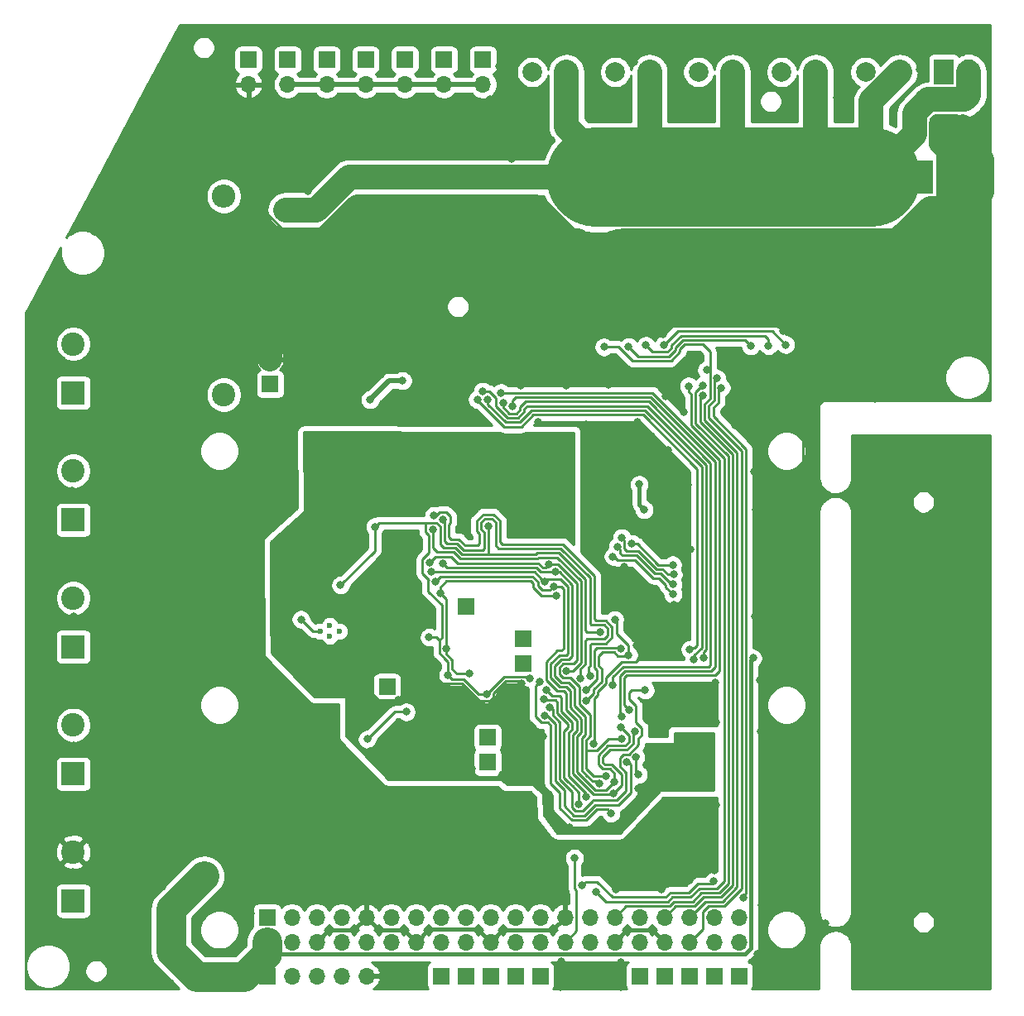
<source format=gbl>
G04 #@! TF.GenerationSoftware,KiCad,Pcbnew,(5.1.6-0-10_14)*
G04 #@! TF.CreationDate,2021-10-06T17:17:57+09:00*
G04 #@! TF.ProjectId,qPCR-main,71504352-2d6d-4616-996e-2e6b69636164,rev?*
G04 #@! TF.SameCoordinates,Original*
G04 #@! TF.FileFunction,Copper,L2,Bot*
G04 #@! TF.FilePolarity,Positive*
%FSLAX46Y46*%
G04 Gerber Fmt 4.6, Leading zero omitted, Abs format (unit mm)*
G04 Created by KiCad (PCBNEW (5.1.6-0-10_14)) date 2021-10-06 17:17:57*
%MOMM*%
%LPD*%
G01*
G04 APERTURE LIST*
G04 #@! TA.AperFunction,ComponentPad*
%ADD10C,0.600000*%
G04 #@! TD*
G04 #@! TA.AperFunction,ComponentPad*
%ADD11O,1.700000X1.700000*%
G04 #@! TD*
G04 #@! TA.AperFunction,ComponentPad*
%ADD12R,1.700000X1.700000*%
G04 #@! TD*
G04 #@! TA.AperFunction,ComponentPad*
%ADD13C,2.000000*%
G04 #@! TD*
G04 #@! TA.AperFunction,ComponentPad*
%ADD14R,3.500000X3.500000*%
G04 #@! TD*
G04 #@! TA.AperFunction,ComponentPad*
%ADD15O,2.000000X2.600000*%
G04 #@! TD*
G04 #@! TA.AperFunction,ComponentPad*
%ADD16R,2.000000X2.600000*%
G04 #@! TD*
G04 #@! TA.AperFunction,ComponentPad*
%ADD17R,2.400000X2.400000*%
G04 #@! TD*
G04 #@! TA.AperFunction,ComponentPad*
%ADD18C,2.400000*%
G04 #@! TD*
G04 #@! TA.AperFunction,ComponentPad*
%ADD19O,2.400000X2.400000*%
G04 #@! TD*
G04 #@! TA.AperFunction,ViaPad*
%ADD20C,0.800000*%
G04 #@! TD*
G04 #@! TA.AperFunction,Conductor*
%ADD21C,0.250000*%
G04 #@! TD*
G04 #@! TA.AperFunction,Conductor*
%ADD22C,0.381000*%
G04 #@! TD*
G04 #@! TA.AperFunction,Conductor*
%ADD23C,2.032000*%
G04 #@! TD*
G04 #@! TA.AperFunction,Conductor*
%ADD24C,3.048000*%
G04 #@! TD*
G04 #@! TA.AperFunction,Conductor*
%ADD25C,10.160000*%
G04 #@! TD*
G04 #@! TA.AperFunction,Conductor*
%ADD26C,2.540000*%
G04 #@! TD*
G04 #@! TA.AperFunction,Conductor*
%ADD27C,0.508000*%
G04 #@! TD*
G04 #@! TA.AperFunction,Conductor*
%ADD28C,1.524000*%
G04 #@! TD*
G04 #@! TA.AperFunction,Conductor*
%ADD29C,0.254000*%
G04 #@! TD*
G04 APERTURE END LIST*
D10*
X110789999Y-112730000D03*
X111790000Y-112130000D03*
X112790001Y-112730000D03*
X111790000Y-113229999D03*
D11*
X153630000Y-144540000D03*
X153630000Y-142000000D03*
X135850000Y-144540000D03*
X135850000Y-142000000D03*
X130770000Y-144540000D03*
X130770000Y-142000000D03*
X140930000Y-144540000D03*
X140930000Y-142000000D03*
X112990000Y-144540000D03*
X112990000Y-142000000D03*
X143470000Y-144540000D03*
X143470000Y-142000000D03*
X125690000Y-144540000D03*
X125690000Y-142000000D03*
X148550000Y-144540000D03*
X148550000Y-142000000D03*
X146010000Y-144540000D03*
X146010000Y-142000000D03*
X151090000Y-144540000D03*
X151090000Y-142000000D03*
X128230000Y-144540000D03*
X128230000Y-142000000D03*
X115530000Y-144540000D03*
X115530000Y-142000000D03*
X120610000Y-144540000D03*
X120610000Y-142000000D03*
X138390000Y-144540000D03*
X138390000Y-142000000D03*
X118070000Y-144540000D03*
X118070000Y-142000000D03*
X133310000Y-144540000D03*
X133310000Y-142000000D03*
D12*
X105370000Y-142000000D03*
D11*
X105370000Y-144540000D03*
X110450000Y-142000000D03*
X107910000Y-144540000D03*
X123150000Y-144540000D03*
X123150000Y-142000000D03*
X107910000Y-142000000D03*
X110450000Y-144540000D03*
D12*
X117670000Y-118400000D03*
X105700000Y-87440000D03*
D11*
X105700000Y-84900000D03*
D13*
X166590000Y-55500000D03*
X170090000Y-55500000D03*
X144500000Y-55500000D03*
X141000000Y-55500000D03*
X136000000Y-55500000D03*
X132500000Y-55500000D03*
X158000000Y-55500000D03*
X161500000Y-55500000D03*
X153000000Y-55500000D03*
X149500000Y-55500000D03*
G04 #@! TA.AperFunction,ComponentPad*
G36*
G01*
X176579000Y-60675000D02*
X176579000Y-62425000D01*
G75*
G02*
X175704000Y-63300000I-875000J0D01*
G01*
X173954000Y-63300000D01*
G75*
G02*
X173079000Y-62425000I0J875000D01*
G01*
X173079000Y-60675000D01*
G75*
G02*
X173954000Y-59800000I875000J0D01*
G01*
X175704000Y-59800000D01*
G75*
G02*
X176579000Y-60675000I0J-875000D01*
G01*
G37*
G04 #@! TD.AperFunction*
G04 #@! TA.AperFunction,ComponentPad*
G36*
G01*
X179329000Y-65250000D02*
X179329000Y-67250000D01*
G75*
G02*
X178579000Y-68000000I-750000J0D01*
G01*
X177079000Y-68000000D01*
G75*
G02*
X176329000Y-67250000I0J750000D01*
G01*
X176329000Y-65250000D01*
G75*
G02*
X177079000Y-64500000I750000J0D01*
G01*
X178579000Y-64500000D01*
G75*
G02*
X179329000Y-65250000I0J-750000D01*
G01*
G37*
G04 #@! TD.AperFunction*
D14*
X171829000Y-66250000D03*
D12*
X123150000Y-148000000D03*
X125690000Y-148000000D03*
X128230000Y-148000000D03*
X130770000Y-148000000D03*
X133310000Y-148000000D03*
X146010000Y-148000000D03*
X143470000Y-148000000D03*
X148550000Y-148000000D03*
D15*
X177130000Y-55500000D03*
D16*
X174590000Y-55500000D03*
D11*
X103465500Y-56770000D03*
D12*
X103465500Y-54230000D03*
X119465500Y-54230000D03*
D11*
X119465500Y-56770000D03*
D12*
X115465500Y-54230000D03*
D11*
X115465500Y-56770000D03*
X111465500Y-56770000D03*
D12*
X111465500Y-54230000D03*
D11*
X107465500Y-56770000D03*
D12*
X107465500Y-54230000D03*
X127465500Y-54230000D03*
D11*
X127465500Y-56770000D03*
D12*
X123465500Y-54230000D03*
D11*
X123465500Y-56770000D03*
D12*
X105370000Y-148000000D03*
D11*
X107910000Y-148000000D03*
X110450000Y-148000000D03*
X112990000Y-148000000D03*
X115530000Y-148000000D03*
D12*
X131560000Y-113504000D03*
X131560000Y-116044000D03*
X125760000Y-110210000D03*
D17*
X85546000Y-88320000D03*
D18*
X85546000Y-83320000D03*
X85546000Y-96320000D03*
D17*
X85546000Y-101320000D03*
X85546000Y-114320000D03*
D18*
X85546000Y-109320000D03*
D17*
X85546000Y-127320000D03*
D18*
X85546000Y-122320000D03*
X85546000Y-135320000D03*
D17*
X85546000Y-140320000D03*
D12*
X151090000Y-148000000D03*
X153630000Y-148000000D03*
D18*
X100950000Y-88510000D03*
D19*
X100950000Y-68190000D03*
D12*
X127930000Y-126126000D03*
X127930000Y-123586000D03*
D20*
X142960000Y-108510000D03*
X141960000Y-107820000D03*
X143100000Y-106950000D03*
X141920000Y-106150000D03*
X146940000Y-110020000D03*
X146050000Y-112900000D03*
X138730858Y-124220858D03*
X171350000Y-78220000D03*
X165507799Y-78212201D03*
X159674466Y-78214466D03*
X153840000Y-78220000D03*
X148007800Y-78217800D03*
X142174467Y-78215533D03*
X105560000Y-127790000D03*
X110390602Y-123704000D03*
X157690000Y-111320000D03*
X110070000Y-128780000D03*
X108842078Y-111519431D03*
X114680000Y-90960000D03*
X107720000Y-89200000D03*
X109210000Y-77730000D03*
X114650000Y-72230000D03*
X112030000Y-75070000D03*
X111060000Y-79450000D03*
X113960000Y-76980000D03*
X114340000Y-81570000D03*
X111150000Y-84010000D03*
X109660000Y-87240000D03*
X113690000Y-85680000D03*
X112310000Y-89060000D03*
X107800000Y-92360000D03*
X107720000Y-99730000D03*
X105450000Y-98730000D03*
X100920000Y-101050000D03*
X100690000Y-113390000D03*
X100910000Y-109780000D03*
X100860000Y-104920000D03*
X104080000Y-102320000D03*
X104250000Y-107520000D03*
X103970000Y-111870000D03*
X104620000Y-115190000D03*
X109030000Y-119980000D03*
X106890000Y-117700000D03*
X111600000Y-120960000D03*
X111620000Y-122710000D03*
X112320000Y-125240000D03*
X111620000Y-127130000D03*
X111080000Y-130770000D03*
X104320000Y-130400000D03*
X106420000Y-131480000D03*
X105360000Y-129050000D03*
X102870000Y-127840000D03*
X99140000Y-127740000D03*
X100090000Y-135660000D03*
X100090000Y-131470000D03*
X93600000Y-131950000D03*
X85510000Y-137370000D03*
X88380000Y-138440000D03*
X90650000Y-136620000D03*
X94660000Y-138890000D03*
X86880000Y-132580000D03*
X90170000Y-132610000D03*
X95340000Y-136210000D03*
X97830000Y-133810000D03*
X97070000Y-130800000D03*
X98000000Y-123540000D03*
X104380000Y-123870000D03*
X104160000Y-120450000D03*
X96500000Y-121130000D03*
X97810000Y-117440000D03*
X93630000Y-119320000D03*
X88560000Y-119610000D03*
X94900000Y-125910000D03*
X92460000Y-123790000D03*
X89370000Y-125350000D03*
X85640000Y-124380000D03*
X95500000Y-148720000D03*
X85480000Y-148990000D03*
X85360000Y-144680000D03*
X93150000Y-142820000D03*
X88290000Y-142520000D03*
X90220000Y-145840000D03*
X91800000Y-148560000D03*
X81070000Y-144730000D03*
X82820000Y-140660000D03*
X81240000Y-131620000D03*
X83950000Y-129310000D03*
X81200000Y-126280000D03*
X81160000Y-119760000D03*
X84460000Y-116670000D03*
X81250000Y-113550000D03*
X81430000Y-100870000D03*
X83970000Y-103680000D03*
X81370000Y-106590000D03*
X81270000Y-87920000D03*
X88620000Y-90530000D03*
X81540000Y-93490000D03*
X83540000Y-90790000D03*
X95010000Y-113160000D03*
X85560000Y-111240000D03*
X90580000Y-110750000D03*
X88420000Y-112320000D03*
X93730000Y-110850000D03*
X95050000Y-100230000D03*
X93700000Y-97730000D03*
X85390000Y-98320000D03*
X88160000Y-99410000D03*
X89840000Y-97730000D03*
X95030000Y-87110000D03*
X84390000Y-84960000D03*
X87950000Y-86310000D03*
X91270000Y-84830000D03*
X84830000Y-81200000D03*
X92040000Y-80530000D03*
X96520000Y-82910000D03*
X82300000Y-77890000D03*
X84280000Y-75520000D03*
X89020000Y-76420000D03*
X86830000Y-70280000D03*
X92320000Y-72390000D03*
X89320000Y-66140000D03*
X97360000Y-65910000D03*
X91680000Y-69050000D03*
X93320000Y-64320000D03*
X92410000Y-59870000D03*
X96910000Y-51560000D03*
X95270000Y-56050000D03*
X97360000Y-62050000D03*
X100400000Y-55370000D03*
X101980000Y-62490000D03*
X105540000Y-57650000D03*
X104830000Y-61820000D03*
X105970000Y-65510000D03*
X109530000Y-67730000D03*
X114570000Y-64070000D03*
X113860000Y-59670000D03*
X108960000Y-59740000D03*
X109730000Y-63230000D03*
X103850000Y-51830000D03*
X109930000Y-51830000D03*
X115350000Y-51980000D03*
X121040000Y-51850000D03*
X126430000Y-51790000D03*
X130970000Y-51580000D03*
X134110000Y-54000000D03*
X139230000Y-56520000D03*
X129150000Y-54880000D03*
X128160000Y-58260000D03*
X134460000Y-62480000D03*
X130400000Y-64410000D03*
X120140000Y-64090000D03*
X120090000Y-60240000D03*
X123890000Y-61960000D03*
X129510000Y-61180000D03*
X131600000Y-58050000D03*
X138800000Y-51730000D03*
X142920000Y-54440000D03*
X147470000Y-59070000D03*
X146740000Y-54110000D03*
X143730000Y-51670000D03*
X150830000Y-51670000D03*
X151270000Y-53880000D03*
X159130000Y-60260000D03*
X155400000Y-60180000D03*
X155420000Y-54400000D03*
X158220000Y-51610000D03*
X163670000Y-58140000D03*
X163610000Y-53860000D03*
X168060000Y-54120000D03*
X172100000Y-55260000D03*
X166100000Y-51480000D03*
X171080000Y-51720000D03*
X175710000Y-51540000D03*
X178920000Y-53280000D03*
X178350000Y-60120000D03*
X175050000Y-66140000D03*
X173213111Y-69470001D03*
X177829000Y-69491000D03*
X92890000Y-137650000D03*
X175510000Y-72340000D03*
X178840000Y-76360000D03*
X175050000Y-78760000D03*
X179050000Y-84450000D03*
X174690000Y-84450000D03*
X174300000Y-88600000D03*
X177330000Y-80990000D03*
X171230000Y-81120000D03*
X169380000Y-78260000D03*
X162910000Y-83180000D03*
X167670000Y-83820000D03*
X165350000Y-80650000D03*
X168830000Y-81380000D03*
X169510000Y-85340000D03*
X167580000Y-88970000D03*
X165240000Y-87040000D03*
X154130000Y-88240000D03*
X153240000Y-91630000D03*
X161480000Y-91160000D03*
X158020000Y-89600000D03*
X162000000Y-88560000D03*
X155210000Y-96360000D03*
X161010000Y-100010000D03*
X155390000Y-100270000D03*
X161110000Y-105360000D03*
X159430000Y-102130000D03*
X159370000Y-98170000D03*
X155420000Y-104100000D03*
X155260000Y-111240000D03*
X160550000Y-111130000D03*
X161120000Y-107860000D03*
X160020000Y-116920000D03*
X161020000Y-114050000D03*
X161550000Y-118170000D03*
X157430000Y-114830000D03*
X155810000Y-117700000D03*
X155910000Y-122940000D03*
X161540000Y-122830000D03*
X160890000Y-129210000D03*
X159310000Y-125880000D03*
X156100000Y-128830000D03*
X159320000Y-132100000D03*
X160820000Y-135840000D03*
X156340000Y-135580000D03*
X155950000Y-140750000D03*
X159470000Y-138640000D03*
X162490000Y-142590000D03*
X161400000Y-147240000D03*
X155600000Y-148470000D03*
X155570000Y-145740000D03*
X158510000Y-147330000D03*
X141600000Y-149130000D03*
X135440000Y-146510000D03*
X135360000Y-149160000D03*
X141580000Y-146580000D03*
X138750000Y-148050000D03*
X141030000Y-139110000D03*
X141000000Y-134690000D03*
X142860000Y-136930000D03*
X145710000Y-139110000D03*
X148620000Y-138180000D03*
X151170000Y-137190000D03*
X151330000Y-130550000D03*
X146390000Y-130550000D03*
X144350000Y-133170000D03*
X146660000Y-135060000D03*
X148890000Y-132930000D03*
X151270000Y-122070000D03*
X147850000Y-122140000D03*
X147810000Y-119160000D03*
X151180000Y-117970000D03*
X149680000Y-120280000D03*
X145330000Y-118290000D03*
X143760000Y-112610000D03*
X143140000Y-114200000D03*
X141070000Y-109920000D03*
X144010000Y-110460000D03*
X144290000Y-108560000D03*
X140940000Y-107250000D03*
X148710000Y-104310000D03*
X146530000Y-101090000D03*
X148220000Y-100370000D03*
X146040000Y-97780000D03*
X148430000Y-97760000D03*
X146380000Y-94210000D03*
X144710000Y-92790000D03*
X143280000Y-91330000D03*
X142390000Y-95360000D03*
X138370000Y-95620000D03*
X140420000Y-93310000D03*
X137970000Y-91560000D03*
X133060000Y-91270000D03*
X148040000Y-90290000D03*
X146160000Y-88680000D03*
X140290000Y-87510000D03*
X131320000Y-87570000D03*
X135970000Y-87570000D03*
X145900000Y-82300000D03*
X141680000Y-82460000D03*
X139100000Y-82030000D03*
X138380000Y-85200000D03*
X138800000Y-78300000D03*
X141450000Y-73020000D03*
X145280000Y-78620000D03*
X141860000Y-80960000D03*
X151680000Y-80870000D03*
X154550000Y-80730000D03*
X156770000Y-78910000D03*
X162840000Y-78120000D03*
X159010000Y-80040000D03*
X160870000Y-81880000D03*
X158170000Y-81980000D03*
X162390000Y-79850000D03*
X160850000Y-74110000D03*
X158180000Y-74290000D03*
X159490000Y-72100000D03*
X137850000Y-72330000D03*
X133190000Y-68890000D03*
X120390000Y-68680000D03*
X127270000Y-68760000D03*
X123240000Y-72450000D03*
X120140000Y-76650000D03*
X127360000Y-76950000D03*
X130930000Y-72920000D03*
X133910000Y-77030000D03*
X123510000Y-81040000D03*
X120150000Y-84740000D03*
X120450000Y-87640000D03*
X125810000Y-87770000D03*
X128710000Y-83890000D03*
X131440000Y-80930000D03*
X135350000Y-83380000D03*
X100880000Y-139880000D03*
X103730000Y-141590000D03*
X103660000Y-137770000D03*
X106340000Y-140240000D03*
X110070000Y-139900000D03*
X107150000Y-135650000D03*
X111630000Y-135330000D03*
X114690000Y-132770000D03*
X115640000Y-128430000D03*
X118320000Y-131020000D03*
X115970000Y-138560000D03*
X122820000Y-136750000D03*
X129690000Y-136300000D03*
X130880000Y-131080000D03*
X133400000Y-133400000D03*
X124690000Y-130100000D03*
X126480000Y-133180000D03*
X119180000Y-134730000D03*
X114580000Y-136290000D03*
X108920000Y-132820000D03*
X93730000Y-106090000D03*
X96590000Y-109160000D03*
X96620000Y-105560000D03*
X115620000Y-123780000D03*
X119610000Y-120980000D03*
X131985002Y-122375000D03*
X131430000Y-118080000D03*
X133640382Y-123454338D03*
X119235030Y-87077732D03*
X115925937Y-89034063D03*
X121855383Y-116650002D03*
X118817201Y-119771224D03*
X113130000Y-118240000D03*
X112200000Y-98500000D03*
X110410000Y-97490000D03*
X110500000Y-100390000D03*
X111240000Y-103320000D03*
X108710000Y-102630000D03*
X106880000Y-104510000D03*
X106600000Y-109000000D03*
X106380000Y-114390000D03*
X108230000Y-110370000D03*
X109900000Y-106930000D03*
X112020000Y-106890000D03*
X114690000Y-115070000D03*
X118960000Y-114990000D03*
X119450000Y-122680000D03*
X123480000Y-122590000D03*
X121250000Y-121610000D03*
X120860000Y-123350000D03*
X117770000Y-126490000D03*
X114290000Y-123320000D03*
X113990000Y-120760000D03*
X115870000Y-124980000D03*
X119570000Y-127350000D03*
X118690000Y-124750000D03*
X122260000Y-127390000D03*
X124710000Y-127370000D03*
X126340000Y-126800000D03*
X129440000Y-127360000D03*
X129910000Y-125300000D03*
X130910000Y-124580000D03*
X131070000Y-126580000D03*
X134190000Y-129370000D03*
X136300000Y-132830000D03*
X141120000Y-132560000D03*
X143320000Y-128820000D03*
X150370000Y-127770000D03*
X146660000Y-128310000D03*
X142830000Y-130790000D03*
X109970000Y-92960000D03*
X113190000Y-94400000D03*
X114550000Y-93010000D03*
X114710000Y-95630000D03*
X116670000Y-92960000D03*
X116880000Y-95270000D03*
X119000000Y-93070000D03*
X119420000Y-95370000D03*
X121710000Y-93360000D03*
X122070000Y-95270000D03*
X124380000Y-93300000D03*
X124580000Y-95420000D03*
X126950000Y-93530000D03*
X127760000Y-95540000D03*
X130000000Y-93590000D03*
X131020000Y-95410000D03*
X133590000Y-93500000D03*
X135460000Y-95580000D03*
X132390000Y-99190000D03*
X116414999Y-102030000D03*
X128014999Y-101937357D03*
X123879998Y-117220000D03*
X127820000Y-119140000D03*
X139480000Y-112810000D03*
X144055000Y-118750000D03*
X121960000Y-113330000D03*
X134306878Y-120500000D03*
X112900000Y-108010000D03*
X132262052Y-117525299D03*
X133757448Y-121335541D03*
X142186136Y-126081562D03*
X123080020Y-108797936D03*
X126060000Y-117040000D03*
X123710000Y-114510000D03*
X134954990Y-109110000D03*
X98940000Y-137790000D03*
X143440000Y-97690000D03*
X143950000Y-100290000D03*
X155079991Y-115480000D03*
X143082628Y-125638498D03*
X107250000Y-69615041D03*
X143352954Y-127392954D03*
X138416508Y-117275001D03*
X122428362Y-100888728D03*
X136820459Y-135949939D03*
X135990000Y-116788000D03*
X122345000Y-102338729D03*
X133226656Y-117922905D03*
X140569317Y-131338808D03*
X149949971Y-87595000D03*
X134847879Y-106670593D03*
X123397823Y-105819254D03*
X139357976Y-128274960D03*
X151399972Y-86860000D03*
X139837000Y-83630000D03*
X150330000Y-86000000D03*
X149949971Y-88595003D03*
X137453528Y-117544580D03*
X123388238Y-101283660D03*
X134232507Y-105882355D03*
X121998325Y-105674975D03*
X141650000Y-123700000D03*
X140076634Y-127538378D03*
X139047051Y-139367041D03*
X148499970Y-87642548D03*
X122630010Y-107614520D03*
X142980000Y-122975000D03*
X140774227Y-129314920D03*
X134677450Y-108125000D03*
X137603269Y-138749970D03*
X154066187Y-139968999D03*
X151082732Y-138299960D03*
X151849982Y-87797978D03*
X138042668Y-118782025D03*
X141601236Y-114517160D03*
X133932231Y-118737769D03*
X137995469Y-129700774D03*
X122180000Y-106667686D03*
X141560000Y-122580000D03*
X140896563Y-128167278D03*
X133780000Y-107670000D03*
X142350000Y-115180000D03*
X138020000Y-119829998D03*
X140942359Y-111537641D03*
X133678308Y-119704995D03*
X137270469Y-130417486D03*
X146885154Y-108939848D03*
X140755002Y-105080000D03*
X146895101Y-107924489D03*
X141205001Y-104079999D03*
X146943887Y-106925677D03*
X141655011Y-103144455D03*
X142655002Y-103755000D03*
X146855002Y-105929634D03*
X158422000Y-83408000D03*
X145972000Y-83408000D03*
X144110000Y-83470000D03*
X156660000Y-83520000D03*
X154850000Y-83530000D03*
X142350000Y-83600000D03*
X149037249Y-115630010D03*
X127949718Y-89064412D03*
X142396660Y-120732444D03*
X129305378Y-88322301D03*
X140750034Y-118209754D03*
X129501410Y-89335937D03*
X141689552Y-121439552D03*
X130507295Y-89712760D03*
X150014950Y-115420000D03*
X127416693Y-88159942D03*
X148625490Y-114582060D03*
X126890000Y-89010000D03*
D21*
X146940000Y-112010000D02*
X146940000Y-110020000D01*
X146050000Y-112900000D02*
X146940000Y-112010000D01*
X138860000Y-124091716D02*
X138730858Y-124220858D01*
X140041528Y-118055983D02*
X139217679Y-118879834D01*
X141629199Y-115905001D02*
X140041528Y-117492672D01*
X138860000Y-119626408D02*
X138860000Y-124091716D01*
X143044999Y-115905001D02*
X141629199Y-115905001D01*
X140041528Y-117492672D02*
X140041528Y-118055983D01*
X139217679Y-119268729D02*
X138860000Y-119626408D01*
X139217679Y-118879834D02*
X139217679Y-119268729D01*
X146050000Y-112900000D02*
X143044999Y-115905001D01*
D22*
X116829499Y-143299499D02*
X119369499Y-143299499D01*
X119369499Y-143299499D02*
X120610000Y-144540000D01*
X115530000Y-142000000D02*
X116829499Y-143299499D01*
X126930501Y-143240501D02*
X128230000Y-144540000D01*
X121909499Y-143240501D02*
X126930501Y-143240501D01*
X120610000Y-144540000D02*
X121909499Y-143240501D01*
X135850000Y-142000000D02*
X134550501Y-143299499D01*
X114230501Y-143299499D02*
X115530000Y-142000000D01*
X111690501Y-143299499D02*
X114230501Y-143299499D01*
X110450000Y-144540000D02*
X111690501Y-143299499D01*
X129470501Y-143299499D02*
X128230000Y-144540000D01*
X134550501Y-143299499D02*
X129470501Y-143299499D01*
X142170501Y-143299499D02*
X140930000Y-144540000D01*
X144769499Y-143299499D02*
X142170501Y-143299499D01*
X146010000Y-144540000D02*
X144769499Y-143299499D01*
D23*
X174095000Y-61745000D02*
X174095000Y-62840749D01*
X174290000Y-61550000D02*
X174095000Y-61745000D01*
X174829000Y-61550000D02*
X174290000Y-61550000D01*
X174095000Y-62840749D02*
X174504251Y-63250000D01*
X174504251Y-63250000D02*
X176090000Y-63250000D01*
X176090000Y-61250000D02*
X176524000Y-60816000D01*
X176090000Y-63250000D02*
X176090000Y-61250000D01*
X176524000Y-60816000D02*
X176524000Y-62184000D01*
X176524000Y-62184000D02*
X178733990Y-64393990D01*
X178733990Y-64393990D02*
X178733990Y-67750000D01*
X178733990Y-67750000D02*
X176590000Y-67750000D01*
X176590000Y-67750000D02*
X176590000Y-64750000D01*
D24*
X177829000Y-66250000D02*
X177829000Y-68731000D01*
X177829000Y-68731000D02*
X177829000Y-69491000D01*
X177829000Y-71931000D02*
X174380000Y-75380000D01*
D25*
X172691266Y-75380000D02*
X171461256Y-76610010D01*
X174380000Y-75380000D02*
X172691266Y-75380000D01*
X152271256Y-76610010D02*
X142070000Y-76610010D01*
D21*
X107584990Y-74464990D02*
X108520000Y-75400000D01*
D26*
X105700000Y-78220000D02*
X105700000Y-84900000D01*
X108520000Y-75400000D02*
X105700000Y-78220000D01*
D21*
X111394990Y-71915010D02*
X111699990Y-72220010D01*
D26*
X177829000Y-68000000D02*
X176358999Y-69470001D01*
X177829000Y-66250000D02*
X177829000Y-68000000D01*
X173213111Y-69470001D02*
X169883102Y-72800010D01*
X169883102Y-72800010D02*
X167080000Y-72800010D01*
X174829000Y-63300000D02*
X175050000Y-63521000D01*
X174829000Y-61550000D02*
X174829000Y-63300000D01*
X175050000Y-69175002D02*
X174755001Y-69470001D01*
X175050000Y-63521000D02*
X175050000Y-66140000D01*
X174755001Y-69470001D02*
X174570001Y-69470001D01*
X174570001Y-69470001D02*
X173213111Y-69470001D01*
X176358999Y-69470001D02*
X174570001Y-69470001D01*
X178479990Y-67496000D02*
X178479990Y-67750000D01*
X177829000Y-66845010D02*
X178479990Y-67496000D01*
X177829000Y-66250000D02*
X177829000Y-66845010D01*
X132826888Y-69290000D02*
X114630000Y-69290000D01*
X114630000Y-69290000D02*
X111699990Y-72220010D01*
X136336898Y-72800010D02*
X132826888Y-69290000D01*
X140970010Y-76610010D02*
X137160010Y-72800010D01*
X137160010Y-72800010D02*
X136336898Y-72800010D01*
X142070000Y-75720010D02*
X140970010Y-75720010D01*
D21*
X109374275Y-73995000D02*
X109925000Y-73995000D01*
X103465500Y-56770000D02*
X103465500Y-68086225D01*
D26*
X109925000Y-73995000D02*
X108520000Y-75400000D01*
D21*
X103465500Y-68086225D02*
X109374275Y-73995000D01*
D26*
X111699990Y-72220010D02*
X109925000Y-73995000D01*
D27*
X171430000Y-78300000D02*
X171350000Y-78220000D01*
D28*
X105560000Y-127790000D02*
X106304602Y-127790000D01*
D21*
X160200001Y-78189999D02*
X161779990Y-76610010D01*
X160200001Y-108809999D02*
X160200001Y-78189999D01*
X157690000Y-111320000D02*
X160200001Y-108809999D01*
D25*
X161779990Y-76610010D02*
X152271256Y-76610010D01*
X171461256Y-76610010D02*
X161779990Y-76610010D01*
D21*
X108172301Y-126882301D02*
X107212301Y-126882301D01*
X110070000Y-128780000D02*
X108172301Y-126882301D01*
D28*
X107212301Y-126882301D02*
X110390602Y-123704000D01*
X106304602Y-127790000D02*
X107212301Y-126882301D01*
D21*
X110789999Y-112730000D02*
X110050000Y-112730000D01*
X108842078Y-111522078D02*
X108842078Y-111519431D01*
X110050000Y-112730000D02*
X108842078Y-111522078D01*
D26*
X175050000Y-66140000D02*
X175050000Y-69175002D01*
X173213111Y-69470001D02*
X173213111Y-69470001D01*
D24*
X177829000Y-69491000D02*
X177829000Y-71931000D01*
D21*
X118420000Y-120980000D02*
X119610000Y-120980000D01*
X115620000Y-123780000D02*
X118420000Y-120980000D01*
X132081946Y-122471944D02*
X131985002Y-122375000D01*
X131430000Y-121819998D02*
X131985002Y-122375000D01*
X131430000Y-118080000D02*
X131430000Y-121819998D01*
X132693724Y-123083722D02*
X131985002Y-122375000D01*
X133064340Y-123454338D02*
X132693724Y-123083722D01*
X133640382Y-123454338D02*
X133064340Y-123454338D01*
D27*
X127465500Y-56770000D02*
X123465500Y-56770000D01*
X123465500Y-56770000D02*
X119465500Y-56770000D01*
X119465500Y-56770000D02*
X115465500Y-56770000D01*
X115465500Y-56770000D02*
X111465500Y-56770000D01*
X111465500Y-56770000D02*
X107465500Y-56770000D01*
X117882268Y-87077732D02*
X115925937Y-89034063D01*
X119235030Y-87077732D02*
X117882268Y-87077732D01*
D21*
X118817201Y-119688184D02*
X118817201Y-119771224D01*
X121855383Y-116650002D02*
X118817201Y-119688184D01*
X116756222Y-119771224D02*
X115294998Y-118310000D01*
X118817201Y-119771224D02*
X116756222Y-119771224D01*
X113200000Y-118310000D02*
X113130000Y-118240000D01*
X115294998Y-118310000D02*
X113200000Y-118310000D01*
X121855383Y-116650002D02*
X123275390Y-118070009D01*
X123275390Y-118070009D02*
X125323599Y-118070009D01*
X128168001Y-119865001D02*
X128545001Y-119488001D01*
X127118591Y-119865001D02*
X128168001Y-119865001D01*
X125323599Y-118070009D02*
X127118591Y-119865001D01*
X128545001Y-119488001D02*
X128545001Y-119051409D01*
X128545001Y-119051409D02*
X129791401Y-117805009D01*
X131155009Y-117805009D02*
X131430000Y-118080000D01*
X129791401Y-117805009D02*
X131155009Y-117805009D01*
X116414999Y-102030000D02*
X116831271Y-101613728D01*
X121546272Y-101613728D02*
X121546272Y-102566272D01*
X116831271Y-101613728D02*
X121546272Y-101613728D01*
X121546272Y-102566272D02*
X121894990Y-102914990D01*
X121894990Y-104705308D02*
X121273324Y-105326974D01*
X121273324Y-106834012D02*
X121839312Y-107400000D01*
X121273324Y-105326974D02*
X121273324Y-106834012D01*
X121894990Y-102914990D02*
X121894990Y-104705308D01*
X121850000Y-107400000D02*
X121900000Y-107450000D01*
X121839312Y-107400000D02*
X121850000Y-107400000D01*
X123879998Y-115849998D02*
X123879998Y-117220000D01*
X123610010Y-115580010D02*
X123879998Y-115849998D01*
X124279997Y-117619999D02*
X125509999Y-117619999D01*
X123879998Y-117220000D02*
X124279997Y-117619999D01*
X127030000Y-119140000D02*
X127820000Y-119140000D01*
X125509999Y-117619999D02*
X127030000Y-119140000D01*
X124609387Y-104194233D02*
X125282800Y-104867646D01*
X123414233Y-104194233D02*
X124609387Y-104194233D01*
X123070001Y-101990728D02*
X123070001Y-103850001D01*
X123070001Y-103850001D02*
X123414233Y-104194233D01*
X121546272Y-101613728D02*
X122693001Y-101613728D01*
X122693001Y-101613728D02*
X123070001Y-101990728D01*
X144055000Y-118750000D02*
X142650020Y-118750000D01*
X142650020Y-118750000D02*
X142390020Y-119010000D01*
X143121661Y-120384443D02*
X143121661Y-121048339D01*
X142390020Y-119652802D02*
X143121661Y-120384443D01*
X142390020Y-119010000D02*
X142390020Y-119652802D01*
X143121661Y-121048339D02*
X143121661Y-122041661D01*
X143705001Y-122625001D02*
X143705001Y-123323001D01*
X143705001Y-123323001D02*
X143328001Y-123700001D01*
X143121661Y-122041661D02*
X143705001Y-122625001D01*
X143328001Y-124367821D02*
X142370801Y-125325019D01*
X143328001Y-123700001D02*
X143328001Y-124367821D01*
X122984999Y-114954999D02*
X122984999Y-113624999D01*
X123610010Y-115580010D02*
X122984999Y-114954999D01*
X122984999Y-113624999D02*
X122680000Y-113320000D01*
X121970000Y-113320000D02*
X121960000Y-113330000D01*
X122680000Y-113320000D02*
X121970000Y-113320000D01*
X128014999Y-104865001D02*
X128012354Y-104867646D01*
X128014999Y-101937357D02*
X128014999Y-104865001D01*
X125282800Y-104867646D02*
X128012354Y-104867646D01*
X121839312Y-108630230D02*
X123259990Y-110050908D01*
X121839312Y-107400000D02*
X121839312Y-108630230D01*
X123259990Y-113350008D02*
X122984999Y-113624999D01*
X123259990Y-110050908D02*
X123259990Y-113350008D01*
X142370801Y-125325019D02*
X142354981Y-125325019D01*
X132825944Y-104867646D02*
X128012354Y-104867646D01*
X132986246Y-104707344D02*
X132825944Y-104867646D01*
X135230453Y-104707345D02*
X132986246Y-104707344D01*
X137940813Y-107417705D02*
X135230453Y-104707345D01*
X137940813Y-112620813D02*
X137940813Y-107417705D01*
X138130000Y-112810000D02*
X137940813Y-112620813D01*
X139480000Y-112810000D02*
X138130000Y-112810000D01*
X142071574Y-127187496D02*
X141454999Y-126570921D01*
X141454999Y-126570921D02*
X141454999Y-125711999D01*
X142071574Y-129090575D02*
X142071574Y-127187496D01*
X141122228Y-130039921D02*
X142071574Y-129090575D01*
X138719921Y-130039921D02*
X141122228Y-130039921D01*
X138719921Y-130049324D02*
X138719921Y-130039921D01*
X141841979Y-125325019D02*
X142370801Y-125325019D01*
X141454999Y-125711999D02*
X141841979Y-125325019D01*
X136545468Y-129134698D02*
X136545468Y-130765487D01*
X137626758Y-131142487D02*
X138719921Y-130049324D01*
X136922468Y-131142487D02*
X137626758Y-131142487D01*
X136545468Y-130765487D02*
X136922468Y-131142487D01*
X135305802Y-127895032D02*
X136545468Y-129134698D01*
X135305802Y-122007262D02*
X135305802Y-127895032D01*
X134410000Y-120500000D02*
X134594945Y-120684945D01*
X134594945Y-121296405D02*
X135305802Y-122007262D01*
X134594945Y-120684945D02*
X134594945Y-121296405D01*
X134306878Y-120500000D02*
X134410000Y-120500000D01*
X116414999Y-104495001D02*
X112900000Y-108010000D01*
X116414999Y-102030000D02*
X116414999Y-104495001D01*
X132091752Y-117354999D02*
X132262052Y-117525299D01*
X129605001Y-117354999D02*
X132091752Y-117354999D01*
X127820000Y-119140000D02*
X129605001Y-117354999D01*
X142550000Y-129248559D02*
X142550000Y-128380000D01*
X133997671Y-121335541D02*
X134855792Y-122193662D01*
X137813159Y-131592496D02*
X138915724Y-130489931D01*
X141308629Y-130489930D02*
X142550000Y-129248559D01*
X138915724Y-130489931D02*
X141308629Y-130489930D01*
X136736068Y-131592497D02*
X137813159Y-131592496D01*
X135772180Y-130628609D02*
X136736068Y-131592497D01*
X134855793Y-128081433D02*
X135772180Y-128997820D01*
X134855792Y-122193662D02*
X134855793Y-128081433D01*
X135772180Y-128997820D02*
X135772180Y-130628609D01*
X133757448Y-121335541D02*
X133997671Y-121335541D01*
X142550000Y-126340000D02*
X142220000Y-126010000D01*
X142550000Y-128380000D02*
X142550000Y-126340000D01*
X125760000Y-110210000D02*
X125160000Y-109610000D01*
X124330008Y-115663598D02*
X123710000Y-115043590D01*
X124330008Y-116597008D02*
X124330008Y-115663598D01*
X123710000Y-115043590D02*
X123710000Y-114510000D01*
X124773000Y-117040000D02*
X124330008Y-116597008D01*
X126060000Y-117040000D02*
X124773000Y-117040000D01*
X123710000Y-109427916D02*
X123080020Y-108797936D01*
X123710000Y-114510000D02*
X123710000Y-109427916D01*
X132604989Y-108244401D02*
X132604989Y-107831399D01*
X132604989Y-107831399D02*
X132341296Y-107567706D01*
X123080020Y-108237512D02*
X123080020Y-108797936D01*
X132341296Y-107567706D02*
X123710000Y-107567706D01*
X123710000Y-107567706D02*
X123710000Y-107607532D01*
X123710000Y-107607532D02*
X123080020Y-108237512D01*
X133470588Y-109110000D02*
X132604990Y-108244402D01*
X134954990Y-109110000D02*
X133470588Y-109110000D01*
D24*
X98940000Y-137790000D02*
X95570000Y-141160000D01*
X95570000Y-141160000D02*
X95570000Y-145470000D01*
X95570000Y-145470000D02*
X98200000Y-148100000D01*
X98200000Y-148100000D02*
X103030000Y-148100000D01*
X105370000Y-145760000D02*
X105370000Y-144574001D01*
X103030000Y-148100000D02*
X105370000Y-145760000D01*
D22*
X143440000Y-99780000D02*
X143950000Y-100290000D01*
X143440000Y-97690000D02*
X143440000Y-99780000D01*
X105370000Y-145760000D02*
X109834058Y-145760000D01*
X109834058Y-145760000D02*
X109854559Y-145780501D01*
X109854559Y-145780501D02*
X154225441Y-145780501D01*
X154225441Y-145780501D02*
X154870501Y-145135441D01*
X154870501Y-145135441D02*
X154870501Y-117929490D01*
X154870501Y-117929490D02*
X154870501Y-115759499D01*
X154870501Y-115689490D02*
X155079991Y-115480000D01*
X154870501Y-115759499D02*
X154870501Y-115689490D01*
D21*
X143082628Y-125638498D02*
X143311126Y-125410000D01*
D24*
X171829000Y-66250000D02*
X167170000Y-66250000D01*
D26*
X144500000Y-55500000D02*
X144500000Y-62770000D01*
X144500000Y-62770000D02*
X147980000Y-66250000D01*
X153000000Y-63660000D02*
X155590000Y-66250000D01*
X153000000Y-55500000D02*
X153000000Y-63660000D01*
D25*
X155590000Y-66250000D02*
X147980000Y-66250000D01*
D26*
X161500000Y-62160000D02*
X157410000Y-66250000D01*
X161500000Y-55500000D02*
X161500000Y-62160000D01*
D25*
X157410000Y-66250000D02*
X155590000Y-66250000D01*
X167170000Y-66250000D02*
X157410000Y-66250000D01*
D26*
X167170000Y-58420000D02*
X167170000Y-66250000D01*
X170090000Y-55500000D02*
X167170000Y-58420000D01*
X176706012Y-58329990D02*
X172982664Y-58329990D01*
X172982664Y-58329990D02*
X171608990Y-59703664D01*
X177130000Y-57906002D02*
X176706012Y-58329990D01*
X177130000Y-55500000D02*
X177130000Y-57906002D01*
X171608990Y-61811010D02*
X167170000Y-66250000D01*
X171608990Y-59703664D02*
X171608990Y-61811010D01*
D25*
X147980000Y-66250000D02*
X139050000Y-66250000D01*
D26*
X136000000Y-55500000D02*
X136000000Y-61060000D01*
X139050000Y-64110000D02*
X139050000Y-66250000D01*
X136000000Y-61060000D02*
X139050000Y-64110000D01*
X113795042Y-66250000D02*
X110430001Y-69615041D01*
X110430001Y-69615041D02*
X107250000Y-69615041D01*
X139050000Y-66250000D02*
X113795042Y-66250000D01*
D21*
X143082628Y-125638498D02*
X143082628Y-127132628D01*
X143342954Y-127392954D02*
X143352954Y-127392954D01*
X143082628Y-127132628D02*
X143342954Y-127392954D01*
X129437326Y-103807326D02*
X129190010Y-103560010D01*
X138850000Y-111450000D02*
X138840831Y-111440831D01*
X135603252Y-103807326D02*
X129437326Y-103807326D01*
X140655011Y-113344401D02*
X140655010Y-112275598D01*
X138840831Y-107044906D02*
X135603252Y-103807326D01*
X138840831Y-111440831D02*
X138840831Y-107044906D01*
X138390823Y-116281997D02*
X138390823Y-114139177D01*
X140655010Y-112275598D02*
X140014401Y-111634989D01*
X129190010Y-103560010D02*
X129190009Y-101402955D01*
X140014402Y-113985010D02*
X140655011Y-113344401D01*
X138544989Y-113985011D02*
X140014402Y-113985010D01*
X138390823Y-114139177D02*
X138544989Y-113985011D01*
X140014401Y-111634989D02*
X139044989Y-111634989D01*
X139044989Y-111634989D02*
X138860000Y-111450000D01*
X138291507Y-116381313D02*
X138390823Y-116281997D01*
X138860000Y-111450000D02*
X138850000Y-111450000D01*
X138291507Y-117150000D02*
X138291507Y-116381313D01*
X138416508Y-117275001D02*
X138291507Y-117150000D01*
X126839988Y-101402956D02*
X126839989Y-102471759D01*
X127482953Y-100759991D02*
X126839988Y-101402956D01*
X128547044Y-100759990D02*
X127482953Y-100759991D01*
X129190009Y-101402955D02*
X128547044Y-100759990D01*
X126839989Y-102471759D02*
X127114979Y-102746749D01*
X127114979Y-103745021D02*
X126892374Y-103967626D01*
X127114979Y-102746749D02*
X127114979Y-103745021D01*
X125655600Y-103967626D02*
X124982187Y-103294213D01*
X126892374Y-103967626D02*
X125655600Y-103967626D01*
X124164213Y-103294213D02*
X123970021Y-103100021D01*
X124982187Y-103294213D02*
X124164213Y-103294213D01*
X123970021Y-101774879D02*
X124113239Y-101631661D01*
X123970021Y-103100021D02*
X123970021Y-101774879D01*
X123736239Y-100558659D02*
X123031341Y-100558659D01*
X124113239Y-100935659D02*
X123736239Y-100558659D01*
X124113239Y-101631661D02*
X124113239Y-100935659D01*
X122701272Y-100888728D02*
X122428362Y-100888728D01*
X123031341Y-100558659D02*
X122701272Y-100888728D01*
X137025001Y-139244704D02*
X137025001Y-143364999D01*
X136820459Y-139040162D02*
X137025001Y-139244704D01*
X137025001Y-143364999D02*
X135850000Y-144540000D01*
X136820459Y-135949939D02*
X136820459Y-139040162D01*
X133030000Y-105300000D02*
X133012344Y-105317656D01*
X122784243Y-104644243D02*
X122345000Y-104205000D01*
X133012344Y-105317656D02*
X125096400Y-105317656D01*
X133050000Y-105300000D02*
X133030000Y-105300000D01*
X137490803Y-115909197D02*
X137490803Y-107604105D01*
X137490803Y-107604105D02*
X135044052Y-105157354D01*
X122345000Y-104205000D02*
X122345000Y-102338729D01*
X124422987Y-104644243D02*
X122784243Y-104644243D01*
X135990000Y-116788000D02*
X136612000Y-116788000D01*
X125096400Y-105317656D02*
X124422987Y-104644243D01*
X133192646Y-105157354D02*
X133050000Y-105300000D01*
X136612000Y-116788000D02*
X137490803Y-115909197D01*
X135044052Y-105157354D02*
X133192646Y-105157354D01*
X140170449Y-130939940D02*
X140569317Y-131338808D01*
X137999560Y-132042505D02*
X139102125Y-130939940D01*
X139102125Y-130939940D02*
X140170449Y-130939940D01*
X136549669Y-132042506D02*
X137999560Y-132042505D01*
X135322170Y-130815007D02*
X136549669Y-132042506D01*
X135322170Y-129202170D02*
X135322170Y-130815007D01*
X134405784Y-122385784D02*
X134405784Y-128285784D01*
X134086262Y-122060542D02*
X134086262Y-122066262D01*
X133409447Y-122060542D02*
X134086262Y-122060542D01*
X134405784Y-128285784D02*
X135322170Y-129202170D01*
X134086262Y-122066262D02*
X134405784Y-122385784D01*
X132826657Y-121477752D02*
X133409447Y-122060542D01*
X132826657Y-118322904D02*
X132826657Y-121477752D01*
X133226656Y-117922905D02*
X132826657Y-118322904D01*
X149601970Y-87870002D02*
X149939998Y-87870002D01*
X152554951Y-138522229D02*
X152554950Y-94810080D01*
X149224970Y-88247002D02*
X149601970Y-87870002D01*
X149802211Y-139474969D02*
X151602211Y-139474969D01*
X152554950Y-94810080D02*
X149224970Y-91480100D01*
X151602211Y-139474969D02*
X152554951Y-138522229D01*
X140930000Y-142000000D02*
X142105001Y-140824999D01*
X149224970Y-91480100D02*
X149224970Y-88247002D01*
X146998601Y-140374989D02*
X148902191Y-140374989D01*
X149949971Y-87860029D02*
X149949971Y-87595000D01*
X146548591Y-140824999D02*
X146998601Y-140374989D01*
X142105001Y-140824999D02*
X146548591Y-140824999D01*
X149939998Y-87870002D02*
X149949971Y-87860029D01*
X148902191Y-140374989D02*
X149802211Y-139474969D01*
X132924086Y-106217676D02*
X123796245Y-106217676D01*
X123796245Y-106217676D02*
X123397823Y-105819254D01*
X133377003Y-106670593D02*
X132924086Y-106217676D01*
X134847879Y-106670593D02*
X133377003Y-106670593D01*
X134847879Y-106670593D02*
X134910593Y-106670593D01*
X136590783Y-115289217D02*
X136590783Y-107976905D01*
X136590783Y-107976905D02*
X135284471Y-106670593D01*
X136267011Y-115612989D02*
X136590783Y-115289217D01*
X135455598Y-115612990D02*
X136267011Y-115612989D01*
X134814989Y-116253599D02*
X135455598Y-115612990D01*
X134814990Y-117322402D02*
X134814989Y-116253599D01*
X135455599Y-117963011D02*
X134814990Y-117322402D01*
X135284471Y-106670593D02*
X134847879Y-106670593D01*
X136210244Y-117963011D02*
X135455599Y-117963011D01*
X136210244Y-117970244D02*
X136844989Y-118604989D01*
X136210244Y-117963011D02*
X136210244Y-117970244D01*
X136844989Y-118604989D02*
X136844989Y-119760000D01*
X136844989Y-119760000D02*
X136844990Y-120364400D01*
X136844990Y-120364400D02*
X137959980Y-121479390D01*
X137959980Y-121479390D02*
X137959980Y-122570000D01*
X137555847Y-126963027D02*
X138016410Y-127423590D01*
X137959980Y-123282324D02*
X137555847Y-123686457D01*
X137555847Y-123686457D02*
X137555847Y-126963027D01*
X137959980Y-122570000D02*
X137959980Y-123282324D01*
X138016410Y-127423590D02*
X138662820Y-128070000D01*
X139153016Y-128070000D02*
X139357976Y-128274960D01*
X138662820Y-128070000D02*
X139153016Y-128070000D01*
X149914999Y-143175001D02*
X148550000Y-144540000D01*
X150525999Y-140824999D02*
X149914999Y-141435999D01*
X152165001Y-140824999D02*
X150525999Y-140824999D01*
X153904981Y-139085019D02*
X152165001Y-140824999D01*
X149914999Y-141435999D02*
X149914999Y-143175001D01*
X153904981Y-139085019D02*
X153904981Y-94250881D01*
X153904981Y-94250881D02*
X153904977Y-94250877D01*
X153904977Y-94250877D02*
X150575000Y-90920900D01*
X150575000Y-89651410D02*
X151124982Y-89101428D01*
X150575000Y-90920900D02*
X150575000Y-89651410D01*
X151124982Y-89101428D02*
X151124982Y-87680000D01*
X151124982Y-87134990D02*
X151399972Y-86860000D01*
X151124982Y-87680000D02*
X151124982Y-87134990D01*
X150330000Y-86000000D02*
X150649942Y-86000000D01*
X150649942Y-86000000D02*
X150674971Y-86025029D01*
X142710018Y-85033020D02*
X141306998Y-83630000D01*
X141306998Y-83630000D02*
X139837000Y-83630000D01*
X146692802Y-85033020D02*
X142710018Y-85033020D01*
X147597019Y-84128802D02*
X146692802Y-85033020D01*
X148077770Y-83365050D02*
X147597019Y-83845801D01*
X149905050Y-83365050D02*
X148077770Y-83365050D01*
X147597019Y-83845801D02*
X147597019Y-84128802D01*
X150674971Y-84134971D02*
X149905050Y-83365050D01*
X150674971Y-86025029D02*
X150674971Y-84134971D01*
X150674972Y-86025030D02*
X150674971Y-86025029D01*
X150674972Y-88915028D02*
X150674972Y-86025030D01*
X153454968Y-94437278D02*
X150124990Y-91107300D01*
X153454968Y-94864968D02*
X153454968Y-94437278D01*
X153454971Y-138895029D02*
X153454971Y-94864971D01*
X151975011Y-140374989D02*
X153454971Y-138895029D01*
X150124990Y-89465010D02*
X150674972Y-88915028D01*
X150124990Y-91107300D02*
X150124990Y-89465010D01*
X150175011Y-140374989D02*
X151975011Y-140374989D01*
X153454971Y-94864971D02*
X153454968Y-94864968D01*
X148550000Y-142000000D02*
X150175011Y-140374989D01*
X149674980Y-88869994D02*
X149949971Y-88595003D01*
X149674980Y-91293700D02*
X149674980Y-88869994D01*
X151788611Y-139924979D02*
X153004960Y-138708628D01*
X149088591Y-140824999D02*
X149988611Y-139924979D01*
X147185001Y-140824999D02*
X149088591Y-140824999D01*
X153004960Y-138708628D02*
X153004959Y-94623679D01*
X149988611Y-139924979D02*
X151788611Y-139924979D01*
X153004959Y-94623679D02*
X149674980Y-91293700D01*
X146010000Y-142000000D02*
X147185001Y-140824999D01*
X128360644Y-101210000D02*
X128360000Y-101210000D01*
X128740000Y-101589356D02*
X128360644Y-101210000D01*
X129047336Y-104257336D02*
X128740000Y-103950000D01*
X135416852Y-104257336D02*
X129047336Y-104257336D01*
X138390823Y-111950823D02*
X138390822Y-107231304D01*
X138524999Y-112084999D02*
X138390823Y-111950823D01*
X139828001Y-112084999D02*
X138524999Y-112084999D01*
X140205001Y-112461999D02*
X139828001Y-112084999D01*
X138390822Y-107231304D02*
X135416852Y-104257336D01*
X140205001Y-113158001D02*
X140205001Y-112461999D01*
X139828001Y-113535001D02*
X140205001Y-113158001D01*
X138114999Y-113535001D02*
X139828001Y-113535001D01*
X128740000Y-103950000D02*
X128740000Y-101589356D01*
X137940813Y-113709187D02*
X138114999Y-113535001D01*
X137940813Y-116095597D02*
X137940813Y-113709187D01*
X137453528Y-116582882D02*
X137940813Y-116095597D01*
X137453528Y-117544580D02*
X137453528Y-116582882D01*
X127289998Y-101589356D02*
X127289998Y-102285358D01*
X127289998Y-102285358D02*
X127564989Y-102560349D01*
X127669354Y-101210000D02*
X127289998Y-101589356D01*
X128360644Y-101210000D02*
X127669354Y-101210000D01*
X127564989Y-104285011D02*
X127432364Y-104417636D01*
X127564989Y-102560349D02*
X127564989Y-104285011D01*
X125469200Y-104417636D02*
X124795787Y-103744223D01*
X127432364Y-104417636D02*
X125469200Y-104417636D01*
X123744223Y-103744223D02*
X123520011Y-103520011D01*
X124795787Y-103744223D02*
X123744223Y-103744223D01*
X123520011Y-101415433D02*
X123388238Y-101283660D01*
X123520011Y-103520011D02*
X123520011Y-101415433D01*
X134232507Y-105882355D02*
X133894279Y-106220583D01*
X133563403Y-106220583D02*
X133110486Y-105767666D01*
X133894279Y-106220583D02*
X133563403Y-106220583D01*
X133110486Y-105767666D02*
X124910000Y-105767666D01*
X122579047Y-105094253D02*
X121998325Y-105674975D01*
X124236587Y-105094253D02*
X122579047Y-105094253D01*
X124910000Y-105767666D02*
X124236587Y-105094253D01*
X135132643Y-105882355D02*
X134232507Y-105882355D01*
X135641999Y-116062999D02*
X136700591Y-116062999D01*
X135264999Y-116439999D02*
X135641999Y-116062999D01*
X135264999Y-117136001D02*
X135264999Y-116439999D01*
X137040793Y-107790505D02*
X135132643Y-105882355D01*
X135641999Y-117513001D02*
X135264999Y-117136001D01*
X136396644Y-117513001D02*
X135641999Y-117513001D01*
X137294999Y-120177999D02*
X137294999Y-118411356D01*
X137040793Y-115722797D02*
X137040793Y-107790505D01*
X138779190Y-127549960D02*
X138005857Y-126776627D01*
X138409990Y-121292990D02*
X137294999Y-120177999D01*
X136700591Y-116062999D02*
X137040793Y-115722797D01*
X140065052Y-127549960D02*
X138779190Y-127549960D01*
X140076634Y-127538378D02*
X140065052Y-127549960D01*
X138409990Y-123495857D02*
X138409990Y-121292990D01*
X137294999Y-118411356D02*
X136396644Y-117513001D01*
X138005857Y-123872857D02*
X138382857Y-123495857D01*
X138382857Y-123495857D02*
X138409990Y-123495857D01*
X138055859Y-124945859D02*
X138005857Y-124895857D01*
X139078859Y-124945859D02*
X138055859Y-124945859D01*
X138005857Y-124895857D02*
X138005857Y-123872857D01*
X140324718Y-123700000D02*
X139078859Y-124945859D01*
X141650000Y-123700000D02*
X140324718Y-123700000D01*
X138005857Y-126776627D02*
X138005857Y-124895857D01*
X148499970Y-87642548D02*
X148499970Y-88208233D01*
X148774960Y-88483223D02*
X148774961Y-89361371D01*
X148499970Y-88208233D02*
X148774960Y-88483223D01*
X148774961Y-91666501D02*
X148774961Y-89361371D01*
X152104941Y-138335829D02*
X152104941Y-94996481D01*
X151415810Y-139024960D02*
X152104941Y-138335829D01*
X146812201Y-139924979D02*
X148715791Y-139924979D01*
X146362191Y-140374989D02*
X146812201Y-139924979D01*
X152104941Y-94996481D02*
X148774961Y-91666501D01*
X148715791Y-139924979D02*
X149615810Y-139024960D01*
X140054999Y-140374989D02*
X146362191Y-140374989D01*
X149615810Y-139024960D02*
X151415810Y-139024960D01*
X139047051Y-139367041D02*
X140054999Y-140374989D01*
X133054999Y-107644999D02*
X132527696Y-107117696D01*
X133054999Y-108058001D02*
X133054999Y-107644999D01*
X123126834Y-107117696D02*
X122630010Y-107614520D01*
X132527696Y-107117696D02*
X123126834Y-107117696D01*
X142184402Y-124875010D02*
X142825011Y-124234401D01*
X140422527Y-124875011D02*
X142184402Y-124875010D01*
X142825011Y-123129989D02*
X142980000Y-122975000D01*
X142825011Y-124234401D02*
X142825011Y-123129989D01*
X140422527Y-124875011D02*
X139715270Y-125582268D01*
X139715270Y-126155270D02*
X139923367Y-126363367D01*
X139715270Y-125582268D02*
X139715270Y-126155270D01*
X141621564Y-127373896D02*
X141621564Y-128467583D01*
X140611036Y-126363368D02*
X141621564Y-127373896D01*
X141621564Y-128467583D02*
X140774227Y-129314920D01*
X139923367Y-126363367D02*
X140611036Y-126363368D01*
X133521997Y-108524999D02*
X133054999Y-108058001D01*
X134277451Y-108524999D02*
X133521997Y-108524999D01*
X134677450Y-108125000D02*
X134277451Y-108524999D01*
X135425000Y-108125000D02*
X134677450Y-108125000D01*
X135679990Y-108379990D02*
X135425000Y-108125000D01*
X135082798Y-114712971D02*
X135507029Y-114712971D01*
X133914972Y-115880800D02*
X135082798Y-114712971D01*
X135693030Y-118863030D02*
X135082798Y-118863030D01*
X135507029Y-114712971D02*
X135679990Y-114540010D01*
X140639177Y-129449970D02*
X138769971Y-129449971D01*
X135944971Y-119114971D02*
X135693030Y-118863030D01*
X135944972Y-120737202D02*
X135944971Y-119114971D01*
X137059960Y-122909524D02*
X137059960Y-121852190D01*
X133914972Y-117695204D02*
X133914972Y-115880800D01*
X136655828Y-123313658D02*
X137059960Y-122909524D01*
X136655829Y-127335829D02*
X136655828Y-123313658D01*
X135082798Y-118863030D02*
X133914972Y-117695204D01*
X135679990Y-114540010D02*
X135679990Y-108379990D01*
X137059960Y-121852190D02*
X135944972Y-120737202D01*
X138769971Y-129449971D02*
X136655829Y-127335829D01*
X140774227Y-129314920D02*
X140639177Y-129449970D01*
X138003268Y-138349971D02*
X137603269Y-138749970D01*
X139102983Y-138349971D02*
X138003268Y-138349971D01*
X146175791Y-139924979D02*
X140677991Y-139924979D01*
X146625801Y-139474969D02*
X146175791Y-139924979D01*
X140677991Y-139924979D02*
X139102983Y-138349971D01*
X148529391Y-139474969D02*
X146625801Y-139474969D01*
X154066187Y-139813813D02*
X154354991Y-139525009D01*
X154066187Y-139968999D02*
X154066187Y-139813813D01*
X148529391Y-139474969D02*
X149429410Y-138574950D01*
X150807742Y-138574950D02*
X151082732Y-138299960D01*
X149429410Y-138574950D02*
X150807742Y-138574950D01*
X151849982Y-87797978D02*
X151574992Y-88072968D01*
X151574992Y-88072968D02*
X151574991Y-89287829D01*
X151574991Y-89287829D02*
X151025010Y-89837810D01*
X151025010Y-89837810D02*
X151025010Y-90734500D01*
X154354991Y-94064481D02*
X154354991Y-139525009D01*
X151025010Y-90734500D02*
X154354991Y-94064481D01*
X139141509Y-116741509D02*
X138840833Y-116440833D01*
X139141509Y-117683184D02*
X139141509Y-116741509D01*
X138042668Y-118782025D02*
X139141509Y-117683184D01*
X138840833Y-114689167D02*
X139094981Y-114435019D01*
X138840833Y-116440833D02*
X138840833Y-114689167D01*
X141519095Y-114435019D02*
X141601236Y-114517160D01*
X139094981Y-114435019D02*
X141519095Y-114435019D01*
X133932231Y-118737769D02*
X134507502Y-119313040D01*
X135273040Y-119313040D02*
X135494963Y-119534963D01*
X134507502Y-119313040D02*
X135273040Y-119313040D01*
X135494963Y-119534963D02*
X135494963Y-120923603D01*
X136609950Y-122723126D02*
X136205819Y-123127259D01*
X136609950Y-122038590D02*
X136609950Y-122723126D01*
X135494963Y-120923603D02*
X136609950Y-122038590D01*
X136205820Y-127522230D02*
X136604991Y-127921401D01*
X136205819Y-123127259D02*
X136205820Y-127522230D01*
X136604991Y-127921401D02*
X137286795Y-128603205D01*
X137995469Y-129311879D02*
X137995469Y-129700774D01*
X137286795Y-128603205D02*
X137995469Y-129311879D01*
X132737686Y-106667686D02*
X122180000Y-106667686D01*
X142375001Y-123395001D02*
X141560000Y-122580000D01*
X142375001Y-124048001D02*
X142375001Y-123395001D01*
X141998001Y-124425001D02*
X142375001Y-124048001D01*
X140236127Y-124425001D02*
X141998001Y-124425001D01*
X139265260Y-125395868D02*
X139265260Y-126345260D01*
X140236127Y-124425001D02*
X139265260Y-125395868D01*
X140896563Y-127285305D02*
X140896563Y-128167278D01*
X139733377Y-126813377D02*
X140424635Y-126813377D01*
X140424635Y-126813377D02*
X140896563Y-127285305D01*
X139265260Y-126345260D02*
X139733377Y-126813377D01*
X133500000Y-107390000D02*
X133460000Y-107390000D01*
X133460000Y-107390000D02*
X132737686Y-106667686D01*
X133770000Y-107660000D02*
X133500000Y-107390000D01*
X134050000Y-107400000D02*
X133780000Y-107670000D01*
X136130000Y-108152532D02*
X135377468Y-107400000D01*
X136140773Y-114540773D02*
X136130000Y-114530000D01*
X136140773Y-114999227D02*
X136140773Y-114540773D01*
X135977019Y-115162981D02*
X136140773Y-114999227D01*
X134364980Y-116067200D02*
X135269197Y-115162981D01*
X134364981Y-117508803D02*
X134364980Y-116067200D01*
X135269199Y-118413021D02*
X134364981Y-117508803D01*
X136394981Y-120550801D02*
X136394981Y-118791391D01*
X136016611Y-118413021D02*
X135269199Y-118413021D01*
X136394981Y-118791391D02*
X136016611Y-118413021D01*
X140063880Y-128999961D02*
X138956371Y-128999961D01*
X137509970Y-121665790D02*
X136394981Y-120550801D01*
X137105838Y-127149428D02*
X137105837Y-123500057D01*
X137509970Y-123095924D02*
X137509970Y-121665790D01*
X137105837Y-123500057D02*
X137509970Y-123095924D01*
X135377468Y-107400000D02*
X134050000Y-107400000D01*
X136130000Y-114530000D02*
X136130000Y-108152532D01*
X135269197Y-115162981D02*
X135977019Y-115162981D01*
X140896563Y-128167278D02*
X140063880Y-128999961D01*
X138956371Y-128999961D02*
X137105838Y-127149428D01*
X138020000Y-119829998D02*
X138767669Y-119082329D01*
X139591519Y-117869584D02*
X139591518Y-116555108D01*
X138767669Y-118693434D02*
X139591519Y-117869584D01*
X138767669Y-119082329D02*
X138767669Y-118693434D01*
X139591518Y-116555108D02*
X139290843Y-116254433D01*
X139290843Y-116254433D02*
X139290843Y-115279157D01*
X139290843Y-115279157D02*
X139684971Y-114885029D01*
X141253235Y-115242161D02*
X142287839Y-115242161D01*
X142287839Y-115242161D02*
X142350000Y-115180000D01*
X140896103Y-114885029D02*
X141253235Y-115242161D01*
X139684971Y-114885029D02*
X140896103Y-114885029D01*
X142350000Y-114192922D02*
X141105019Y-112947941D01*
X142350000Y-115180000D02*
X142350000Y-114192922D01*
X141105019Y-111700301D02*
X140942359Y-111537641D01*
X141105019Y-112947941D02*
X141105019Y-111700301D01*
X133678308Y-119704995D02*
X133736363Y-119763050D01*
X133736363Y-119763050D02*
X134321102Y-119763050D01*
X134321102Y-119763050D02*
X134710000Y-119763050D01*
X135044953Y-119974953D02*
X135044954Y-121110004D01*
X134833050Y-119763050D02*
X135044953Y-119974953D01*
X134710000Y-119763050D02*
X134833050Y-119763050D01*
X135044954Y-121110004D02*
X136159940Y-122224990D01*
X136150000Y-122546668D02*
X135755810Y-122940860D01*
X136150000Y-122234930D02*
X136150000Y-122546668D01*
X136159940Y-122224990D02*
X136150000Y-122234930D01*
X135755811Y-127708631D02*
X136154982Y-128107802D01*
X135755810Y-122940860D02*
X135755811Y-127708631D01*
X136154982Y-128107802D02*
X136633590Y-128586410D01*
X137270469Y-129223289D02*
X137270469Y-130417486D01*
X136633590Y-128586410D02*
X137270469Y-129223289D01*
X141204999Y-105424999D02*
X140860000Y-105080000D01*
X142982385Y-105424999D02*
X141204999Y-105424999D01*
X144837050Y-107279664D02*
X142982385Y-105424999D01*
X146170100Y-107990395D02*
X145459369Y-107279664D01*
X146170100Y-108224794D02*
X146170100Y-107990395D01*
X145459369Y-107279664D02*
X144837050Y-107279664D01*
X140860000Y-105080000D02*
X140755002Y-105080000D01*
X146885154Y-108939848D02*
X146170100Y-108224794D01*
X141480003Y-104355001D02*
X141205001Y-104079999D01*
X141480003Y-104750003D02*
X141480003Y-104355001D01*
X141704989Y-104974989D02*
X141480003Y-104750003D01*
X145645769Y-106829654D02*
X145023450Y-106829654D01*
X145023450Y-106829654D02*
X143168786Y-104974990D01*
X143168786Y-104974990D02*
X141704989Y-104974989D01*
X146740604Y-107924489D02*
X145645769Y-106829654D01*
X146895101Y-107924489D02*
X146740604Y-107924489D01*
X141655011Y-103144455D02*
X141930002Y-103419446D01*
X141930002Y-103419446D02*
X141930002Y-104260002D01*
X141930002Y-104260002D02*
X142150000Y-104480000D01*
X142150000Y-104480000D02*
X143310206Y-104480000D01*
X145832169Y-106379644D02*
X145209850Y-106379644D01*
X146378202Y-106925677D02*
X145832169Y-106379644D01*
X145209850Y-106379644D02*
X144665103Y-105834897D01*
X144665103Y-105834897D02*
X144725021Y-105894815D01*
X146943887Y-106925677D02*
X146378202Y-106925677D01*
X143310206Y-104480000D02*
X144665103Y-105834897D01*
X146855002Y-105929634D02*
X145396250Y-105929634D01*
X143221616Y-103755000D02*
X142655002Y-103755000D01*
X145396250Y-105929634D02*
X143221616Y-103755000D01*
X158422000Y-83408000D02*
X157029020Y-82015020D01*
X147364980Y-82015020D02*
X145972000Y-83408000D01*
X147364980Y-82015020D02*
X157029020Y-82015020D01*
X144773001Y-84133001D02*
X144110000Y-83470000D01*
X146320001Y-84133001D02*
X144773001Y-84133001D01*
X146697001Y-83756001D02*
X146320001Y-84133001D01*
X146697001Y-83472999D02*
X146697001Y-83756001D01*
X147704970Y-82465030D02*
X146697001Y-83472999D01*
X156660000Y-82815030D02*
X156310000Y-82465030D01*
X156660000Y-83520000D02*
X156660000Y-82815030D01*
X156310000Y-82465030D02*
X147704970Y-82465030D01*
X154850000Y-83530000D02*
X154235040Y-82915040D01*
X154235040Y-82915040D02*
X147891370Y-82915040D01*
X147147010Y-83942402D02*
X146506401Y-84583011D01*
X147147011Y-83659399D02*
X147147010Y-83942402D01*
X147891370Y-82915040D02*
X147147011Y-83659399D01*
X143333011Y-84583011D02*
X142350000Y-83600000D01*
X146506401Y-84583011D02*
X143333011Y-84583011D01*
X131228095Y-91337780D02*
X129786492Y-91337779D01*
X129786492Y-91337779D02*
X127949718Y-89501005D01*
X132443536Y-90122341D02*
X131228095Y-91337780D01*
X144048751Y-90122341D02*
X132443536Y-90122341D01*
X127949718Y-89501005D02*
X127949718Y-89064412D01*
X149839930Y-114392925D02*
X149839929Y-95913519D01*
X149037249Y-115195606D02*
X149839930Y-114392925D01*
X149839929Y-95913519D02*
X144048751Y-90122341D01*
X149037249Y-115630010D02*
X149037249Y-115195606D01*
X129305378Y-88322301D02*
X130189838Y-88322301D01*
X144794351Y-88322301D02*
X130189838Y-88322301D01*
X151639970Y-95167920D02*
X144794351Y-88322301D01*
X141940010Y-117503420D02*
X142188401Y-117255029D01*
X151639970Y-116820030D02*
X151639970Y-95167920D01*
X151204971Y-117255029D02*
X151639970Y-116820030D01*
X141940010Y-120275794D02*
X141940010Y-117503420D01*
X142188401Y-117255029D02*
X151204971Y-117255029D01*
X142396660Y-120732444D02*
X141940010Y-120275794D01*
X129501410Y-89779877D02*
X129501410Y-89335937D01*
X130159294Y-90437761D02*
X129501410Y-89779877D01*
X130855296Y-90437761D02*
X130159294Y-90437761D01*
X140750034Y-118209754D02*
X140750034Y-117420576D01*
X131232296Y-90060761D02*
X130855296Y-90437761D01*
X143231400Y-116355010D02*
X150578580Y-116355010D01*
X131232296Y-89797704D02*
X131232296Y-90060761D01*
X144421551Y-89222321D02*
X131807679Y-89222321D01*
X150739950Y-116193640D02*
X150739949Y-95540719D01*
X131807679Y-89222321D02*
X131232296Y-89797704D01*
X150739949Y-95540719D02*
X144421551Y-89222321D01*
X150578580Y-116355010D02*
X150739950Y-116193640D01*
X140750034Y-117420576D02*
X141815599Y-116355011D01*
X141815599Y-116355011D02*
X143231400Y-116355010D01*
X130830000Y-88772311D02*
X130507295Y-89095016D01*
X144607951Y-88772311D02*
X130830000Y-88772311D01*
X130507295Y-89095016D02*
X130507295Y-89712760D01*
X151189960Y-116380040D02*
X151189960Y-95354320D01*
X142002001Y-116805019D02*
X150764981Y-116805019D01*
X151189960Y-95354320D02*
X144607951Y-88772311D01*
X141490000Y-117317020D02*
X142002001Y-116805019D01*
X141490000Y-121240000D02*
X141490000Y-117317020D01*
X150764981Y-116805019D02*
X151189960Y-116380040D01*
X141689552Y-121439552D02*
X141490000Y-121240000D01*
X128118250Y-88159942D02*
X127416693Y-88159942D01*
X128776410Y-88818102D02*
X128118250Y-88159942D01*
X131041696Y-90887771D02*
X129972893Y-90887770D01*
X131682305Y-90247162D02*
X131041696Y-90887771D01*
X144235151Y-89672331D02*
X131994079Y-89672331D01*
X131682306Y-89984104D02*
X131682305Y-90247162D01*
X128776410Y-89691287D02*
X128776410Y-88818102D01*
X150289940Y-95727120D02*
X144235151Y-89672331D01*
X150289940Y-114579325D02*
X150289940Y-95727120D01*
X129972893Y-90887770D02*
X128776410Y-89691287D01*
X150014950Y-114854315D02*
X150289940Y-114579325D01*
X131994079Y-89672331D02*
X131682306Y-89984104D01*
X150014950Y-115420000D02*
X150014950Y-114854315D01*
X126890000Y-89077697D02*
X126890000Y-89010000D01*
X129600091Y-91787788D02*
X126890000Y-89077697D01*
X131414494Y-91787789D02*
X129600091Y-91787788D01*
X143862351Y-90572351D02*
X132629935Y-90572351D01*
X149389920Y-114170080D02*
X149389920Y-96099920D01*
X149389920Y-96099920D02*
X143862351Y-90572351D01*
X132629935Y-90572351D02*
X131414494Y-91787789D01*
X149110000Y-114450000D02*
X149389920Y-114170080D01*
X148757550Y-114450000D02*
X149110000Y-114450000D01*
X148625490Y-114582060D02*
X148757550Y-114450000D01*
D29*
G36*
X179315001Y-63861963D02*
G01*
X178114750Y-63865000D01*
X177956000Y-64023750D01*
X177956000Y-66123000D01*
X177976000Y-66123000D01*
X177976000Y-66377000D01*
X177956000Y-66377000D01*
X177956000Y-68476250D01*
X178114750Y-68635000D01*
X179315001Y-68638037D01*
X179315000Y-89085000D01*
X162533647Y-89085000D01*
X162500000Y-89081686D01*
X162466353Y-89085000D01*
X162365717Y-89094912D01*
X162236594Y-89134081D01*
X162117593Y-89197688D01*
X162013289Y-89283289D01*
X161927688Y-89387593D01*
X161864081Y-89506594D01*
X161824912Y-89635717D01*
X161811686Y-89770000D01*
X161815001Y-89803657D01*
X161815000Y-97033646D01*
X161818366Y-97067821D01*
X161818366Y-97080806D01*
X161819366Y-97090318D01*
X161841121Y-97284268D01*
X161854025Y-97344976D01*
X161866089Y-97405901D01*
X161868917Y-97415038D01*
X161927930Y-97601068D01*
X161952377Y-97658105D01*
X161976046Y-97715531D01*
X161980595Y-97723944D01*
X162074617Y-97894969D01*
X162109692Y-97946194D01*
X162144050Y-97997906D01*
X162150146Y-98005276D01*
X162275596Y-98154782D01*
X162319974Y-98198240D01*
X162363703Y-98242275D01*
X162371109Y-98248315D01*
X162371113Y-98248319D01*
X162371115Y-98248320D01*
X162523214Y-98370611D01*
X162575139Y-98404589D01*
X162626632Y-98439322D01*
X162635077Y-98443812D01*
X162808033Y-98534232D01*
X162865590Y-98557487D01*
X162922835Y-98581550D01*
X162931991Y-98584315D01*
X163119217Y-98639418D01*
X163180218Y-98651054D01*
X163241015Y-98663534D01*
X163250533Y-98664468D01*
X163444895Y-98682157D01*
X163506986Y-98681723D01*
X163569066Y-98682156D01*
X163578585Y-98681223D01*
X163772682Y-98660822D01*
X163833496Y-98648339D01*
X163894481Y-98636705D01*
X163903637Y-98633941D01*
X164090075Y-98576229D01*
X164147279Y-98552182D01*
X164204873Y-98528913D01*
X164213317Y-98524423D01*
X164384994Y-98431598D01*
X164436468Y-98396878D01*
X164488418Y-98362883D01*
X164495829Y-98356839D01*
X164646207Y-98232435D01*
X164689973Y-98188362D01*
X164734311Y-98144943D01*
X164740408Y-98137574D01*
X164863758Y-97986332D01*
X164898126Y-97934603D01*
X164933191Y-97883392D01*
X164937739Y-97874981D01*
X164937740Y-97874980D01*
X164937742Y-97874976D01*
X165029366Y-97702657D01*
X165053022Y-97645261D01*
X165077482Y-97588193D01*
X165080310Y-97579056D01*
X165136719Y-97392220D01*
X165148780Y-97331310D01*
X165161686Y-97270591D01*
X165162686Y-97261079D01*
X165181731Y-97066845D01*
X165181731Y-97066837D01*
X165185000Y-97033647D01*
X165185000Y-92685000D01*
X179315001Y-92685000D01*
X179315000Y-149315000D01*
X165185000Y-149315000D01*
X165185000Y-144966353D01*
X165181633Y-144932169D01*
X165181633Y-144919193D01*
X165180634Y-144909681D01*
X165158879Y-144715732D01*
X165145975Y-144655024D01*
X165133911Y-144594099D01*
X165131083Y-144584962D01*
X165072070Y-144398932D01*
X165047618Y-144341882D01*
X165023954Y-144284470D01*
X165019405Y-144276056D01*
X164925383Y-144105031D01*
X164890310Y-144053809D01*
X164855951Y-144002094D01*
X164849854Y-143994724D01*
X164724404Y-143845218D01*
X164680046Y-143801779D01*
X164636297Y-143757724D01*
X164628885Y-143751679D01*
X164476785Y-143629389D01*
X164424845Y-143595401D01*
X164373367Y-143560678D01*
X164364923Y-143556187D01*
X164191967Y-143465768D01*
X164134410Y-143442513D01*
X164077165Y-143418450D01*
X164068009Y-143415685D01*
X163880783Y-143360582D01*
X163819775Y-143348945D01*
X163758985Y-143336466D01*
X163749466Y-143335532D01*
X163555105Y-143317843D01*
X163492981Y-143318277D01*
X163430933Y-143317844D01*
X163421426Y-143318776D01*
X163421419Y-143318776D01*
X163421413Y-143318777D01*
X163227318Y-143339178D01*
X163166504Y-143351661D01*
X163105519Y-143363295D01*
X163096363Y-143366059D01*
X162909925Y-143423771D01*
X162852692Y-143447830D01*
X162795127Y-143471087D01*
X162786682Y-143475577D01*
X162615006Y-143568402D01*
X162563532Y-143603122D01*
X162511582Y-143637117D01*
X162504170Y-143643162D01*
X162353793Y-143767565D01*
X162310027Y-143811638D01*
X162265689Y-143855057D01*
X162259592Y-143862426D01*
X162136242Y-144013668D01*
X162101881Y-144065386D01*
X162066809Y-144116607D01*
X162062260Y-144125020D01*
X161970635Y-144297343D01*
X161946978Y-144354739D01*
X161922519Y-144411807D01*
X161919690Y-144420943D01*
X161863281Y-144607780D01*
X161851219Y-144668698D01*
X161838314Y-144729410D01*
X161837314Y-144738922D01*
X161818269Y-144933155D01*
X161818269Y-144933173D01*
X161815001Y-144966353D01*
X161815000Y-149315000D01*
X154914351Y-149315000D01*
X154931185Y-149301185D01*
X155010537Y-149204494D01*
X155069502Y-149094180D01*
X155105812Y-148974482D01*
X155118072Y-148850000D01*
X155118072Y-147150000D01*
X155105812Y-147025518D01*
X155069502Y-146905820D01*
X155010537Y-146795506D01*
X154931185Y-146698815D01*
X154834494Y-146619463D01*
X154724180Y-146560498D01*
X154604482Y-146524188D01*
X154588267Y-146522591D01*
X154686283Y-146470200D01*
X154811982Y-146367042D01*
X154837838Y-146335536D01*
X155425546Y-145747829D01*
X155457042Y-145721982D01*
X155482890Y-145690486D01*
X155482893Y-145690483D01*
X155560200Y-145596284D01*
X155636854Y-145452875D01*
X155639981Y-145442566D01*
X155684057Y-145297267D01*
X155696001Y-145175994D01*
X155696001Y-145175992D01*
X155699995Y-145135441D01*
X155696001Y-145094891D01*
X155696001Y-143072032D01*
X156490000Y-143072032D01*
X156490000Y-143467968D01*
X156567243Y-143856296D01*
X156718761Y-144222092D01*
X156938731Y-144551301D01*
X157218699Y-144831269D01*
X157547908Y-145051239D01*
X157913704Y-145202757D01*
X158302032Y-145280000D01*
X158697968Y-145280000D01*
X159086296Y-145202757D01*
X159452092Y-145051239D01*
X159781301Y-144831269D01*
X160061269Y-144551301D01*
X160281239Y-144222092D01*
X160432757Y-143856296D01*
X160510000Y-143467968D01*
X160510000Y-143072032D01*
X160432757Y-142683704D01*
X160281239Y-142317908D01*
X160061269Y-141988699D01*
X159781301Y-141708731D01*
X159452092Y-141488761D01*
X159319033Y-141433646D01*
X161815000Y-141433646D01*
X161818366Y-141467821D01*
X161818366Y-141480806D01*
X161819366Y-141490318D01*
X161841121Y-141684268D01*
X161854025Y-141744976D01*
X161866089Y-141805901D01*
X161868917Y-141815038D01*
X161927930Y-142001068D01*
X161952377Y-142058105D01*
X161976046Y-142115531D01*
X161980595Y-142123944D01*
X162074617Y-142294969D01*
X162109692Y-142346194D01*
X162144050Y-142397906D01*
X162150146Y-142405276D01*
X162275596Y-142554782D01*
X162319974Y-142598240D01*
X162363703Y-142642275D01*
X162371109Y-142648315D01*
X162371113Y-142648319D01*
X162371115Y-142648320D01*
X162523214Y-142770611D01*
X162575139Y-142804589D01*
X162626632Y-142839322D01*
X162635077Y-142843812D01*
X162808033Y-142934232D01*
X162865590Y-142957487D01*
X162922835Y-142981550D01*
X162931991Y-142984315D01*
X163119217Y-143039418D01*
X163180218Y-143051054D01*
X163241015Y-143063534D01*
X163250533Y-143064468D01*
X163444895Y-143082157D01*
X163506986Y-143081723D01*
X163569066Y-143082156D01*
X163578585Y-143081223D01*
X163772682Y-143060822D01*
X163833496Y-143048339D01*
X163894481Y-143036705D01*
X163903637Y-143033941D01*
X164090075Y-142976229D01*
X164147279Y-142952182D01*
X164204873Y-142928913D01*
X164213317Y-142924423D01*
X164384994Y-142831598D01*
X164436468Y-142796878D01*
X164488418Y-142762883D01*
X164495829Y-142756839D01*
X164646207Y-142632435D01*
X164689973Y-142588362D01*
X164734311Y-142544943D01*
X164740408Y-142537574D01*
X164863758Y-142386332D01*
X164865081Y-142384340D01*
X171325682Y-142384340D01*
X171325682Y-142615660D01*
X171370810Y-142842536D01*
X171459333Y-143056248D01*
X171587848Y-143248584D01*
X171751416Y-143412152D01*
X171943752Y-143540667D01*
X172157464Y-143629190D01*
X172384340Y-143674318D01*
X172615660Y-143674318D01*
X172842536Y-143629190D01*
X173056248Y-143540667D01*
X173248584Y-143412152D01*
X173412152Y-143248584D01*
X173540667Y-143056248D01*
X173629190Y-142842536D01*
X173674318Y-142615660D01*
X173674318Y-142384340D01*
X173629190Y-142157464D01*
X173540667Y-141943752D01*
X173412152Y-141751416D01*
X173248584Y-141587848D01*
X173056248Y-141459333D01*
X172842536Y-141370810D01*
X172615660Y-141325682D01*
X172384340Y-141325682D01*
X172157464Y-141370810D01*
X171943752Y-141459333D01*
X171751416Y-141587848D01*
X171587848Y-141751416D01*
X171459333Y-141943752D01*
X171370810Y-142157464D01*
X171325682Y-142384340D01*
X164865081Y-142384340D01*
X164898126Y-142334603D01*
X164933191Y-142283392D01*
X164937739Y-142274981D01*
X164937740Y-142274980D01*
X164937742Y-142274976D01*
X165029366Y-142102657D01*
X165053022Y-142045261D01*
X165077482Y-141988193D01*
X165080310Y-141979056D01*
X165136719Y-141792220D01*
X165148780Y-141731310D01*
X165161686Y-141670591D01*
X165162686Y-141661079D01*
X165181731Y-141466845D01*
X165181731Y-141466837D01*
X165185000Y-141433647D01*
X165185000Y-100566353D01*
X165181633Y-100532169D01*
X165181633Y-100519193D01*
X165180634Y-100509681D01*
X165158879Y-100315732D01*
X165145975Y-100255024D01*
X165133911Y-100194099D01*
X165131083Y-100184962D01*
X165072070Y-99998932D01*
X165047618Y-99941882D01*
X165023954Y-99884470D01*
X165019405Y-99876056D01*
X164925383Y-99705031D01*
X164890310Y-99653809D01*
X164855951Y-99602094D01*
X164849854Y-99594724D01*
X164724404Y-99445218D01*
X164680046Y-99401779D01*
X164662729Y-99384340D01*
X171325682Y-99384340D01*
X171325682Y-99615660D01*
X171370810Y-99842536D01*
X171459333Y-100056248D01*
X171587848Y-100248584D01*
X171751416Y-100412152D01*
X171943752Y-100540667D01*
X172157464Y-100629190D01*
X172384340Y-100674318D01*
X172615660Y-100674318D01*
X172842536Y-100629190D01*
X173056248Y-100540667D01*
X173248584Y-100412152D01*
X173412152Y-100248584D01*
X173540667Y-100056248D01*
X173629190Y-99842536D01*
X173674318Y-99615660D01*
X173674318Y-99384340D01*
X173629190Y-99157464D01*
X173540667Y-98943752D01*
X173412152Y-98751416D01*
X173248584Y-98587848D01*
X173056248Y-98459333D01*
X172842536Y-98370810D01*
X172615660Y-98325682D01*
X172384340Y-98325682D01*
X172157464Y-98370810D01*
X171943752Y-98459333D01*
X171751416Y-98587848D01*
X171587848Y-98751416D01*
X171459333Y-98943752D01*
X171370810Y-99157464D01*
X171325682Y-99384340D01*
X164662729Y-99384340D01*
X164636297Y-99357724D01*
X164628885Y-99351679D01*
X164476785Y-99229389D01*
X164424845Y-99195401D01*
X164373367Y-99160678D01*
X164364923Y-99156187D01*
X164191967Y-99065768D01*
X164134410Y-99042513D01*
X164077165Y-99018450D01*
X164068009Y-99015685D01*
X163880783Y-98960582D01*
X163819775Y-98948945D01*
X163758985Y-98936466D01*
X163749466Y-98935532D01*
X163555105Y-98917843D01*
X163492981Y-98918277D01*
X163430933Y-98917844D01*
X163421426Y-98918776D01*
X163421419Y-98918776D01*
X163421413Y-98918777D01*
X163227318Y-98939178D01*
X163166504Y-98951661D01*
X163105519Y-98963295D01*
X163096363Y-98966059D01*
X162909925Y-99023771D01*
X162852692Y-99047830D01*
X162795127Y-99071087D01*
X162786682Y-99075577D01*
X162615006Y-99168402D01*
X162563532Y-99203122D01*
X162511582Y-99237117D01*
X162504170Y-99243162D01*
X162353793Y-99367565D01*
X162310027Y-99411638D01*
X162265689Y-99455057D01*
X162259592Y-99462426D01*
X162136242Y-99613668D01*
X162101881Y-99665386D01*
X162066809Y-99716607D01*
X162062260Y-99725020D01*
X161970635Y-99897343D01*
X161946978Y-99954739D01*
X161922519Y-100011807D01*
X161919690Y-100020943D01*
X161863281Y-100207780D01*
X161851219Y-100268698D01*
X161838314Y-100329410D01*
X161837314Y-100338922D01*
X161818269Y-100533155D01*
X161818269Y-100533173D01*
X161815001Y-100566353D01*
X161815000Y-141433646D01*
X159319033Y-141433646D01*
X159086296Y-141337243D01*
X158697968Y-141260000D01*
X158302032Y-141260000D01*
X157913704Y-141337243D01*
X157547908Y-141488761D01*
X157218699Y-141708731D01*
X156938731Y-141988699D01*
X156718761Y-142317908D01*
X156567243Y-142683704D01*
X156490000Y-143072032D01*
X155696001Y-143072032D01*
X155696001Y-120072032D01*
X156490000Y-120072032D01*
X156490000Y-120467968D01*
X156567243Y-120856296D01*
X156718761Y-121222092D01*
X156938731Y-121551301D01*
X157218699Y-121831269D01*
X157547908Y-122051239D01*
X157913704Y-122202757D01*
X158302032Y-122280000D01*
X158697968Y-122280000D01*
X159086296Y-122202757D01*
X159452092Y-122051239D01*
X159781301Y-121831269D01*
X160061269Y-121551301D01*
X160281239Y-121222092D01*
X160432757Y-120856296D01*
X160510000Y-120467968D01*
X160510000Y-120072032D01*
X160432757Y-119683704D01*
X160281239Y-119317908D01*
X160061269Y-118988699D01*
X159781301Y-118708731D01*
X159452092Y-118488761D01*
X159086296Y-118337243D01*
X158697968Y-118260000D01*
X158302032Y-118260000D01*
X157913704Y-118337243D01*
X157547908Y-118488761D01*
X157218699Y-118708731D01*
X156938731Y-118988699D01*
X156718761Y-119317908D01*
X156567243Y-119683704D01*
X156490000Y-120072032D01*
X155696001Y-120072032D01*
X155696001Y-116313179D01*
X155739765Y-116283937D01*
X155883928Y-116139774D01*
X155997196Y-115970256D01*
X156075217Y-115781898D01*
X156114991Y-115581939D01*
X156114991Y-115378061D01*
X156075217Y-115178102D01*
X155997196Y-114989744D01*
X155883928Y-114820226D01*
X155739765Y-114676063D01*
X155570247Y-114562795D01*
X155381889Y-114484774D01*
X155181930Y-114445000D01*
X155114991Y-114445000D01*
X155114991Y-94101803D01*
X155117923Y-94072032D01*
X156490000Y-94072032D01*
X156490000Y-94467968D01*
X156567243Y-94856296D01*
X156718761Y-95222092D01*
X156938731Y-95551301D01*
X157218699Y-95831269D01*
X157547908Y-96051239D01*
X157913704Y-96202757D01*
X158302032Y-96280000D01*
X158697968Y-96280000D01*
X159086296Y-96202757D01*
X159452092Y-96051239D01*
X159781301Y-95831269D01*
X160061269Y-95551301D01*
X160281239Y-95222092D01*
X160432757Y-94856296D01*
X160510000Y-94467968D01*
X160510000Y-94072032D01*
X160432757Y-93683704D01*
X160281239Y-93317908D01*
X160061269Y-92988699D01*
X159781301Y-92708731D01*
X159452092Y-92488761D01*
X159086296Y-92337243D01*
X158697968Y-92260000D01*
X158302032Y-92260000D01*
X157913704Y-92337243D01*
X157547908Y-92488761D01*
X157218699Y-92708731D01*
X156938731Y-92988699D01*
X156718761Y-93317908D01*
X156567243Y-93683704D01*
X156490000Y-94072032D01*
X155117923Y-94072032D01*
X155118667Y-94064480D01*
X155114991Y-94027157D01*
X155114991Y-94027148D01*
X155103994Y-93915495D01*
X155060537Y-93772234D01*
X154989965Y-93640205D01*
X154894992Y-93524480D01*
X154865995Y-93500683D01*
X151785010Y-90419699D01*
X151785010Y-90152611D01*
X152085998Y-89851624D01*
X152114991Y-89827830D01*
X152138785Y-89798837D01*
X152138790Y-89798832D01*
X152209965Y-89712105D01*
X152280537Y-89580076D01*
X152323994Y-89436815D01*
X152338668Y-89287829D01*
X152334990Y-89250487D01*
X152334991Y-88717356D01*
X152340238Y-88715183D01*
X152509756Y-88601915D01*
X152653919Y-88457752D01*
X152767187Y-88288234D01*
X152845208Y-88099876D01*
X152884982Y-87899917D01*
X152884982Y-87696039D01*
X152845208Y-87496080D01*
X152767187Y-87307722D01*
X152653919Y-87138204D01*
X152509756Y-86994041D01*
X152434972Y-86944072D01*
X152434972Y-86758061D01*
X152395198Y-86558102D01*
X152389386Y-86544070D01*
X174706099Y-86544070D01*
X174706099Y-86995930D01*
X174794253Y-87439106D01*
X174967171Y-87856569D01*
X175218211Y-88232277D01*
X175537723Y-88551789D01*
X175913431Y-88802829D01*
X176330894Y-88975747D01*
X176774070Y-89063901D01*
X177225930Y-89063901D01*
X177669106Y-88975747D01*
X178086569Y-88802829D01*
X178462277Y-88551789D01*
X178781789Y-88232277D01*
X179032829Y-87856569D01*
X179205747Y-87439106D01*
X179293901Y-86995930D01*
X179293901Y-86544070D01*
X179205747Y-86100894D01*
X179032829Y-85683431D01*
X178781789Y-85307723D01*
X178462277Y-84988211D01*
X178086569Y-84737171D01*
X177669106Y-84564253D01*
X177225930Y-84476099D01*
X176774070Y-84476099D01*
X176330894Y-84564253D01*
X175913431Y-84737171D01*
X175537723Y-84988211D01*
X175218211Y-85307723D01*
X174967171Y-85683431D01*
X174794253Y-86100894D01*
X174706099Y-86544070D01*
X152389386Y-86544070D01*
X152317177Y-86369744D01*
X152203909Y-86200226D01*
X152059746Y-86056063D01*
X151890228Y-85942795D01*
X151701870Y-85864774D01*
X151501911Y-85825000D01*
X151434971Y-85825000D01*
X151434971Y-84172296D01*
X151438647Y-84134971D01*
X151434971Y-84097646D01*
X151434971Y-84097638D01*
X151423974Y-83985985D01*
X151380517Y-83842724D01*
X151309945Y-83710695D01*
X151280684Y-83675040D01*
X153823573Y-83675040D01*
X153854774Y-83831898D01*
X153932795Y-84020256D01*
X154046063Y-84189774D01*
X154190226Y-84333937D01*
X154359744Y-84447205D01*
X154548102Y-84525226D01*
X154748061Y-84565000D01*
X154951939Y-84565000D01*
X155151898Y-84525226D01*
X155340256Y-84447205D01*
X155509774Y-84333937D01*
X155653937Y-84189774D01*
X155758341Y-84033522D01*
X155856063Y-84179774D01*
X156000226Y-84323937D01*
X156169744Y-84437205D01*
X156358102Y-84515226D01*
X156558061Y-84555000D01*
X156761939Y-84555000D01*
X156961898Y-84515226D01*
X157150256Y-84437205D01*
X157319774Y-84323937D01*
X157463937Y-84179774D01*
X157577205Y-84010256D01*
X157578133Y-84008015D01*
X157618063Y-84067774D01*
X157762226Y-84211937D01*
X157931744Y-84325205D01*
X158120102Y-84403226D01*
X158320061Y-84443000D01*
X158523939Y-84443000D01*
X158723898Y-84403226D01*
X158912256Y-84325205D01*
X159081774Y-84211937D01*
X159225937Y-84067774D01*
X159339205Y-83898256D01*
X159417226Y-83709898D01*
X159457000Y-83509939D01*
X159457000Y-83306061D01*
X159417226Y-83106102D01*
X159339205Y-82917744D01*
X159225937Y-82748226D01*
X159081774Y-82604063D01*
X158912256Y-82490795D01*
X158723898Y-82412774D01*
X158523939Y-82373000D01*
X158461802Y-82373000D01*
X157592824Y-81504023D01*
X157569021Y-81475019D01*
X157453296Y-81380046D01*
X157321267Y-81309474D01*
X157178006Y-81266017D01*
X157066353Y-81255020D01*
X157066342Y-81255020D01*
X157029020Y-81251344D01*
X156991698Y-81255020D01*
X147402302Y-81255020D01*
X147364979Y-81251344D01*
X147327656Y-81255020D01*
X147327647Y-81255020D01*
X147215994Y-81266017D01*
X147072733Y-81309474D01*
X146940704Y-81380046D01*
X146824979Y-81475019D01*
X146801181Y-81504017D01*
X145932199Y-82373000D01*
X145870061Y-82373000D01*
X145670102Y-82412774D01*
X145481744Y-82490795D01*
X145312226Y-82604063D01*
X145168063Y-82748226D01*
X145054795Y-82917744D01*
X145028159Y-82982048D01*
X145027205Y-82979744D01*
X144913937Y-82810226D01*
X144769774Y-82666063D01*
X144600256Y-82552795D01*
X144411898Y-82474774D01*
X144211939Y-82435000D01*
X144008061Y-82435000D01*
X143808102Y-82474774D01*
X143619744Y-82552795D01*
X143450226Y-82666063D01*
X143306063Y-82810226D01*
X143192795Y-82979744D01*
X143188029Y-82991249D01*
X143153937Y-82940226D01*
X143009774Y-82796063D01*
X142840256Y-82682795D01*
X142651898Y-82604774D01*
X142451939Y-82565000D01*
X142248061Y-82565000D01*
X142048102Y-82604774D01*
X141859744Y-82682795D01*
X141690226Y-82796063D01*
X141570542Y-82915747D01*
X141455984Y-82880997D01*
X141344331Y-82870000D01*
X141344320Y-82870000D01*
X141306998Y-82866324D01*
X141269676Y-82870000D01*
X140540711Y-82870000D01*
X140496774Y-82826063D01*
X140327256Y-82712795D01*
X140138898Y-82634774D01*
X139938939Y-82595000D01*
X139735061Y-82595000D01*
X139535102Y-82634774D01*
X139346744Y-82712795D01*
X139177226Y-82826063D01*
X139033063Y-82970226D01*
X138919795Y-83139744D01*
X138841774Y-83328102D01*
X138802000Y-83528061D01*
X138802000Y-83731939D01*
X138841774Y-83931898D01*
X138919795Y-84120256D01*
X139033063Y-84289774D01*
X139177226Y-84433937D01*
X139346744Y-84547205D01*
X139535102Y-84625226D01*
X139735061Y-84665000D01*
X139938939Y-84665000D01*
X140138898Y-84625226D01*
X140327256Y-84547205D01*
X140496774Y-84433937D01*
X140540711Y-84390000D01*
X140992197Y-84390000D01*
X142146219Y-85544023D01*
X142170017Y-85573021D01*
X142199015Y-85596819D01*
X142285741Y-85667994D01*
X142406952Y-85732783D01*
X142417771Y-85738566D01*
X142561032Y-85782023D01*
X142672685Y-85793020D01*
X142672695Y-85793020D01*
X142710018Y-85796696D01*
X142747341Y-85793020D01*
X146655480Y-85793020D01*
X146692802Y-85796696D01*
X146730125Y-85793020D01*
X146730135Y-85793020D01*
X146841788Y-85782023D01*
X146985049Y-85738566D01*
X147117078Y-85667994D01*
X147232803Y-85573021D01*
X147256601Y-85544023D01*
X148108027Y-84692597D01*
X148137020Y-84668803D01*
X148160814Y-84639810D01*
X148160819Y-84639805D01*
X148231993Y-84553078D01*
X148251168Y-84517205D01*
X148302565Y-84421049D01*
X148328501Y-84335546D01*
X148346022Y-84277788D01*
X148350182Y-84235546D01*
X148357019Y-84166134D01*
X148357019Y-84166127D01*
X148357623Y-84159998D01*
X148392571Y-84125050D01*
X149590249Y-84125050D01*
X149914972Y-84449774D01*
X149914972Y-85051635D01*
X149839744Y-85082795D01*
X149670226Y-85196063D01*
X149526063Y-85340226D01*
X149412795Y-85509744D01*
X149334774Y-85698102D01*
X149295000Y-85898061D01*
X149295000Y-86101939D01*
X149334774Y-86301898D01*
X149412795Y-86490256D01*
X149521112Y-86652364D01*
X149459715Y-86677795D01*
X149290197Y-86791063D01*
X149201197Y-86880064D01*
X149159744Y-86838611D01*
X148990226Y-86725343D01*
X148801868Y-86647322D01*
X148601909Y-86607548D01*
X148398031Y-86607548D01*
X148198072Y-86647322D01*
X148009714Y-86725343D01*
X147840196Y-86838611D01*
X147696033Y-86982774D01*
X147582765Y-87152292D01*
X147504744Y-87340650D01*
X147464970Y-87540609D01*
X147464970Y-87744487D01*
X147504744Y-87944446D01*
X147582765Y-88132804D01*
X147696033Y-88302322D01*
X147750983Y-88357272D01*
X147794424Y-88500480D01*
X147807216Y-88524411D01*
X147864996Y-88632509D01*
X147932846Y-88715183D01*
X147959970Y-88748234D01*
X147988968Y-88772032D01*
X148014961Y-88798025D01*
X148014962Y-89324038D01*
X148014962Y-90468110D01*
X145358155Y-87811304D01*
X145334352Y-87782300D01*
X145218627Y-87687327D01*
X145086598Y-87616755D01*
X144943337Y-87573298D01*
X144831684Y-87562301D01*
X144831673Y-87562301D01*
X144794351Y-87558625D01*
X144757029Y-87562301D01*
X130009089Y-87562301D01*
X129965152Y-87518364D01*
X129795634Y-87405096D01*
X129607276Y-87327075D01*
X129407317Y-87287301D01*
X129203439Y-87287301D01*
X129003480Y-87327075D01*
X128815122Y-87405096D01*
X128645604Y-87518364D01*
X128595514Y-87568454D01*
X128542526Y-87524968D01*
X128410497Y-87454396D01*
X128267236Y-87410939D01*
X128155583Y-87399942D01*
X128155572Y-87399942D01*
X128118250Y-87396266D01*
X128116864Y-87396402D01*
X128076467Y-87356005D01*
X127906949Y-87242737D01*
X127718591Y-87164716D01*
X127518632Y-87124942D01*
X127314754Y-87124942D01*
X127114795Y-87164716D01*
X126926437Y-87242737D01*
X126756919Y-87356005D01*
X126612756Y-87500168D01*
X126499488Y-87669686D01*
X126421467Y-87858044D01*
X126381693Y-88058003D01*
X126381693Y-88104856D01*
X126230226Y-88206063D01*
X126086063Y-88350226D01*
X125972795Y-88519744D01*
X125894774Y-88708102D01*
X125855000Y-88908061D01*
X125855000Y-89111939D01*
X125894774Y-89311898D01*
X125972795Y-89500256D01*
X126086063Y-89669774D01*
X126230226Y-89813937D01*
X126399744Y-89927205D01*
X126588102Y-90005226D01*
X126781121Y-90043620D01*
X128349445Y-91611945D01*
X109050228Y-91605000D01*
X108925358Y-91617353D01*
X108806281Y-91653633D01*
X108696569Y-91712447D01*
X108600440Y-91791535D01*
X108521587Y-91887857D01*
X108463041Y-91997712D01*
X108427051Y-92116877D01*
X108415000Y-92240774D01*
X108424654Y-100157201D01*
X105185586Y-103067668D01*
X105080172Y-103189989D01*
X105022069Y-103300079D01*
X104986560Y-103419389D01*
X104975009Y-103543333D01*
X105035009Y-114973333D01*
X105046262Y-115089062D01*
X105081475Y-115208459D01*
X105139304Y-115318693D01*
X105217528Y-115415526D01*
X109707528Y-119975526D01*
X109807213Y-120057983D01*
X109916996Y-120116664D01*
X110036118Y-120152799D01*
X110160000Y-120165000D01*
X112723411Y-120165000D01*
X112715002Y-123528413D01*
X112725974Y-123647543D01*
X112760896Y-123767026D01*
X112818457Y-123877400D01*
X112896444Y-123974424D01*
X117276444Y-128444424D01*
X117377213Y-128527983D01*
X117486996Y-128586664D01*
X117606118Y-128622799D01*
X117730000Y-128635000D01*
X128957254Y-128635000D01*
X129483319Y-129055852D01*
X129636996Y-129146664D01*
X129756118Y-129182799D01*
X129880000Y-129195000D01*
X132292824Y-129195000D01*
X132877579Y-129731528D01*
X132895027Y-131615879D01*
X132917477Y-131777453D01*
X132961915Y-131893733D01*
X133028184Y-131999109D01*
X134478184Y-133869109D01*
X134530987Y-133929013D01*
X134627213Y-134007983D01*
X134736996Y-134066664D01*
X134856118Y-134102799D01*
X134980000Y-134115000D01*
X141530000Y-134115000D01*
X141671452Y-134099045D01*
X141789504Y-134059554D01*
X141897583Y-133997791D01*
X141991536Y-133916130D01*
X145923143Y-129755498D01*
X151148845Y-129764999D01*
X151274900Y-129752595D01*
X151344941Y-129731224D01*
X151344941Y-137296839D01*
X151184671Y-137264960D01*
X150980793Y-137264960D01*
X150780834Y-137304734D01*
X150592476Y-137382755D01*
X150422958Y-137496023D01*
X150278795Y-137640186D01*
X150165527Y-137809704D01*
X150163354Y-137814950D01*
X149466732Y-137814950D01*
X149429409Y-137811274D01*
X149392086Y-137814950D01*
X149392077Y-137814950D01*
X149280424Y-137825947D01*
X149137163Y-137869404D01*
X149005133Y-137939976D01*
X148934356Y-137998062D01*
X148889409Y-138034949D01*
X148865611Y-138063947D01*
X148214590Y-138714969D01*
X146663123Y-138714969D01*
X146625800Y-138711293D01*
X146588477Y-138714969D01*
X146588468Y-138714969D01*
X146476815Y-138725966D01*
X146333554Y-138769423D01*
X146201525Y-138839995D01*
X146085800Y-138934968D01*
X146061997Y-138963972D01*
X145860990Y-139164979D01*
X140992793Y-139164979D01*
X139666787Y-137838974D01*
X139642984Y-137809970D01*
X139527259Y-137714997D01*
X139395230Y-137644425D01*
X139251969Y-137600968D01*
X139140316Y-137589971D01*
X139140305Y-137589971D01*
X139102983Y-137586295D01*
X139065661Y-137589971D01*
X138040590Y-137589971D01*
X138003267Y-137586295D01*
X137965945Y-137589971D01*
X137965935Y-137589971D01*
X137854282Y-137600968D01*
X137711021Y-137644425D01*
X137580459Y-137714213D01*
X137580459Y-136653650D01*
X137624396Y-136609713D01*
X137737664Y-136440195D01*
X137815685Y-136251837D01*
X137855459Y-136051878D01*
X137855459Y-135848000D01*
X137815685Y-135648041D01*
X137737664Y-135459683D01*
X137624396Y-135290165D01*
X137480233Y-135146002D01*
X137310715Y-135032734D01*
X137122357Y-134954713D01*
X136922398Y-134914939D01*
X136718520Y-134914939D01*
X136518561Y-134954713D01*
X136330203Y-135032734D01*
X136160685Y-135146002D01*
X136016522Y-135290165D01*
X135903254Y-135459683D01*
X135825233Y-135648041D01*
X135785459Y-135848000D01*
X135785459Y-136051878D01*
X135825233Y-136251837D01*
X135903254Y-136440195D01*
X136016522Y-136609713D01*
X136060459Y-136653650D01*
X136060460Y-139002830D01*
X136056783Y-139040162D01*
X136060460Y-139077495D01*
X136068715Y-139161303D01*
X136071457Y-139189147D01*
X136114913Y-139332408D01*
X136185485Y-139464438D01*
X136244185Y-139535963D01*
X136265001Y-139561327D01*
X136265001Y-140576150D01*
X136206890Y-140558524D01*
X135977000Y-140679845D01*
X135977000Y-141873000D01*
X135997000Y-141873000D01*
X135997000Y-142127000D01*
X135977000Y-142127000D01*
X135977000Y-142147000D01*
X135723000Y-142147000D01*
X135723000Y-142127000D01*
X135703000Y-142127000D01*
X135703000Y-141873000D01*
X135723000Y-141873000D01*
X135723000Y-140679845D01*
X135493110Y-140558524D01*
X135345901Y-140603175D01*
X135083080Y-140728359D01*
X134849731Y-140902412D01*
X134654822Y-141118645D01*
X134585195Y-141235534D01*
X134463475Y-141053368D01*
X134256632Y-140846525D01*
X134013411Y-140684010D01*
X133743158Y-140572068D01*
X133456260Y-140515000D01*
X133163740Y-140515000D01*
X132876842Y-140572068D01*
X132606589Y-140684010D01*
X132363368Y-140846525D01*
X132156525Y-141053368D01*
X132040000Y-141227760D01*
X131923475Y-141053368D01*
X131716632Y-140846525D01*
X131473411Y-140684010D01*
X131203158Y-140572068D01*
X130916260Y-140515000D01*
X130623740Y-140515000D01*
X130336842Y-140572068D01*
X130066589Y-140684010D01*
X129823368Y-140846525D01*
X129616525Y-141053368D01*
X129500000Y-141227760D01*
X129383475Y-141053368D01*
X129176632Y-140846525D01*
X128933411Y-140684010D01*
X128663158Y-140572068D01*
X128376260Y-140515000D01*
X128083740Y-140515000D01*
X127796842Y-140572068D01*
X127526589Y-140684010D01*
X127283368Y-140846525D01*
X127076525Y-141053368D01*
X126960000Y-141227760D01*
X126843475Y-141053368D01*
X126636632Y-140846525D01*
X126393411Y-140684010D01*
X126123158Y-140572068D01*
X125836260Y-140515000D01*
X125543740Y-140515000D01*
X125256842Y-140572068D01*
X124986589Y-140684010D01*
X124743368Y-140846525D01*
X124536525Y-141053368D01*
X124420000Y-141227760D01*
X124303475Y-141053368D01*
X124096632Y-140846525D01*
X123853411Y-140684010D01*
X123583158Y-140572068D01*
X123296260Y-140515000D01*
X123003740Y-140515000D01*
X122716842Y-140572068D01*
X122446589Y-140684010D01*
X122203368Y-140846525D01*
X121996525Y-141053368D01*
X121880000Y-141227760D01*
X121763475Y-141053368D01*
X121556632Y-140846525D01*
X121313411Y-140684010D01*
X121043158Y-140572068D01*
X120756260Y-140515000D01*
X120463740Y-140515000D01*
X120176842Y-140572068D01*
X119906589Y-140684010D01*
X119663368Y-140846525D01*
X119456525Y-141053368D01*
X119340000Y-141227760D01*
X119223475Y-141053368D01*
X119016632Y-140846525D01*
X118773411Y-140684010D01*
X118503158Y-140572068D01*
X118216260Y-140515000D01*
X117923740Y-140515000D01*
X117636842Y-140572068D01*
X117366589Y-140684010D01*
X117123368Y-140846525D01*
X116916525Y-141053368D01*
X116794805Y-141235534D01*
X116725178Y-141118645D01*
X116530269Y-140902412D01*
X116296920Y-140728359D01*
X116034099Y-140603175D01*
X115886890Y-140558524D01*
X115657000Y-140679845D01*
X115657000Y-141873000D01*
X115677000Y-141873000D01*
X115677000Y-142127000D01*
X115657000Y-142127000D01*
X115657000Y-142147000D01*
X115403000Y-142147000D01*
X115403000Y-142127000D01*
X115383000Y-142127000D01*
X115383000Y-141873000D01*
X115403000Y-141873000D01*
X115403000Y-140679845D01*
X115173110Y-140558524D01*
X115025901Y-140603175D01*
X114763080Y-140728359D01*
X114529731Y-140902412D01*
X114334822Y-141118645D01*
X114265195Y-141235534D01*
X114143475Y-141053368D01*
X113936632Y-140846525D01*
X113693411Y-140684010D01*
X113423158Y-140572068D01*
X113136260Y-140515000D01*
X112843740Y-140515000D01*
X112556842Y-140572068D01*
X112286589Y-140684010D01*
X112043368Y-140846525D01*
X111836525Y-141053368D01*
X111720000Y-141227760D01*
X111603475Y-141053368D01*
X111396632Y-140846525D01*
X111153411Y-140684010D01*
X110883158Y-140572068D01*
X110596260Y-140515000D01*
X110303740Y-140515000D01*
X110016842Y-140572068D01*
X109746589Y-140684010D01*
X109503368Y-140846525D01*
X109296525Y-141053368D01*
X109180000Y-141227760D01*
X109063475Y-141053368D01*
X108856632Y-140846525D01*
X108613411Y-140684010D01*
X108343158Y-140572068D01*
X108056260Y-140515000D01*
X107763740Y-140515000D01*
X107476842Y-140572068D01*
X107206589Y-140684010D01*
X106963368Y-140846525D01*
X106831513Y-140978380D01*
X106809502Y-140905820D01*
X106750537Y-140795506D01*
X106671185Y-140698815D01*
X106574494Y-140619463D01*
X106464180Y-140560498D01*
X106344482Y-140524188D01*
X106220000Y-140511928D01*
X104520000Y-140511928D01*
X104395518Y-140524188D01*
X104275820Y-140560498D01*
X104165506Y-140619463D01*
X104068815Y-140698815D01*
X103989463Y-140795506D01*
X103930498Y-140905820D01*
X103894188Y-141025518D01*
X103881928Y-141150000D01*
X103881928Y-142850000D01*
X103894188Y-142974482D01*
X103898490Y-142988663D01*
X103835971Y-143039971D01*
X103566173Y-143368721D01*
X103365694Y-143743790D01*
X103242239Y-144150763D01*
X103211000Y-144467940D01*
X103211000Y-144865713D01*
X102135714Y-145941000D01*
X99094287Y-145941000D01*
X97729000Y-144575714D01*
X97729000Y-143072032D01*
X98490000Y-143072032D01*
X98490000Y-143467968D01*
X98567243Y-143856296D01*
X98718761Y-144222092D01*
X98938731Y-144551301D01*
X99218699Y-144831269D01*
X99547908Y-145051239D01*
X99913704Y-145202757D01*
X100302032Y-145280000D01*
X100697968Y-145280000D01*
X101086296Y-145202757D01*
X101452092Y-145051239D01*
X101781301Y-144831269D01*
X102061269Y-144551301D01*
X102281239Y-144222092D01*
X102432757Y-143856296D01*
X102510000Y-143467968D01*
X102510000Y-143072032D01*
X102432757Y-142683704D01*
X102281239Y-142317908D01*
X102061269Y-141988699D01*
X101781301Y-141708731D01*
X101452092Y-141488761D01*
X101086296Y-141337243D01*
X100697968Y-141260000D01*
X100302032Y-141260000D01*
X99913704Y-141337243D01*
X99547908Y-141488761D01*
X99218699Y-141708731D01*
X98938731Y-141988699D01*
X98718761Y-142317908D01*
X98567243Y-142683704D01*
X98490000Y-143072032D01*
X97729000Y-143072032D01*
X97729000Y-142054286D01*
X100541640Y-139241647D01*
X100743828Y-138995280D01*
X100944307Y-138620212D01*
X101067760Y-138213238D01*
X101109446Y-137790000D01*
X101067760Y-137366763D01*
X100944307Y-136959789D01*
X100743828Y-136584721D01*
X100474030Y-136255970D01*
X100145279Y-135986172D01*
X99770211Y-135785693D01*
X99363237Y-135662240D01*
X98940000Y-135620554D01*
X98516762Y-135662240D01*
X98109788Y-135785693D01*
X97734720Y-135986172D01*
X97488353Y-136188360D01*
X94118358Y-139558356D01*
X94035970Y-139625970D01*
X93766172Y-139954720D01*
X93565693Y-140329790D01*
X93442239Y-140736763D01*
X93411000Y-141053939D01*
X93400554Y-141160000D01*
X93411000Y-141266058D01*
X93411001Y-145363932D01*
X93400554Y-145470000D01*
X93422565Y-145693475D01*
X93442240Y-145893238D01*
X93463989Y-145964935D01*
X93565694Y-146300211D01*
X93766172Y-146675279D01*
X93809734Y-146728359D01*
X94035971Y-147004030D01*
X94118353Y-147071639D01*
X96361713Y-149315000D01*
X80685000Y-149315000D01*
X80685000Y-146774070D01*
X80706099Y-146774070D01*
X80706099Y-147225930D01*
X80794253Y-147669106D01*
X80967171Y-148086569D01*
X81218211Y-148462277D01*
X81537723Y-148781789D01*
X81913431Y-149032829D01*
X82330894Y-149205747D01*
X82774070Y-149293901D01*
X83225930Y-149293901D01*
X83669106Y-149205747D01*
X84086569Y-149032829D01*
X84462277Y-148781789D01*
X84781789Y-148462277D01*
X85032829Y-148086569D01*
X85205747Y-147669106D01*
X85262391Y-147384340D01*
X86725682Y-147384340D01*
X86725682Y-147615660D01*
X86770810Y-147842536D01*
X86859333Y-148056248D01*
X86987848Y-148248584D01*
X87151416Y-148412152D01*
X87343752Y-148540667D01*
X87557464Y-148629190D01*
X87784340Y-148674318D01*
X88015660Y-148674318D01*
X88242536Y-148629190D01*
X88456248Y-148540667D01*
X88648584Y-148412152D01*
X88812152Y-148248584D01*
X88940667Y-148056248D01*
X89029190Y-147842536D01*
X89074318Y-147615660D01*
X89074318Y-147384340D01*
X89029190Y-147157464D01*
X88940667Y-146943752D01*
X88812152Y-146751416D01*
X88648584Y-146587848D01*
X88456248Y-146459333D01*
X88242536Y-146370810D01*
X88015660Y-146325682D01*
X87784340Y-146325682D01*
X87557464Y-146370810D01*
X87343752Y-146459333D01*
X87151416Y-146587848D01*
X86987848Y-146751416D01*
X86859333Y-146943752D01*
X86770810Y-147157464D01*
X86725682Y-147384340D01*
X85262391Y-147384340D01*
X85293901Y-147225930D01*
X85293901Y-146774070D01*
X85205747Y-146330894D01*
X85032829Y-145913431D01*
X84781789Y-145537723D01*
X84462277Y-145218211D01*
X84086569Y-144967171D01*
X83669106Y-144794253D01*
X83225930Y-144706099D01*
X82774070Y-144706099D01*
X82330894Y-144794253D01*
X81913431Y-144967171D01*
X81537723Y-145218211D01*
X81218211Y-145537723D01*
X80967171Y-145913431D01*
X80794253Y-146330894D01*
X80706099Y-146774070D01*
X80685000Y-146774070D01*
X80685000Y-139120000D01*
X83707928Y-139120000D01*
X83707928Y-141520000D01*
X83720188Y-141644482D01*
X83756498Y-141764180D01*
X83815463Y-141874494D01*
X83894815Y-141971185D01*
X83991506Y-142050537D01*
X84101820Y-142109502D01*
X84221518Y-142145812D01*
X84346000Y-142158072D01*
X86746000Y-142158072D01*
X86870482Y-142145812D01*
X86990180Y-142109502D01*
X87100494Y-142050537D01*
X87197185Y-141971185D01*
X87276537Y-141874494D01*
X87335502Y-141764180D01*
X87371812Y-141644482D01*
X87384072Y-141520000D01*
X87384072Y-139120000D01*
X87371812Y-138995518D01*
X87335502Y-138875820D01*
X87276537Y-138765506D01*
X87197185Y-138668815D01*
X87100494Y-138589463D01*
X86990180Y-138530498D01*
X86870482Y-138494188D01*
X86746000Y-138481928D01*
X84346000Y-138481928D01*
X84221518Y-138494188D01*
X84101820Y-138530498D01*
X83991506Y-138589463D01*
X83894815Y-138668815D01*
X83815463Y-138765506D01*
X83756498Y-138875820D01*
X83720188Y-138995518D01*
X83707928Y-139120000D01*
X80685000Y-139120000D01*
X80685000Y-136597980D01*
X84447626Y-136597980D01*
X84567514Y-136882836D01*
X84891210Y-137043699D01*
X85240069Y-137138322D01*
X85600684Y-137163067D01*
X85959198Y-137116985D01*
X86301833Y-137001846D01*
X86524486Y-136882836D01*
X86644374Y-136597980D01*
X85546000Y-135499605D01*
X84447626Y-136597980D01*
X80685000Y-136597980D01*
X80685000Y-135374684D01*
X83702933Y-135374684D01*
X83749015Y-135733198D01*
X83864154Y-136075833D01*
X83983164Y-136298486D01*
X84268020Y-136418374D01*
X85366395Y-135320000D01*
X85725605Y-135320000D01*
X86823980Y-136418374D01*
X87108836Y-136298486D01*
X87269699Y-135974790D01*
X87364322Y-135625931D01*
X87389067Y-135265316D01*
X87342985Y-134906802D01*
X87227846Y-134564167D01*
X87108836Y-134341514D01*
X86823980Y-134221626D01*
X85725605Y-135320000D01*
X85366395Y-135320000D01*
X84268020Y-134221626D01*
X83983164Y-134341514D01*
X83822301Y-134665210D01*
X83727678Y-135014069D01*
X83702933Y-135374684D01*
X80685000Y-135374684D01*
X80685000Y-134042020D01*
X84447626Y-134042020D01*
X85546000Y-135140395D01*
X86644374Y-134042020D01*
X86524486Y-133757164D01*
X86200790Y-133596301D01*
X85851931Y-133501678D01*
X85491316Y-133476933D01*
X85132802Y-133523015D01*
X84790167Y-133638154D01*
X84567514Y-133757164D01*
X84447626Y-134042020D01*
X80685000Y-134042020D01*
X80685000Y-126120000D01*
X83707928Y-126120000D01*
X83707928Y-128520000D01*
X83720188Y-128644482D01*
X83756498Y-128764180D01*
X83815463Y-128874494D01*
X83894815Y-128971185D01*
X83991506Y-129050537D01*
X84101820Y-129109502D01*
X84221518Y-129145812D01*
X84346000Y-129158072D01*
X86746000Y-129158072D01*
X86870482Y-129145812D01*
X86990180Y-129109502D01*
X87100494Y-129050537D01*
X87197185Y-128971185D01*
X87276537Y-128874494D01*
X87335502Y-128764180D01*
X87371812Y-128644482D01*
X87384072Y-128520000D01*
X87384072Y-126120000D01*
X87371812Y-125995518D01*
X87335502Y-125875820D01*
X87276537Y-125765506D01*
X87197185Y-125668815D01*
X87100494Y-125589463D01*
X86990180Y-125530498D01*
X86870482Y-125494188D01*
X86746000Y-125481928D01*
X84346000Y-125481928D01*
X84221518Y-125494188D01*
X84101820Y-125530498D01*
X83991506Y-125589463D01*
X83894815Y-125668815D01*
X83815463Y-125765506D01*
X83756498Y-125875820D01*
X83720188Y-125995518D01*
X83707928Y-126120000D01*
X80685000Y-126120000D01*
X80685000Y-122139268D01*
X83711000Y-122139268D01*
X83711000Y-122500732D01*
X83781518Y-122855250D01*
X83919844Y-123189199D01*
X84120662Y-123489744D01*
X84376256Y-123745338D01*
X84676801Y-123946156D01*
X85010750Y-124084482D01*
X85365268Y-124155000D01*
X85726732Y-124155000D01*
X86081250Y-124084482D01*
X86415199Y-123946156D01*
X86715744Y-123745338D01*
X86971338Y-123489744D01*
X87172156Y-123189199D01*
X87310482Y-122855250D01*
X87381000Y-122500732D01*
X87381000Y-122139268D01*
X87310482Y-121784750D01*
X87172156Y-121450801D01*
X86971338Y-121150256D01*
X86715744Y-120894662D01*
X86415199Y-120693844D01*
X86081250Y-120555518D01*
X85726732Y-120485000D01*
X85365268Y-120485000D01*
X85010750Y-120555518D01*
X84676801Y-120693844D01*
X84376256Y-120894662D01*
X84120662Y-121150256D01*
X83919844Y-121450801D01*
X83781518Y-121784750D01*
X83711000Y-122139268D01*
X80685000Y-122139268D01*
X80685000Y-120072032D01*
X98490000Y-120072032D01*
X98490000Y-120467968D01*
X98567243Y-120856296D01*
X98718761Y-121222092D01*
X98938731Y-121551301D01*
X99218699Y-121831269D01*
X99547908Y-122051239D01*
X99913704Y-122202757D01*
X100302032Y-122280000D01*
X100697968Y-122280000D01*
X101086296Y-122202757D01*
X101452092Y-122051239D01*
X101781301Y-121831269D01*
X102061269Y-121551301D01*
X102281239Y-121222092D01*
X102432757Y-120856296D01*
X102510000Y-120467968D01*
X102510000Y-120072032D01*
X102432757Y-119683704D01*
X102281239Y-119317908D01*
X102061269Y-118988699D01*
X101781301Y-118708731D01*
X101452092Y-118488761D01*
X101086296Y-118337243D01*
X100697968Y-118260000D01*
X100302032Y-118260000D01*
X99913704Y-118337243D01*
X99547908Y-118488761D01*
X99218699Y-118708731D01*
X98938731Y-118988699D01*
X98718761Y-119317908D01*
X98567243Y-119683704D01*
X98490000Y-120072032D01*
X80685000Y-120072032D01*
X80685000Y-113120000D01*
X83707928Y-113120000D01*
X83707928Y-115520000D01*
X83720188Y-115644482D01*
X83756498Y-115764180D01*
X83815463Y-115874494D01*
X83894815Y-115971185D01*
X83991506Y-116050537D01*
X84101820Y-116109502D01*
X84221518Y-116145812D01*
X84346000Y-116158072D01*
X86746000Y-116158072D01*
X86870482Y-116145812D01*
X86990180Y-116109502D01*
X87100494Y-116050537D01*
X87197185Y-115971185D01*
X87276537Y-115874494D01*
X87335502Y-115764180D01*
X87371812Y-115644482D01*
X87384072Y-115520000D01*
X87384072Y-113120000D01*
X87371812Y-112995518D01*
X87335502Y-112875820D01*
X87276537Y-112765506D01*
X87197185Y-112668815D01*
X87100494Y-112589463D01*
X86990180Y-112530498D01*
X86870482Y-112494188D01*
X86746000Y-112481928D01*
X84346000Y-112481928D01*
X84221518Y-112494188D01*
X84101820Y-112530498D01*
X83991506Y-112589463D01*
X83894815Y-112668815D01*
X83815463Y-112765506D01*
X83756498Y-112875820D01*
X83720188Y-112995518D01*
X83707928Y-113120000D01*
X80685000Y-113120000D01*
X80685000Y-109139268D01*
X83711000Y-109139268D01*
X83711000Y-109500732D01*
X83781518Y-109855250D01*
X83919844Y-110189199D01*
X84120662Y-110489744D01*
X84376256Y-110745338D01*
X84676801Y-110946156D01*
X85010750Y-111084482D01*
X85365268Y-111155000D01*
X85726732Y-111155000D01*
X86081250Y-111084482D01*
X86415199Y-110946156D01*
X86715744Y-110745338D01*
X86971338Y-110489744D01*
X87172156Y-110189199D01*
X87310482Y-109855250D01*
X87381000Y-109500732D01*
X87381000Y-109139268D01*
X87310482Y-108784750D01*
X87172156Y-108450801D01*
X86971338Y-108150256D01*
X86715744Y-107894662D01*
X86415199Y-107693844D01*
X86081250Y-107555518D01*
X85726732Y-107485000D01*
X85365268Y-107485000D01*
X85010750Y-107555518D01*
X84676801Y-107693844D01*
X84376256Y-107894662D01*
X84120662Y-108150256D01*
X83919844Y-108450801D01*
X83781518Y-108784750D01*
X83711000Y-109139268D01*
X80685000Y-109139268D01*
X80685000Y-100120000D01*
X83707928Y-100120000D01*
X83707928Y-102520000D01*
X83720188Y-102644482D01*
X83756498Y-102764180D01*
X83815463Y-102874494D01*
X83894815Y-102971185D01*
X83991506Y-103050537D01*
X84101820Y-103109502D01*
X84221518Y-103145812D01*
X84346000Y-103158072D01*
X86746000Y-103158072D01*
X86870482Y-103145812D01*
X86990180Y-103109502D01*
X87100494Y-103050537D01*
X87197185Y-102971185D01*
X87276537Y-102874494D01*
X87335502Y-102764180D01*
X87371812Y-102644482D01*
X87384072Y-102520000D01*
X87384072Y-100120000D01*
X87371812Y-99995518D01*
X87335502Y-99875820D01*
X87276537Y-99765506D01*
X87197185Y-99668815D01*
X87100494Y-99589463D01*
X86990180Y-99530498D01*
X86870482Y-99494188D01*
X86746000Y-99481928D01*
X84346000Y-99481928D01*
X84221518Y-99494188D01*
X84101820Y-99530498D01*
X83991506Y-99589463D01*
X83894815Y-99668815D01*
X83815463Y-99765506D01*
X83756498Y-99875820D01*
X83720188Y-99995518D01*
X83707928Y-100120000D01*
X80685000Y-100120000D01*
X80685000Y-96139268D01*
X83711000Y-96139268D01*
X83711000Y-96500732D01*
X83781518Y-96855250D01*
X83919844Y-97189199D01*
X84120662Y-97489744D01*
X84376256Y-97745338D01*
X84676801Y-97946156D01*
X85010750Y-98084482D01*
X85365268Y-98155000D01*
X85726732Y-98155000D01*
X86081250Y-98084482D01*
X86415199Y-97946156D01*
X86715744Y-97745338D01*
X86971338Y-97489744D01*
X87172156Y-97189199D01*
X87310482Y-96855250D01*
X87381000Y-96500732D01*
X87381000Y-96139268D01*
X87310482Y-95784750D01*
X87172156Y-95450801D01*
X86971338Y-95150256D01*
X86715744Y-94894662D01*
X86415199Y-94693844D01*
X86081250Y-94555518D01*
X85726732Y-94485000D01*
X85365268Y-94485000D01*
X85010750Y-94555518D01*
X84676801Y-94693844D01*
X84376256Y-94894662D01*
X84120662Y-95150256D01*
X83919844Y-95450801D01*
X83781518Y-95784750D01*
X83711000Y-96139268D01*
X80685000Y-96139268D01*
X80685000Y-94072032D01*
X98490000Y-94072032D01*
X98490000Y-94467968D01*
X98567243Y-94856296D01*
X98718761Y-95222092D01*
X98938731Y-95551301D01*
X99218699Y-95831269D01*
X99547908Y-96051239D01*
X99913704Y-96202757D01*
X100302032Y-96280000D01*
X100697968Y-96280000D01*
X101086296Y-96202757D01*
X101452092Y-96051239D01*
X101781301Y-95831269D01*
X102061269Y-95551301D01*
X102281239Y-95222092D01*
X102432757Y-94856296D01*
X102510000Y-94467968D01*
X102510000Y-94072032D01*
X102432757Y-93683704D01*
X102281239Y-93317908D01*
X102061269Y-92988699D01*
X101781301Y-92708731D01*
X101452092Y-92488761D01*
X101086296Y-92337243D01*
X100697968Y-92260000D01*
X100302032Y-92260000D01*
X99913704Y-92337243D01*
X99547908Y-92488761D01*
X99218699Y-92708731D01*
X98938731Y-92988699D01*
X98718761Y-93317908D01*
X98567243Y-93683704D01*
X98490000Y-94072032D01*
X80685000Y-94072032D01*
X80685000Y-87120000D01*
X83707928Y-87120000D01*
X83707928Y-89520000D01*
X83720188Y-89644482D01*
X83756498Y-89764180D01*
X83815463Y-89874494D01*
X83894815Y-89971185D01*
X83991506Y-90050537D01*
X84101820Y-90109502D01*
X84221518Y-90145812D01*
X84346000Y-90158072D01*
X86746000Y-90158072D01*
X86870482Y-90145812D01*
X86990180Y-90109502D01*
X87100494Y-90050537D01*
X87197185Y-89971185D01*
X87276537Y-89874494D01*
X87335502Y-89764180D01*
X87371812Y-89644482D01*
X87384072Y-89520000D01*
X87384072Y-88329268D01*
X99115000Y-88329268D01*
X99115000Y-88690732D01*
X99185518Y-89045250D01*
X99323844Y-89379199D01*
X99524662Y-89679744D01*
X99780256Y-89935338D01*
X100080801Y-90136156D01*
X100414750Y-90274482D01*
X100769268Y-90345000D01*
X101130732Y-90345000D01*
X101485250Y-90274482D01*
X101819199Y-90136156D01*
X102119744Y-89935338D01*
X102375338Y-89679744D01*
X102576156Y-89379199D01*
X102714482Y-89045250D01*
X102736984Y-88932124D01*
X114890937Y-88932124D01*
X114890937Y-89136002D01*
X114930711Y-89335961D01*
X115008732Y-89524319D01*
X115122000Y-89693837D01*
X115266163Y-89838000D01*
X115435681Y-89951268D01*
X115624039Y-90029289D01*
X115823998Y-90069063D01*
X116027876Y-90069063D01*
X116227835Y-90029289D01*
X116416193Y-89951268D01*
X116585711Y-89838000D01*
X116729874Y-89693837D01*
X116843142Y-89524319D01*
X116921163Y-89335961D01*
X116931067Y-89286168D01*
X118250504Y-87966732D01*
X118702562Y-87966732D01*
X118744774Y-87994937D01*
X118933132Y-88072958D01*
X119133091Y-88112732D01*
X119336969Y-88112732D01*
X119536928Y-88072958D01*
X119725286Y-87994937D01*
X119894804Y-87881669D01*
X120038967Y-87737506D01*
X120152235Y-87567988D01*
X120230256Y-87379630D01*
X120270030Y-87179671D01*
X120270030Y-86975793D01*
X120230256Y-86775834D01*
X120152235Y-86587476D01*
X120038967Y-86417958D01*
X119894804Y-86273795D01*
X119725286Y-86160527D01*
X119536928Y-86082506D01*
X119336969Y-86042732D01*
X119133091Y-86042732D01*
X118933132Y-86082506D01*
X118744774Y-86160527D01*
X118702562Y-86188732D01*
X117925928Y-86188732D01*
X117882268Y-86184432D01*
X117838608Y-86188732D01*
X117838601Y-86188732D01*
X117724593Y-86199961D01*
X117707993Y-86201596D01*
X117635026Y-86223730D01*
X117540417Y-86252429D01*
X117385977Y-86334979D01*
X117250609Y-86446073D01*
X117222774Y-86479990D01*
X115673832Y-88028933D01*
X115624039Y-88038837D01*
X115435681Y-88116858D01*
X115266163Y-88230126D01*
X115122000Y-88374289D01*
X115008732Y-88543807D01*
X114930711Y-88732165D01*
X114890937Y-88932124D01*
X102736984Y-88932124D01*
X102785000Y-88690732D01*
X102785000Y-88329268D01*
X102714482Y-87974750D01*
X102576156Y-87640801D01*
X102375338Y-87340256D01*
X102119744Y-87084662D01*
X101819199Y-86883844D01*
X101485250Y-86745518D01*
X101130732Y-86675000D01*
X100769268Y-86675000D01*
X100414750Y-86745518D01*
X100080801Y-86883844D01*
X99780256Y-87084662D01*
X99524662Y-87340256D01*
X99323844Y-87640801D01*
X99185518Y-87974750D01*
X99115000Y-88329268D01*
X87384072Y-88329268D01*
X87384072Y-87120000D01*
X87371812Y-86995518D01*
X87335502Y-86875820D01*
X87276537Y-86765506D01*
X87197185Y-86668815D01*
X87101149Y-86590000D01*
X104211928Y-86590000D01*
X104211928Y-88290000D01*
X104224188Y-88414482D01*
X104260498Y-88534180D01*
X104319463Y-88644494D01*
X104398815Y-88741185D01*
X104495506Y-88820537D01*
X104605820Y-88879502D01*
X104725518Y-88915812D01*
X104850000Y-88928072D01*
X106550000Y-88928072D01*
X106674482Y-88915812D01*
X106794180Y-88879502D01*
X106904494Y-88820537D01*
X107001185Y-88741185D01*
X107080537Y-88644494D01*
X107139502Y-88534180D01*
X107175812Y-88414482D01*
X107188072Y-88290000D01*
X107188072Y-86590000D01*
X107175812Y-86465518D01*
X107139502Y-86345820D01*
X107080537Y-86235506D01*
X107001185Y-86138815D01*
X106904494Y-86059463D01*
X106794180Y-86000498D01*
X106713534Y-85976034D01*
X106797588Y-85900269D01*
X106971641Y-85666920D01*
X107096825Y-85404099D01*
X107141476Y-85256890D01*
X107020155Y-85027000D01*
X105827000Y-85027000D01*
X105827000Y-85047000D01*
X105573000Y-85047000D01*
X105573000Y-85027000D01*
X104379845Y-85027000D01*
X104258524Y-85256890D01*
X104303175Y-85404099D01*
X104428359Y-85666920D01*
X104602412Y-85900269D01*
X104686466Y-85976034D01*
X104605820Y-86000498D01*
X104495506Y-86059463D01*
X104398815Y-86138815D01*
X104319463Y-86235506D01*
X104260498Y-86345820D01*
X104224188Y-86465518D01*
X104211928Y-86590000D01*
X87101149Y-86590000D01*
X87100494Y-86589463D01*
X86990180Y-86530498D01*
X86870482Y-86494188D01*
X86746000Y-86481928D01*
X84346000Y-86481928D01*
X84221518Y-86494188D01*
X84101820Y-86530498D01*
X83991506Y-86589463D01*
X83894815Y-86668815D01*
X83815463Y-86765506D01*
X83756498Y-86875820D01*
X83720188Y-86995518D01*
X83707928Y-87120000D01*
X80685000Y-87120000D01*
X80685000Y-83139268D01*
X83711000Y-83139268D01*
X83711000Y-83500732D01*
X83781518Y-83855250D01*
X83919844Y-84189199D01*
X84120662Y-84489744D01*
X84376256Y-84745338D01*
X84676801Y-84946156D01*
X85010750Y-85084482D01*
X85365268Y-85155000D01*
X85726732Y-85155000D01*
X86081250Y-85084482D01*
X86415199Y-84946156D01*
X86715744Y-84745338D01*
X86917972Y-84543110D01*
X104258524Y-84543110D01*
X104379845Y-84773000D01*
X105573000Y-84773000D01*
X105573000Y-83579186D01*
X105827000Y-83579186D01*
X105827000Y-84773000D01*
X107020155Y-84773000D01*
X107141476Y-84543110D01*
X107096825Y-84395901D01*
X106971641Y-84133080D01*
X106797588Y-83899731D01*
X106581355Y-83704822D01*
X106331252Y-83555843D01*
X106056891Y-83458519D01*
X105827000Y-83579186D01*
X105573000Y-83579186D01*
X105343109Y-83458519D01*
X105068748Y-83555843D01*
X104818645Y-83704822D01*
X104602412Y-83899731D01*
X104428359Y-84133080D01*
X104303175Y-84395901D01*
X104258524Y-84543110D01*
X86917972Y-84543110D01*
X86971338Y-84489744D01*
X87172156Y-84189199D01*
X87310482Y-83855250D01*
X87381000Y-83500732D01*
X87381000Y-83139268D01*
X87310482Y-82784750D01*
X87172156Y-82450801D01*
X86971338Y-82150256D01*
X86715744Y-81894662D01*
X86415199Y-81693844D01*
X86081250Y-81555518D01*
X85726732Y-81485000D01*
X85365268Y-81485000D01*
X85010750Y-81555518D01*
X84676801Y-81693844D01*
X84376256Y-81894662D01*
X84120662Y-82150256D01*
X83919844Y-82450801D01*
X83781518Y-82784750D01*
X83711000Y-83139268D01*
X80685000Y-83139268D01*
X80685000Y-80171248D01*
X81104684Y-79384340D01*
X123725682Y-79384340D01*
X123725682Y-79615660D01*
X123770810Y-79842536D01*
X123859333Y-80056248D01*
X123987848Y-80248584D01*
X124151416Y-80412152D01*
X124343752Y-80540667D01*
X124557464Y-80629190D01*
X124784340Y-80674318D01*
X125015660Y-80674318D01*
X125242536Y-80629190D01*
X125456248Y-80540667D01*
X125648584Y-80412152D01*
X125812152Y-80248584D01*
X125940667Y-80056248D01*
X126029190Y-79842536D01*
X126074318Y-79615660D01*
X126074318Y-79384340D01*
X126029190Y-79157464D01*
X125940667Y-78943752D01*
X125812152Y-78751416D01*
X125648584Y-78587848D01*
X125456248Y-78459333D01*
X125242536Y-78370810D01*
X125015660Y-78325682D01*
X124784340Y-78325682D01*
X124557464Y-78370810D01*
X124343752Y-78459333D01*
X124151416Y-78587848D01*
X123987848Y-78751416D01*
X123859333Y-78943752D01*
X123770810Y-79157464D01*
X123725682Y-79384340D01*
X81104684Y-79384340D01*
X84271094Y-73447322D01*
X84206099Y-73774070D01*
X84206099Y-74225930D01*
X84294253Y-74669106D01*
X84467171Y-75086569D01*
X84718211Y-75462277D01*
X85037723Y-75781789D01*
X85413431Y-76032829D01*
X85830894Y-76205747D01*
X86274070Y-76293901D01*
X86725930Y-76293901D01*
X87169106Y-76205747D01*
X87586569Y-76032829D01*
X87962277Y-75781789D01*
X88281789Y-75462277D01*
X88532829Y-75086569D01*
X88705747Y-74669106D01*
X88793901Y-74225930D01*
X88793901Y-73774070D01*
X88705747Y-73330894D01*
X88532829Y-72913431D01*
X88281789Y-72537723D01*
X87962277Y-72218211D01*
X87586569Y-71967171D01*
X87169106Y-71794253D01*
X86725930Y-71706099D01*
X86274070Y-71706099D01*
X85830894Y-71794253D01*
X85413431Y-71967171D01*
X85037723Y-72218211D01*
X84799645Y-72456289D01*
X87171389Y-68009268D01*
X99115000Y-68009268D01*
X99115000Y-68370732D01*
X99185518Y-68725250D01*
X99323844Y-69059199D01*
X99524662Y-69359744D01*
X99780256Y-69615338D01*
X100080801Y-69816156D01*
X100414750Y-69954482D01*
X100769268Y-70025000D01*
X101130732Y-70025000D01*
X101485250Y-69954482D01*
X101819199Y-69816156D01*
X102119744Y-69615338D01*
X102120041Y-69615041D01*
X105335783Y-69615041D01*
X105372564Y-69988486D01*
X105481494Y-70347580D01*
X105658387Y-70678523D01*
X105896444Y-70968597D01*
X106186518Y-71206654D01*
X106517461Y-71383547D01*
X106876555Y-71492477D01*
X107156418Y-71520041D01*
X110336421Y-71520041D01*
X110430001Y-71529258D01*
X110523581Y-71520041D01*
X110523583Y-71520041D01*
X110803446Y-71492477D01*
X111162540Y-71383547D01*
X111493483Y-71206654D01*
X111783557Y-70968597D01*
X111843221Y-70895896D01*
X114584119Y-68155000D01*
X133655716Y-68155000D01*
X133744481Y-68447618D01*
X134275159Y-69440447D01*
X134989332Y-70310668D01*
X135859553Y-71024841D01*
X136852382Y-71555519D01*
X137929664Y-71882309D01*
X138769243Y-71965000D01*
X167450757Y-71965000D01*
X168290336Y-71882309D01*
X169367618Y-71555519D01*
X170360447Y-71024841D01*
X171230668Y-70310668D01*
X171944841Y-69440447D01*
X172373719Y-68638072D01*
X173579000Y-68638072D01*
X173703482Y-68625812D01*
X173823180Y-68589502D01*
X173933494Y-68530537D01*
X174030185Y-68451185D01*
X174109537Y-68354494D01*
X174168502Y-68244180D01*
X174204812Y-68124482D01*
X174217072Y-68000000D01*
X175690928Y-68000000D01*
X175703188Y-68124482D01*
X175739498Y-68244180D01*
X175798463Y-68354494D01*
X175877815Y-68451185D01*
X175974506Y-68530537D01*
X176084820Y-68589502D01*
X176204518Y-68625812D01*
X176329000Y-68638072D01*
X177543250Y-68635000D01*
X177702000Y-68476250D01*
X177702000Y-66377000D01*
X175852750Y-66377000D01*
X175694000Y-66535750D01*
X175690928Y-68000000D01*
X174217072Y-68000000D01*
X174217072Y-64500000D01*
X174204812Y-64375518D01*
X174168502Y-64255820D01*
X174109537Y-64145506D01*
X174030185Y-64048815D01*
X173933494Y-63969463D01*
X173871655Y-63936409D01*
X174543250Y-63935000D01*
X174702000Y-63776250D01*
X174702000Y-61677000D01*
X174956000Y-61677000D01*
X174956000Y-63776250D01*
X175114750Y-63935000D01*
X176035367Y-63936931D01*
X175974506Y-63969463D01*
X175877815Y-64048815D01*
X175798463Y-64145506D01*
X175739498Y-64255820D01*
X175703188Y-64375518D01*
X175690928Y-64500000D01*
X175694000Y-65964250D01*
X175852750Y-66123000D01*
X177702000Y-66123000D01*
X177702000Y-64023750D01*
X177543250Y-63865000D01*
X176872195Y-63863302D01*
X176933494Y-63830537D01*
X177030185Y-63751185D01*
X177109537Y-63654494D01*
X177168502Y-63544180D01*
X177204812Y-63424482D01*
X177217072Y-63300000D01*
X177214000Y-61835750D01*
X177055250Y-61677000D01*
X174956000Y-61677000D01*
X174702000Y-61677000D01*
X174682000Y-61677000D01*
X174682000Y-61423000D01*
X174702000Y-61423000D01*
X174702000Y-61403000D01*
X174956000Y-61403000D01*
X174956000Y-61423000D01*
X177055250Y-61423000D01*
X177214000Y-61264250D01*
X177216304Y-60165914D01*
X177438551Y-60098496D01*
X177769494Y-59921603D01*
X178059568Y-59683546D01*
X178119231Y-59610846D01*
X178410859Y-59319219D01*
X178483556Y-59259558D01*
X178721613Y-58969484D01*
X178898506Y-58638541D01*
X179007436Y-58279447D01*
X179035000Y-57999584D01*
X179035000Y-57999582D01*
X179044217Y-57906002D01*
X179035000Y-57812422D01*
X179035000Y-55406418D01*
X179007436Y-55126555D01*
X178898506Y-54767461D01*
X178721613Y-54436518D01*
X178483556Y-54146444D01*
X178193482Y-53908387D01*
X177862538Y-53731494D01*
X177835937Y-53723425D01*
X177758714Y-53682148D01*
X177450515Y-53588657D01*
X177130000Y-53557089D01*
X176809484Y-53588657D01*
X176501285Y-53682148D01*
X176424062Y-53723425D01*
X176397461Y-53731494D01*
X176134675Y-53871956D01*
X176120537Y-53845506D01*
X176041185Y-53748815D01*
X175944494Y-53669463D01*
X175834180Y-53610498D01*
X175714482Y-53574188D01*
X175590000Y-53561928D01*
X173590000Y-53561928D01*
X173465518Y-53574188D01*
X173345820Y-53610498D01*
X173235506Y-53669463D01*
X173138815Y-53748815D01*
X173059463Y-53845506D01*
X173000498Y-53955820D01*
X172964188Y-54075518D01*
X172951928Y-54200000D01*
X172951928Y-56418801D01*
X172889091Y-56424990D01*
X172889082Y-56424990D01*
X172609219Y-56452554D01*
X172250125Y-56561484D01*
X171919182Y-56738377D01*
X171629108Y-56976434D01*
X171569452Y-57049125D01*
X170328134Y-58290445D01*
X170255434Y-58350108D01*
X170017377Y-58640182D01*
X169840484Y-58971126D01*
X169731554Y-59330220D01*
X169703990Y-59610082D01*
X169694773Y-59703664D01*
X169703990Y-59797244D01*
X169703991Y-61021934D01*
X169637297Y-61088627D01*
X169367618Y-60944481D01*
X169075000Y-60855716D01*
X169075000Y-59209075D01*
X171503211Y-56780866D01*
X171681613Y-56563482D01*
X171858506Y-56232540D01*
X171967435Y-55873445D01*
X172004217Y-55500000D01*
X171967435Y-55126555D01*
X171858506Y-54767461D01*
X171681613Y-54436518D01*
X171443556Y-54146444D01*
X171153482Y-53908387D01*
X170822539Y-53731494D01*
X170463445Y-53622565D01*
X170090000Y-53585783D01*
X169716555Y-53622565D01*
X169357460Y-53731494D01*
X169026518Y-53908387D01*
X168809134Y-54086789D01*
X168077424Y-54818499D01*
X168038918Y-54725537D01*
X167859987Y-54457748D01*
X167632252Y-54230013D01*
X167364463Y-54051082D01*
X167066912Y-53927832D01*
X166751033Y-53865000D01*
X166428967Y-53865000D01*
X166113088Y-53927832D01*
X165815537Y-54051082D01*
X165547748Y-54230013D01*
X165320013Y-54457748D01*
X165141082Y-54725537D01*
X165017832Y-55023088D01*
X164955000Y-55338967D01*
X164955000Y-55661033D01*
X165017832Y-55976912D01*
X165141082Y-56274463D01*
X165320013Y-56542252D01*
X165547748Y-56769987D01*
X165815537Y-56948918D01*
X165908500Y-56987425D01*
X165889145Y-57006780D01*
X165816444Y-57066444D01*
X165578387Y-57356518D01*
X165401494Y-57687462D01*
X165292564Y-58046556D01*
X165265000Y-58326418D01*
X165255783Y-58420000D01*
X165265000Y-58513580D01*
X165265000Y-60535000D01*
X163405000Y-60535000D01*
X163405000Y-55406418D01*
X163377436Y-55126555D01*
X163268506Y-54767461D01*
X163091613Y-54436518D01*
X162853556Y-54146444D01*
X162563482Y-53908387D01*
X162232538Y-53731494D01*
X161873444Y-53622564D01*
X161500000Y-53585783D01*
X161126555Y-53622564D01*
X160767461Y-53731494D01*
X160436518Y-53908387D01*
X160146444Y-54146444D01*
X159908387Y-54436518D01*
X159731494Y-54767462D01*
X159622564Y-55126556D01*
X159612690Y-55226807D01*
X159572168Y-55023088D01*
X159448918Y-54725537D01*
X159269987Y-54457748D01*
X159042252Y-54230013D01*
X158774463Y-54051082D01*
X158476912Y-53927832D01*
X158161033Y-53865000D01*
X157838967Y-53865000D01*
X157523088Y-53927832D01*
X157225537Y-54051082D01*
X156957748Y-54230013D01*
X156730013Y-54457748D01*
X156551082Y-54725537D01*
X156427832Y-55023088D01*
X156365000Y-55338967D01*
X156365000Y-55661033D01*
X156427832Y-55976912D01*
X156551082Y-56274463D01*
X156730013Y-56542252D01*
X156957748Y-56769987D01*
X157225537Y-56948918D01*
X157523088Y-57072168D01*
X157838967Y-57135000D01*
X158161033Y-57135000D01*
X158476912Y-57072168D01*
X158774463Y-56948918D01*
X159042252Y-56769987D01*
X159269987Y-56542252D01*
X159448918Y-56274463D01*
X159572168Y-55976912D01*
X159595000Y-55862127D01*
X159595001Y-60535000D01*
X154905000Y-60535000D01*
X154905000Y-58384340D01*
X155725682Y-58384340D01*
X155725682Y-58615660D01*
X155770810Y-58842536D01*
X155859333Y-59056248D01*
X155987848Y-59248584D01*
X156151416Y-59412152D01*
X156343752Y-59540667D01*
X156557464Y-59629190D01*
X156784340Y-59674318D01*
X157015660Y-59674318D01*
X157242536Y-59629190D01*
X157456248Y-59540667D01*
X157648584Y-59412152D01*
X157812152Y-59248584D01*
X157940667Y-59056248D01*
X158029190Y-58842536D01*
X158074318Y-58615660D01*
X158074318Y-58384340D01*
X158029190Y-58157464D01*
X157940667Y-57943752D01*
X157812152Y-57751416D01*
X157648584Y-57587848D01*
X157456248Y-57459333D01*
X157242536Y-57370810D01*
X157015660Y-57325682D01*
X156784340Y-57325682D01*
X156557464Y-57370810D01*
X156343752Y-57459333D01*
X156151416Y-57587848D01*
X155987848Y-57751416D01*
X155859333Y-57943752D01*
X155770810Y-58157464D01*
X155725682Y-58384340D01*
X154905000Y-58384340D01*
X154905000Y-55406418D01*
X154877436Y-55126555D01*
X154768506Y-54767461D01*
X154591613Y-54436518D01*
X154353556Y-54146444D01*
X154063482Y-53908387D01*
X153732538Y-53731494D01*
X153373444Y-53622564D01*
X153000000Y-53585783D01*
X152626555Y-53622564D01*
X152267461Y-53731494D01*
X151936518Y-53908387D01*
X151646444Y-54146444D01*
X151408387Y-54436518D01*
X151231494Y-54767462D01*
X151122564Y-55126556D01*
X151112690Y-55226807D01*
X151072168Y-55023088D01*
X150948918Y-54725537D01*
X150769987Y-54457748D01*
X150542252Y-54230013D01*
X150274463Y-54051082D01*
X149976912Y-53927832D01*
X149661033Y-53865000D01*
X149338967Y-53865000D01*
X149023088Y-53927832D01*
X148725537Y-54051082D01*
X148457748Y-54230013D01*
X148230013Y-54457748D01*
X148051082Y-54725537D01*
X147927832Y-55023088D01*
X147865000Y-55338967D01*
X147865000Y-55661033D01*
X147927832Y-55976912D01*
X148051082Y-56274463D01*
X148230013Y-56542252D01*
X148457748Y-56769987D01*
X148725537Y-56948918D01*
X149023088Y-57072168D01*
X149338967Y-57135000D01*
X149661033Y-57135000D01*
X149976912Y-57072168D01*
X150274463Y-56948918D01*
X150542252Y-56769987D01*
X150769987Y-56542252D01*
X150948918Y-56274463D01*
X151072168Y-55976912D01*
X151095000Y-55862127D01*
X151095001Y-60535000D01*
X146405000Y-60535000D01*
X146405000Y-55406418D01*
X146377436Y-55126555D01*
X146268506Y-54767461D01*
X146091613Y-54436518D01*
X145853556Y-54146444D01*
X145563482Y-53908387D01*
X145232538Y-53731494D01*
X144873444Y-53622564D01*
X144500000Y-53585783D01*
X144126555Y-53622564D01*
X143767461Y-53731494D01*
X143436518Y-53908387D01*
X143146444Y-54146444D01*
X142908387Y-54436518D01*
X142731494Y-54767462D01*
X142622564Y-55126556D01*
X142612690Y-55226807D01*
X142572168Y-55023088D01*
X142448918Y-54725537D01*
X142269987Y-54457748D01*
X142042252Y-54230013D01*
X141774463Y-54051082D01*
X141476912Y-53927832D01*
X141161033Y-53865000D01*
X140838967Y-53865000D01*
X140523088Y-53927832D01*
X140225537Y-54051082D01*
X139957748Y-54230013D01*
X139730013Y-54457748D01*
X139551082Y-54725537D01*
X139427832Y-55023088D01*
X139365000Y-55338967D01*
X139365000Y-55661033D01*
X139427832Y-55976912D01*
X139551082Y-56274463D01*
X139730013Y-56542252D01*
X139957748Y-56769987D01*
X140225537Y-56948918D01*
X140523088Y-57072168D01*
X140838967Y-57135000D01*
X141161033Y-57135000D01*
X141476912Y-57072168D01*
X141774463Y-56948918D01*
X142042252Y-56769987D01*
X142269987Y-56542252D01*
X142448918Y-56274463D01*
X142572168Y-55976912D01*
X142595000Y-55862127D01*
X142595001Y-60535000D01*
X138769243Y-60535000D01*
X138222887Y-60588811D01*
X137905000Y-60270925D01*
X137905000Y-55406418D01*
X137877436Y-55126555D01*
X137768506Y-54767461D01*
X137591613Y-54436518D01*
X137353556Y-54146444D01*
X137063482Y-53908387D01*
X136732538Y-53731494D01*
X136373444Y-53622564D01*
X136000000Y-53585783D01*
X135626555Y-53622564D01*
X135267461Y-53731494D01*
X134936518Y-53908387D01*
X134646444Y-54146444D01*
X134408387Y-54436518D01*
X134231494Y-54767462D01*
X134122564Y-55126556D01*
X134112690Y-55226807D01*
X134072168Y-55023088D01*
X133948918Y-54725537D01*
X133769987Y-54457748D01*
X133542252Y-54230013D01*
X133274463Y-54051082D01*
X132976912Y-53927832D01*
X132661033Y-53865000D01*
X132338967Y-53865000D01*
X132023088Y-53927832D01*
X131725537Y-54051082D01*
X131457748Y-54230013D01*
X131230013Y-54457748D01*
X131051082Y-54725537D01*
X130927832Y-55023088D01*
X130865000Y-55338967D01*
X130865000Y-55661033D01*
X130927832Y-55976912D01*
X131051082Y-56274463D01*
X131230013Y-56542252D01*
X131457748Y-56769987D01*
X131725537Y-56948918D01*
X132023088Y-57072168D01*
X132338967Y-57135000D01*
X132661033Y-57135000D01*
X132976912Y-57072168D01*
X133274463Y-56948918D01*
X133542252Y-56769987D01*
X133769987Y-56542252D01*
X133948918Y-56274463D01*
X134072168Y-55976912D01*
X134095000Y-55862127D01*
X134095001Y-60966411D01*
X134085783Y-61060000D01*
X134122565Y-61433445D01*
X134231495Y-61792539D01*
X134408387Y-62123482D01*
X134497909Y-62232564D01*
X134646445Y-62413556D01*
X134719140Y-62473215D01*
X134739580Y-62493655D01*
X134275159Y-63059553D01*
X133744481Y-64052382D01*
X133655716Y-64345000D01*
X113888622Y-64345000D01*
X113795042Y-64335783D01*
X113701462Y-64345000D01*
X113701460Y-64345000D01*
X113421597Y-64372564D01*
X113178944Y-64446172D01*
X113062502Y-64481494D01*
X112955841Y-64538506D01*
X112731560Y-64658387D01*
X112441486Y-64896444D01*
X112381832Y-64969133D01*
X109640926Y-67710041D01*
X107156418Y-67710041D01*
X106876555Y-67737605D01*
X106517461Y-67846535D01*
X106186518Y-68023428D01*
X105896444Y-68261485D01*
X105658387Y-68551559D01*
X105481494Y-68882502D01*
X105372564Y-69241596D01*
X105335783Y-69615041D01*
X102120041Y-69615041D01*
X102375338Y-69359744D01*
X102576156Y-69059199D01*
X102714482Y-68725250D01*
X102785000Y-68370732D01*
X102785000Y-68009268D01*
X102714482Y-67654750D01*
X102576156Y-67320801D01*
X102375338Y-67020256D01*
X102119744Y-66764662D01*
X101819199Y-66563844D01*
X101485250Y-66425518D01*
X101130732Y-66355000D01*
X100769268Y-66355000D01*
X100414750Y-66425518D01*
X100080801Y-66563844D01*
X99780256Y-66764662D01*
X99524662Y-67020256D01*
X99323844Y-67320801D01*
X99185518Y-67654750D01*
X99115000Y-68009268D01*
X87171389Y-68009268D01*
X92975324Y-57126890D01*
X102024024Y-57126890D01*
X102068675Y-57274099D01*
X102193859Y-57536920D01*
X102367912Y-57770269D01*
X102584145Y-57965178D01*
X102834248Y-58114157D01*
X103108609Y-58211481D01*
X103338500Y-58090814D01*
X103338500Y-56897000D01*
X103592500Y-56897000D01*
X103592500Y-58090814D01*
X103822391Y-58211481D01*
X104096752Y-58114157D01*
X104346855Y-57965178D01*
X104563088Y-57770269D01*
X104737141Y-57536920D01*
X104862325Y-57274099D01*
X104906976Y-57126890D01*
X104785655Y-56897000D01*
X103592500Y-56897000D01*
X103338500Y-56897000D01*
X102145345Y-56897000D01*
X102024024Y-57126890D01*
X92975324Y-57126890D01*
X95238018Y-52884340D01*
X97725682Y-52884340D01*
X97725682Y-53115660D01*
X97770810Y-53342536D01*
X97859333Y-53556248D01*
X97987848Y-53748584D01*
X98151416Y-53912152D01*
X98343752Y-54040667D01*
X98557464Y-54129190D01*
X98784340Y-54174318D01*
X99015660Y-54174318D01*
X99242536Y-54129190D01*
X99456248Y-54040667D01*
X99648584Y-53912152D01*
X99812152Y-53748584D01*
X99940667Y-53556248D01*
X100013671Y-53380000D01*
X101977428Y-53380000D01*
X101977428Y-55080000D01*
X101989688Y-55204482D01*
X102025998Y-55324180D01*
X102084963Y-55434494D01*
X102164315Y-55531185D01*
X102261006Y-55610537D01*
X102371320Y-55669502D01*
X102451966Y-55693966D01*
X102367912Y-55769731D01*
X102193859Y-56003080D01*
X102068675Y-56265901D01*
X102024024Y-56413110D01*
X102145345Y-56643000D01*
X103338500Y-56643000D01*
X103338500Y-56623000D01*
X103592500Y-56623000D01*
X103592500Y-56643000D01*
X104785655Y-56643000D01*
X104906976Y-56413110D01*
X104862325Y-56265901D01*
X104737141Y-56003080D01*
X104563088Y-55769731D01*
X104479034Y-55693966D01*
X104559680Y-55669502D01*
X104669994Y-55610537D01*
X104766685Y-55531185D01*
X104846037Y-55434494D01*
X104905002Y-55324180D01*
X104941312Y-55204482D01*
X104953572Y-55080000D01*
X104953572Y-53380000D01*
X105977428Y-53380000D01*
X105977428Y-55080000D01*
X105989688Y-55204482D01*
X106025998Y-55324180D01*
X106084963Y-55434494D01*
X106164315Y-55531185D01*
X106261006Y-55610537D01*
X106371320Y-55669502D01*
X106443880Y-55691513D01*
X106312025Y-55823368D01*
X106149510Y-56066589D01*
X106037568Y-56336842D01*
X105980500Y-56623740D01*
X105980500Y-56916260D01*
X106037568Y-57203158D01*
X106149510Y-57473411D01*
X106312025Y-57716632D01*
X106518868Y-57923475D01*
X106762089Y-58085990D01*
X107032342Y-58197932D01*
X107319240Y-58255000D01*
X107611760Y-58255000D01*
X107898658Y-58197932D01*
X108168911Y-58085990D01*
X108412132Y-57923475D01*
X108618975Y-57716632D01*
X108657483Y-57659000D01*
X110273517Y-57659000D01*
X110312025Y-57716632D01*
X110518868Y-57923475D01*
X110762089Y-58085990D01*
X111032342Y-58197932D01*
X111319240Y-58255000D01*
X111611760Y-58255000D01*
X111898658Y-58197932D01*
X112168911Y-58085990D01*
X112412132Y-57923475D01*
X112618975Y-57716632D01*
X112657483Y-57659000D01*
X114273517Y-57659000D01*
X114312025Y-57716632D01*
X114518868Y-57923475D01*
X114762089Y-58085990D01*
X115032342Y-58197932D01*
X115319240Y-58255000D01*
X115611760Y-58255000D01*
X115898658Y-58197932D01*
X116168911Y-58085990D01*
X116412132Y-57923475D01*
X116618975Y-57716632D01*
X116657483Y-57659000D01*
X118273517Y-57659000D01*
X118312025Y-57716632D01*
X118518868Y-57923475D01*
X118762089Y-58085990D01*
X119032342Y-58197932D01*
X119319240Y-58255000D01*
X119611760Y-58255000D01*
X119898658Y-58197932D01*
X120168911Y-58085990D01*
X120412132Y-57923475D01*
X120618975Y-57716632D01*
X120657483Y-57659000D01*
X122273517Y-57659000D01*
X122312025Y-57716632D01*
X122518868Y-57923475D01*
X122762089Y-58085990D01*
X123032342Y-58197932D01*
X123319240Y-58255000D01*
X123611760Y-58255000D01*
X123898658Y-58197932D01*
X124168911Y-58085990D01*
X124412132Y-57923475D01*
X124618975Y-57716632D01*
X124657483Y-57659000D01*
X126273517Y-57659000D01*
X126312025Y-57716632D01*
X126518868Y-57923475D01*
X126762089Y-58085990D01*
X127032342Y-58197932D01*
X127319240Y-58255000D01*
X127611760Y-58255000D01*
X127898658Y-58197932D01*
X128168911Y-58085990D01*
X128412132Y-57923475D01*
X128618975Y-57716632D01*
X128781490Y-57473411D01*
X128893432Y-57203158D01*
X128950500Y-56916260D01*
X128950500Y-56623740D01*
X128893432Y-56336842D01*
X128781490Y-56066589D01*
X128618975Y-55823368D01*
X128487120Y-55691513D01*
X128559680Y-55669502D01*
X128669994Y-55610537D01*
X128766685Y-55531185D01*
X128846037Y-55434494D01*
X128905002Y-55324180D01*
X128941312Y-55204482D01*
X128953572Y-55080000D01*
X128953572Y-53380000D01*
X128941312Y-53255518D01*
X128905002Y-53135820D01*
X128846037Y-53025506D01*
X128766685Y-52928815D01*
X128669994Y-52849463D01*
X128559680Y-52790498D01*
X128439982Y-52754188D01*
X128315500Y-52741928D01*
X126615500Y-52741928D01*
X126491018Y-52754188D01*
X126371320Y-52790498D01*
X126261006Y-52849463D01*
X126164315Y-52928815D01*
X126084963Y-53025506D01*
X126025998Y-53135820D01*
X125989688Y-53255518D01*
X125977428Y-53380000D01*
X125977428Y-55080000D01*
X125989688Y-55204482D01*
X126025998Y-55324180D01*
X126084963Y-55434494D01*
X126164315Y-55531185D01*
X126261006Y-55610537D01*
X126371320Y-55669502D01*
X126443880Y-55691513D01*
X126312025Y-55823368D01*
X126273517Y-55881000D01*
X124657483Y-55881000D01*
X124618975Y-55823368D01*
X124487120Y-55691513D01*
X124559680Y-55669502D01*
X124669994Y-55610537D01*
X124766685Y-55531185D01*
X124846037Y-55434494D01*
X124905002Y-55324180D01*
X124941312Y-55204482D01*
X124953572Y-55080000D01*
X124953572Y-53380000D01*
X124941312Y-53255518D01*
X124905002Y-53135820D01*
X124846037Y-53025506D01*
X124766685Y-52928815D01*
X124669994Y-52849463D01*
X124559680Y-52790498D01*
X124439982Y-52754188D01*
X124315500Y-52741928D01*
X122615500Y-52741928D01*
X122491018Y-52754188D01*
X122371320Y-52790498D01*
X122261006Y-52849463D01*
X122164315Y-52928815D01*
X122084963Y-53025506D01*
X122025998Y-53135820D01*
X121989688Y-53255518D01*
X121977428Y-53380000D01*
X121977428Y-55080000D01*
X121989688Y-55204482D01*
X122025998Y-55324180D01*
X122084963Y-55434494D01*
X122164315Y-55531185D01*
X122261006Y-55610537D01*
X122371320Y-55669502D01*
X122443880Y-55691513D01*
X122312025Y-55823368D01*
X122273517Y-55881000D01*
X120657483Y-55881000D01*
X120618975Y-55823368D01*
X120487120Y-55691513D01*
X120559680Y-55669502D01*
X120669994Y-55610537D01*
X120766685Y-55531185D01*
X120846037Y-55434494D01*
X120905002Y-55324180D01*
X120941312Y-55204482D01*
X120953572Y-55080000D01*
X120953572Y-53380000D01*
X120941312Y-53255518D01*
X120905002Y-53135820D01*
X120846037Y-53025506D01*
X120766685Y-52928815D01*
X120669994Y-52849463D01*
X120559680Y-52790498D01*
X120439982Y-52754188D01*
X120315500Y-52741928D01*
X118615500Y-52741928D01*
X118491018Y-52754188D01*
X118371320Y-52790498D01*
X118261006Y-52849463D01*
X118164315Y-52928815D01*
X118084963Y-53025506D01*
X118025998Y-53135820D01*
X117989688Y-53255518D01*
X117977428Y-53380000D01*
X117977428Y-55080000D01*
X117989688Y-55204482D01*
X118025998Y-55324180D01*
X118084963Y-55434494D01*
X118164315Y-55531185D01*
X118261006Y-55610537D01*
X118371320Y-55669502D01*
X118443880Y-55691513D01*
X118312025Y-55823368D01*
X118273517Y-55881000D01*
X116657483Y-55881000D01*
X116618975Y-55823368D01*
X116487120Y-55691513D01*
X116559680Y-55669502D01*
X116669994Y-55610537D01*
X116766685Y-55531185D01*
X116846037Y-55434494D01*
X116905002Y-55324180D01*
X116941312Y-55204482D01*
X116953572Y-55080000D01*
X116953572Y-53380000D01*
X116941312Y-53255518D01*
X116905002Y-53135820D01*
X116846037Y-53025506D01*
X116766685Y-52928815D01*
X116669994Y-52849463D01*
X116559680Y-52790498D01*
X116439982Y-52754188D01*
X116315500Y-52741928D01*
X114615500Y-52741928D01*
X114491018Y-52754188D01*
X114371320Y-52790498D01*
X114261006Y-52849463D01*
X114164315Y-52928815D01*
X114084963Y-53025506D01*
X114025998Y-53135820D01*
X113989688Y-53255518D01*
X113977428Y-53380000D01*
X113977428Y-55080000D01*
X113989688Y-55204482D01*
X114025998Y-55324180D01*
X114084963Y-55434494D01*
X114164315Y-55531185D01*
X114261006Y-55610537D01*
X114371320Y-55669502D01*
X114443880Y-55691513D01*
X114312025Y-55823368D01*
X114273517Y-55881000D01*
X112657483Y-55881000D01*
X112618975Y-55823368D01*
X112487120Y-55691513D01*
X112559680Y-55669502D01*
X112669994Y-55610537D01*
X112766685Y-55531185D01*
X112846037Y-55434494D01*
X112905002Y-55324180D01*
X112941312Y-55204482D01*
X112953572Y-55080000D01*
X112953572Y-53380000D01*
X112941312Y-53255518D01*
X112905002Y-53135820D01*
X112846037Y-53025506D01*
X112766685Y-52928815D01*
X112669994Y-52849463D01*
X112559680Y-52790498D01*
X112439982Y-52754188D01*
X112315500Y-52741928D01*
X110615500Y-52741928D01*
X110491018Y-52754188D01*
X110371320Y-52790498D01*
X110261006Y-52849463D01*
X110164315Y-52928815D01*
X110084963Y-53025506D01*
X110025998Y-53135820D01*
X109989688Y-53255518D01*
X109977428Y-53380000D01*
X109977428Y-55080000D01*
X109989688Y-55204482D01*
X110025998Y-55324180D01*
X110084963Y-55434494D01*
X110164315Y-55531185D01*
X110261006Y-55610537D01*
X110371320Y-55669502D01*
X110443880Y-55691513D01*
X110312025Y-55823368D01*
X110273517Y-55881000D01*
X108657483Y-55881000D01*
X108618975Y-55823368D01*
X108487120Y-55691513D01*
X108559680Y-55669502D01*
X108669994Y-55610537D01*
X108766685Y-55531185D01*
X108846037Y-55434494D01*
X108905002Y-55324180D01*
X108941312Y-55204482D01*
X108953572Y-55080000D01*
X108953572Y-53380000D01*
X108941312Y-53255518D01*
X108905002Y-53135820D01*
X108846037Y-53025506D01*
X108766685Y-52928815D01*
X108669994Y-52849463D01*
X108559680Y-52790498D01*
X108439982Y-52754188D01*
X108315500Y-52741928D01*
X106615500Y-52741928D01*
X106491018Y-52754188D01*
X106371320Y-52790498D01*
X106261006Y-52849463D01*
X106164315Y-52928815D01*
X106084963Y-53025506D01*
X106025998Y-53135820D01*
X105989688Y-53255518D01*
X105977428Y-53380000D01*
X104953572Y-53380000D01*
X104941312Y-53255518D01*
X104905002Y-53135820D01*
X104846037Y-53025506D01*
X104766685Y-52928815D01*
X104669994Y-52849463D01*
X104559680Y-52790498D01*
X104439982Y-52754188D01*
X104315500Y-52741928D01*
X102615500Y-52741928D01*
X102491018Y-52754188D01*
X102371320Y-52790498D01*
X102261006Y-52849463D01*
X102164315Y-52928815D01*
X102084963Y-53025506D01*
X102025998Y-53135820D01*
X101989688Y-53255518D01*
X101977428Y-53380000D01*
X100013671Y-53380000D01*
X100029190Y-53342536D01*
X100074318Y-53115660D01*
X100074318Y-52884340D01*
X100029190Y-52657464D01*
X99940667Y-52443752D01*
X99812152Y-52251416D01*
X99648584Y-52087848D01*
X99456248Y-51959333D01*
X99242536Y-51870810D01*
X99015660Y-51825682D01*
X98784340Y-51825682D01*
X98557464Y-51870810D01*
X98343752Y-51959333D01*
X98151416Y-52087848D01*
X97987848Y-52251416D01*
X97859333Y-52443752D01*
X97770810Y-52657464D01*
X97725682Y-52884340D01*
X95238018Y-52884340D01*
X96411000Y-50685000D01*
X179315001Y-50685000D01*
X179315001Y-63861963D01*
G37*
X179315001Y-63861963D02*
X178114750Y-63865000D01*
X177956000Y-64023750D01*
X177956000Y-66123000D01*
X177976000Y-66123000D01*
X177976000Y-66377000D01*
X177956000Y-66377000D01*
X177956000Y-68476250D01*
X178114750Y-68635000D01*
X179315001Y-68638037D01*
X179315000Y-89085000D01*
X162533647Y-89085000D01*
X162500000Y-89081686D01*
X162466353Y-89085000D01*
X162365717Y-89094912D01*
X162236594Y-89134081D01*
X162117593Y-89197688D01*
X162013289Y-89283289D01*
X161927688Y-89387593D01*
X161864081Y-89506594D01*
X161824912Y-89635717D01*
X161811686Y-89770000D01*
X161815001Y-89803657D01*
X161815000Y-97033646D01*
X161818366Y-97067821D01*
X161818366Y-97080806D01*
X161819366Y-97090318D01*
X161841121Y-97284268D01*
X161854025Y-97344976D01*
X161866089Y-97405901D01*
X161868917Y-97415038D01*
X161927930Y-97601068D01*
X161952377Y-97658105D01*
X161976046Y-97715531D01*
X161980595Y-97723944D01*
X162074617Y-97894969D01*
X162109692Y-97946194D01*
X162144050Y-97997906D01*
X162150146Y-98005276D01*
X162275596Y-98154782D01*
X162319974Y-98198240D01*
X162363703Y-98242275D01*
X162371109Y-98248315D01*
X162371113Y-98248319D01*
X162371115Y-98248320D01*
X162523214Y-98370611D01*
X162575139Y-98404589D01*
X162626632Y-98439322D01*
X162635077Y-98443812D01*
X162808033Y-98534232D01*
X162865590Y-98557487D01*
X162922835Y-98581550D01*
X162931991Y-98584315D01*
X163119217Y-98639418D01*
X163180218Y-98651054D01*
X163241015Y-98663534D01*
X163250533Y-98664468D01*
X163444895Y-98682157D01*
X163506986Y-98681723D01*
X163569066Y-98682156D01*
X163578585Y-98681223D01*
X163772682Y-98660822D01*
X163833496Y-98648339D01*
X163894481Y-98636705D01*
X163903637Y-98633941D01*
X164090075Y-98576229D01*
X164147279Y-98552182D01*
X164204873Y-98528913D01*
X164213317Y-98524423D01*
X164384994Y-98431598D01*
X164436468Y-98396878D01*
X164488418Y-98362883D01*
X164495829Y-98356839D01*
X164646207Y-98232435D01*
X164689973Y-98188362D01*
X164734311Y-98144943D01*
X164740408Y-98137574D01*
X164863758Y-97986332D01*
X164898126Y-97934603D01*
X164933191Y-97883392D01*
X164937739Y-97874981D01*
X164937740Y-97874980D01*
X164937742Y-97874976D01*
X165029366Y-97702657D01*
X165053022Y-97645261D01*
X165077482Y-97588193D01*
X165080310Y-97579056D01*
X165136719Y-97392220D01*
X165148780Y-97331310D01*
X165161686Y-97270591D01*
X165162686Y-97261079D01*
X165181731Y-97066845D01*
X165181731Y-97066837D01*
X165185000Y-97033647D01*
X165185000Y-92685000D01*
X179315001Y-92685000D01*
X179315000Y-149315000D01*
X165185000Y-149315000D01*
X165185000Y-144966353D01*
X165181633Y-144932169D01*
X165181633Y-144919193D01*
X165180634Y-144909681D01*
X165158879Y-144715732D01*
X165145975Y-144655024D01*
X165133911Y-144594099D01*
X165131083Y-144584962D01*
X165072070Y-144398932D01*
X165047618Y-144341882D01*
X165023954Y-144284470D01*
X165019405Y-144276056D01*
X164925383Y-144105031D01*
X164890310Y-144053809D01*
X164855951Y-144002094D01*
X164849854Y-143994724D01*
X164724404Y-143845218D01*
X164680046Y-143801779D01*
X164636297Y-143757724D01*
X164628885Y-143751679D01*
X164476785Y-143629389D01*
X164424845Y-143595401D01*
X164373367Y-143560678D01*
X164364923Y-143556187D01*
X164191967Y-143465768D01*
X164134410Y-143442513D01*
X164077165Y-143418450D01*
X164068009Y-143415685D01*
X163880783Y-143360582D01*
X163819775Y-143348945D01*
X163758985Y-143336466D01*
X163749466Y-143335532D01*
X163555105Y-143317843D01*
X163492981Y-143318277D01*
X163430933Y-143317844D01*
X163421426Y-143318776D01*
X163421419Y-143318776D01*
X163421413Y-143318777D01*
X163227318Y-143339178D01*
X163166504Y-143351661D01*
X163105519Y-143363295D01*
X163096363Y-143366059D01*
X162909925Y-143423771D01*
X162852692Y-143447830D01*
X162795127Y-143471087D01*
X162786682Y-143475577D01*
X162615006Y-143568402D01*
X162563532Y-143603122D01*
X162511582Y-143637117D01*
X162504170Y-143643162D01*
X162353793Y-143767565D01*
X162310027Y-143811638D01*
X162265689Y-143855057D01*
X162259592Y-143862426D01*
X162136242Y-144013668D01*
X162101881Y-144065386D01*
X162066809Y-144116607D01*
X162062260Y-144125020D01*
X161970635Y-144297343D01*
X161946978Y-144354739D01*
X161922519Y-144411807D01*
X161919690Y-144420943D01*
X161863281Y-144607780D01*
X161851219Y-144668698D01*
X161838314Y-144729410D01*
X161837314Y-144738922D01*
X161818269Y-144933155D01*
X161818269Y-144933173D01*
X161815001Y-144966353D01*
X161815000Y-149315000D01*
X154914351Y-149315000D01*
X154931185Y-149301185D01*
X155010537Y-149204494D01*
X155069502Y-149094180D01*
X155105812Y-148974482D01*
X155118072Y-148850000D01*
X155118072Y-147150000D01*
X155105812Y-147025518D01*
X155069502Y-146905820D01*
X155010537Y-146795506D01*
X154931185Y-146698815D01*
X154834494Y-146619463D01*
X154724180Y-146560498D01*
X154604482Y-146524188D01*
X154588267Y-146522591D01*
X154686283Y-146470200D01*
X154811982Y-146367042D01*
X154837838Y-146335536D01*
X155425546Y-145747829D01*
X155457042Y-145721982D01*
X155482890Y-145690486D01*
X155482893Y-145690483D01*
X155560200Y-145596284D01*
X155636854Y-145452875D01*
X155639981Y-145442566D01*
X155684057Y-145297267D01*
X155696001Y-145175994D01*
X155696001Y-145175992D01*
X155699995Y-145135441D01*
X155696001Y-145094891D01*
X155696001Y-143072032D01*
X156490000Y-143072032D01*
X156490000Y-143467968D01*
X156567243Y-143856296D01*
X156718761Y-144222092D01*
X156938731Y-144551301D01*
X157218699Y-144831269D01*
X157547908Y-145051239D01*
X157913704Y-145202757D01*
X158302032Y-145280000D01*
X158697968Y-145280000D01*
X159086296Y-145202757D01*
X159452092Y-145051239D01*
X159781301Y-144831269D01*
X160061269Y-144551301D01*
X160281239Y-144222092D01*
X160432757Y-143856296D01*
X160510000Y-143467968D01*
X160510000Y-143072032D01*
X160432757Y-142683704D01*
X160281239Y-142317908D01*
X160061269Y-141988699D01*
X159781301Y-141708731D01*
X159452092Y-141488761D01*
X159319033Y-141433646D01*
X161815000Y-141433646D01*
X161818366Y-141467821D01*
X161818366Y-141480806D01*
X161819366Y-141490318D01*
X161841121Y-141684268D01*
X161854025Y-141744976D01*
X161866089Y-141805901D01*
X161868917Y-141815038D01*
X161927930Y-142001068D01*
X161952377Y-142058105D01*
X161976046Y-142115531D01*
X161980595Y-142123944D01*
X162074617Y-142294969D01*
X162109692Y-142346194D01*
X162144050Y-142397906D01*
X162150146Y-142405276D01*
X162275596Y-142554782D01*
X162319974Y-142598240D01*
X162363703Y-142642275D01*
X162371109Y-142648315D01*
X162371113Y-142648319D01*
X162371115Y-142648320D01*
X162523214Y-142770611D01*
X162575139Y-142804589D01*
X162626632Y-142839322D01*
X162635077Y-142843812D01*
X162808033Y-142934232D01*
X162865590Y-142957487D01*
X162922835Y-142981550D01*
X162931991Y-142984315D01*
X163119217Y-143039418D01*
X163180218Y-143051054D01*
X163241015Y-143063534D01*
X163250533Y-143064468D01*
X163444895Y-143082157D01*
X163506986Y-143081723D01*
X163569066Y-143082156D01*
X163578585Y-143081223D01*
X163772682Y-143060822D01*
X163833496Y-143048339D01*
X163894481Y-143036705D01*
X163903637Y-143033941D01*
X164090075Y-142976229D01*
X164147279Y-142952182D01*
X164204873Y-142928913D01*
X164213317Y-142924423D01*
X164384994Y-142831598D01*
X164436468Y-142796878D01*
X164488418Y-142762883D01*
X164495829Y-142756839D01*
X164646207Y-142632435D01*
X164689973Y-142588362D01*
X164734311Y-142544943D01*
X164740408Y-142537574D01*
X164863758Y-142386332D01*
X164865081Y-142384340D01*
X171325682Y-142384340D01*
X171325682Y-142615660D01*
X171370810Y-142842536D01*
X171459333Y-143056248D01*
X171587848Y-143248584D01*
X171751416Y-143412152D01*
X171943752Y-143540667D01*
X172157464Y-143629190D01*
X172384340Y-143674318D01*
X172615660Y-143674318D01*
X172842536Y-143629190D01*
X173056248Y-143540667D01*
X173248584Y-143412152D01*
X173412152Y-143248584D01*
X173540667Y-143056248D01*
X173629190Y-142842536D01*
X173674318Y-142615660D01*
X173674318Y-142384340D01*
X173629190Y-142157464D01*
X173540667Y-141943752D01*
X173412152Y-141751416D01*
X173248584Y-141587848D01*
X173056248Y-141459333D01*
X172842536Y-141370810D01*
X172615660Y-141325682D01*
X172384340Y-141325682D01*
X172157464Y-141370810D01*
X171943752Y-141459333D01*
X171751416Y-141587848D01*
X171587848Y-141751416D01*
X171459333Y-141943752D01*
X171370810Y-142157464D01*
X171325682Y-142384340D01*
X164865081Y-142384340D01*
X164898126Y-142334603D01*
X164933191Y-142283392D01*
X164937739Y-142274981D01*
X164937740Y-142274980D01*
X164937742Y-142274976D01*
X165029366Y-142102657D01*
X165053022Y-142045261D01*
X165077482Y-141988193D01*
X165080310Y-141979056D01*
X165136719Y-141792220D01*
X165148780Y-141731310D01*
X165161686Y-141670591D01*
X165162686Y-141661079D01*
X165181731Y-141466845D01*
X165181731Y-141466837D01*
X165185000Y-141433647D01*
X165185000Y-100566353D01*
X165181633Y-100532169D01*
X165181633Y-100519193D01*
X165180634Y-100509681D01*
X165158879Y-100315732D01*
X165145975Y-100255024D01*
X165133911Y-100194099D01*
X165131083Y-100184962D01*
X165072070Y-99998932D01*
X165047618Y-99941882D01*
X165023954Y-99884470D01*
X165019405Y-99876056D01*
X164925383Y-99705031D01*
X164890310Y-99653809D01*
X164855951Y-99602094D01*
X164849854Y-99594724D01*
X164724404Y-99445218D01*
X164680046Y-99401779D01*
X164662729Y-99384340D01*
X171325682Y-99384340D01*
X171325682Y-99615660D01*
X171370810Y-99842536D01*
X171459333Y-100056248D01*
X171587848Y-100248584D01*
X171751416Y-100412152D01*
X171943752Y-100540667D01*
X172157464Y-100629190D01*
X172384340Y-100674318D01*
X172615660Y-100674318D01*
X172842536Y-100629190D01*
X173056248Y-100540667D01*
X173248584Y-100412152D01*
X173412152Y-100248584D01*
X173540667Y-100056248D01*
X173629190Y-99842536D01*
X173674318Y-99615660D01*
X173674318Y-99384340D01*
X173629190Y-99157464D01*
X173540667Y-98943752D01*
X173412152Y-98751416D01*
X173248584Y-98587848D01*
X173056248Y-98459333D01*
X172842536Y-98370810D01*
X172615660Y-98325682D01*
X172384340Y-98325682D01*
X172157464Y-98370810D01*
X171943752Y-98459333D01*
X171751416Y-98587848D01*
X171587848Y-98751416D01*
X171459333Y-98943752D01*
X171370810Y-99157464D01*
X171325682Y-99384340D01*
X164662729Y-99384340D01*
X164636297Y-99357724D01*
X164628885Y-99351679D01*
X164476785Y-99229389D01*
X164424845Y-99195401D01*
X164373367Y-99160678D01*
X164364923Y-99156187D01*
X164191967Y-99065768D01*
X164134410Y-99042513D01*
X164077165Y-99018450D01*
X164068009Y-99015685D01*
X163880783Y-98960582D01*
X163819775Y-98948945D01*
X163758985Y-98936466D01*
X163749466Y-98935532D01*
X163555105Y-98917843D01*
X163492981Y-98918277D01*
X163430933Y-98917844D01*
X163421426Y-98918776D01*
X163421419Y-98918776D01*
X163421413Y-98918777D01*
X163227318Y-98939178D01*
X163166504Y-98951661D01*
X163105519Y-98963295D01*
X163096363Y-98966059D01*
X162909925Y-99023771D01*
X162852692Y-99047830D01*
X162795127Y-99071087D01*
X162786682Y-99075577D01*
X162615006Y-99168402D01*
X162563532Y-99203122D01*
X162511582Y-99237117D01*
X162504170Y-99243162D01*
X162353793Y-99367565D01*
X162310027Y-99411638D01*
X162265689Y-99455057D01*
X162259592Y-99462426D01*
X162136242Y-99613668D01*
X162101881Y-99665386D01*
X162066809Y-99716607D01*
X162062260Y-99725020D01*
X161970635Y-99897343D01*
X161946978Y-99954739D01*
X161922519Y-100011807D01*
X161919690Y-100020943D01*
X161863281Y-100207780D01*
X161851219Y-100268698D01*
X161838314Y-100329410D01*
X161837314Y-100338922D01*
X161818269Y-100533155D01*
X161818269Y-100533173D01*
X161815001Y-100566353D01*
X161815000Y-141433646D01*
X159319033Y-141433646D01*
X159086296Y-141337243D01*
X158697968Y-141260000D01*
X158302032Y-141260000D01*
X157913704Y-141337243D01*
X157547908Y-141488761D01*
X157218699Y-141708731D01*
X156938731Y-141988699D01*
X156718761Y-142317908D01*
X156567243Y-142683704D01*
X156490000Y-143072032D01*
X155696001Y-143072032D01*
X155696001Y-120072032D01*
X156490000Y-120072032D01*
X156490000Y-120467968D01*
X156567243Y-120856296D01*
X156718761Y-121222092D01*
X156938731Y-121551301D01*
X157218699Y-121831269D01*
X157547908Y-122051239D01*
X157913704Y-122202757D01*
X158302032Y-122280000D01*
X158697968Y-122280000D01*
X159086296Y-122202757D01*
X159452092Y-122051239D01*
X159781301Y-121831269D01*
X160061269Y-121551301D01*
X160281239Y-121222092D01*
X160432757Y-120856296D01*
X160510000Y-120467968D01*
X160510000Y-120072032D01*
X160432757Y-119683704D01*
X160281239Y-119317908D01*
X160061269Y-118988699D01*
X159781301Y-118708731D01*
X159452092Y-118488761D01*
X159086296Y-118337243D01*
X158697968Y-118260000D01*
X158302032Y-118260000D01*
X157913704Y-118337243D01*
X157547908Y-118488761D01*
X157218699Y-118708731D01*
X156938731Y-118988699D01*
X156718761Y-119317908D01*
X156567243Y-119683704D01*
X156490000Y-120072032D01*
X155696001Y-120072032D01*
X155696001Y-116313179D01*
X155739765Y-116283937D01*
X155883928Y-116139774D01*
X155997196Y-115970256D01*
X156075217Y-115781898D01*
X156114991Y-115581939D01*
X156114991Y-115378061D01*
X156075217Y-115178102D01*
X155997196Y-114989744D01*
X155883928Y-114820226D01*
X155739765Y-114676063D01*
X155570247Y-114562795D01*
X155381889Y-114484774D01*
X155181930Y-114445000D01*
X155114991Y-114445000D01*
X155114991Y-94101803D01*
X155117923Y-94072032D01*
X156490000Y-94072032D01*
X156490000Y-94467968D01*
X156567243Y-94856296D01*
X156718761Y-95222092D01*
X156938731Y-95551301D01*
X157218699Y-95831269D01*
X157547908Y-96051239D01*
X157913704Y-96202757D01*
X158302032Y-96280000D01*
X158697968Y-96280000D01*
X159086296Y-96202757D01*
X159452092Y-96051239D01*
X159781301Y-95831269D01*
X160061269Y-95551301D01*
X160281239Y-95222092D01*
X160432757Y-94856296D01*
X160510000Y-94467968D01*
X160510000Y-94072032D01*
X160432757Y-93683704D01*
X160281239Y-93317908D01*
X160061269Y-92988699D01*
X159781301Y-92708731D01*
X159452092Y-92488761D01*
X159086296Y-92337243D01*
X158697968Y-92260000D01*
X158302032Y-92260000D01*
X157913704Y-92337243D01*
X157547908Y-92488761D01*
X157218699Y-92708731D01*
X156938731Y-92988699D01*
X156718761Y-93317908D01*
X156567243Y-93683704D01*
X156490000Y-94072032D01*
X155117923Y-94072032D01*
X155118667Y-94064480D01*
X155114991Y-94027157D01*
X155114991Y-94027148D01*
X155103994Y-93915495D01*
X155060537Y-93772234D01*
X154989965Y-93640205D01*
X154894992Y-93524480D01*
X154865995Y-93500683D01*
X151785010Y-90419699D01*
X151785010Y-90152611D01*
X152085998Y-89851624D01*
X152114991Y-89827830D01*
X152138785Y-89798837D01*
X152138790Y-89798832D01*
X152209965Y-89712105D01*
X152280537Y-89580076D01*
X152323994Y-89436815D01*
X152338668Y-89287829D01*
X152334990Y-89250487D01*
X152334991Y-88717356D01*
X152340238Y-88715183D01*
X152509756Y-88601915D01*
X152653919Y-88457752D01*
X152767187Y-88288234D01*
X152845208Y-88099876D01*
X152884982Y-87899917D01*
X152884982Y-87696039D01*
X152845208Y-87496080D01*
X152767187Y-87307722D01*
X152653919Y-87138204D01*
X152509756Y-86994041D01*
X152434972Y-86944072D01*
X152434972Y-86758061D01*
X152395198Y-86558102D01*
X152389386Y-86544070D01*
X174706099Y-86544070D01*
X174706099Y-86995930D01*
X174794253Y-87439106D01*
X174967171Y-87856569D01*
X175218211Y-88232277D01*
X175537723Y-88551789D01*
X175913431Y-88802829D01*
X176330894Y-88975747D01*
X176774070Y-89063901D01*
X177225930Y-89063901D01*
X177669106Y-88975747D01*
X178086569Y-88802829D01*
X178462277Y-88551789D01*
X178781789Y-88232277D01*
X179032829Y-87856569D01*
X179205747Y-87439106D01*
X179293901Y-86995930D01*
X179293901Y-86544070D01*
X179205747Y-86100894D01*
X179032829Y-85683431D01*
X178781789Y-85307723D01*
X178462277Y-84988211D01*
X178086569Y-84737171D01*
X177669106Y-84564253D01*
X177225930Y-84476099D01*
X176774070Y-84476099D01*
X176330894Y-84564253D01*
X175913431Y-84737171D01*
X175537723Y-84988211D01*
X175218211Y-85307723D01*
X174967171Y-85683431D01*
X174794253Y-86100894D01*
X174706099Y-86544070D01*
X152389386Y-86544070D01*
X152317177Y-86369744D01*
X152203909Y-86200226D01*
X152059746Y-86056063D01*
X151890228Y-85942795D01*
X151701870Y-85864774D01*
X151501911Y-85825000D01*
X151434971Y-85825000D01*
X151434971Y-84172296D01*
X151438647Y-84134971D01*
X151434971Y-84097646D01*
X151434971Y-84097638D01*
X151423974Y-83985985D01*
X151380517Y-83842724D01*
X151309945Y-83710695D01*
X151280684Y-83675040D01*
X153823573Y-83675040D01*
X153854774Y-83831898D01*
X153932795Y-84020256D01*
X154046063Y-84189774D01*
X154190226Y-84333937D01*
X154359744Y-84447205D01*
X154548102Y-84525226D01*
X154748061Y-84565000D01*
X154951939Y-84565000D01*
X155151898Y-84525226D01*
X155340256Y-84447205D01*
X155509774Y-84333937D01*
X155653937Y-84189774D01*
X155758341Y-84033522D01*
X155856063Y-84179774D01*
X156000226Y-84323937D01*
X156169744Y-84437205D01*
X156358102Y-84515226D01*
X156558061Y-84555000D01*
X156761939Y-84555000D01*
X156961898Y-84515226D01*
X157150256Y-84437205D01*
X157319774Y-84323937D01*
X157463937Y-84179774D01*
X157577205Y-84010256D01*
X157578133Y-84008015D01*
X157618063Y-84067774D01*
X157762226Y-84211937D01*
X157931744Y-84325205D01*
X158120102Y-84403226D01*
X158320061Y-84443000D01*
X158523939Y-84443000D01*
X158723898Y-84403226D01*
X158912256Y-84325205D01*
X159081774Y-84211937D01*
X159225937Y-84067774D01*
X159339205Y-83898256D01*
X159417226Y-83709898D01*
X159457000Y-83509939D01*
X159457000Y-83306061D01*
X159417226Y-83106102D01*
X159339205Y-82917744D01*
X159225937Y-82748226D01*
X159081774Y-82604063D01*
X158912256Y-82490795D01*
X158723898Y-82412774D01*
X158523939Y-82373000D01*
X158461802Y-82373000D01*
X157592824Y-81504023D01*
X157569021Y-81475019D01*
X157453296Y-81380046D01*
X157321267Y-81309474D01*
X157178006Y-81266017D01*
X157066353Y-81255020D01*
X157066342Y-81255020D01*
X157029020Y-81251344D01*
X156991698Y-81255020D01*
X147402302Y-81255020D01*
X147364979Y-81251344D01*
X147327656Y-81255020D01*
X147327647Y-81255020D01*
X147215994Y-81266017D01*
X147072733Y-81309474D01*
X146940704Y-81380046D01*
X146824979Y-81475019D01*
X146801181Y-81504017D01*
X145932199Y-82373000D01*
X145870061Y-82373000D01*
X145670102Y-82412774D01*
X145481744Y-82490795D01*
X145312226Y-82604063D01*
X145168063Y-82748226D01*
X145054795Y-82917744D01*
X145028159Y-82982048D01*
X145027205Y-82979744D01*
X144913937Y-82810226D01*
X144769774Y-82666063D01*
X144600256Y-82552795D01*
X144411898Y-82474774D01*
X144211939Y-82435000D01*
X144008061Y-82435000D01*
X143808102Y-82474774D01*
X143619744Y-82552795D01*
X143450226Y-82666063D01*
X143306063Y-82810226D01*
X143192795Y-82979744D01*
X143188029Y-82991249D01*
X143153937Y-82940226D01*
X143009774Y-82796063D01*
X142840256Y-82682795D01*
X142651898Y-82604774D01*
X142451939Y-82565000D01*
X142248061Y-82565000D01*
X142048102Y-82604774D01*
X141859744Y-82682795D01*
X141690226Y-82796063D01*
X141570542Y-82915747D01*
X141455984Y-82880997D01*
X141344331Y-82870000D01*
X141344320Y-82870000D01*
X141306998Y-82866324D01*
X141269676Y-82870000D01*
X140540711Y-82870000D01*
X140496774Y-82826063D01*
X140327256Y-82712795D01*
X140138898Y-82634774D01*
X139938939Y-82595000D01*
X139735061Y-82595000D01*
X139535102Y-82634774D01*
X139346744Y-82712795D01*
X139177226Y-82826063D01*
X139033063Y-82970226D01*
X138919795Y-83139744D01*
X138841774Y-83328102D01*
X138802000Y-83528061D01*
X138802000Y-83731939D01*
X138841774Y-83931898D01*
X138919795Y-84120256D01*
X139033063Y-84289774D01*
X139177226Y-84433937D01*
X139346744Y-84547205D01*
X139535102Y-84625226D01*
X139735061Y-84665000D01*
X139938939Y-84665000D01*
X140138898Y-84625226D01*
X140327256Y-84547205D01*
X140496774Y-84433937D01*
X140540711Y-84390000D01*
X140992197Y-84390000D01*
X142146219Y-85544023D01*
X142170017Y-85573021D01*
X142199015Y-85596819D01*
X142285741Y-85667994D01*
X142406952Y-85732783D01*
X142417771Y-85738566D01*
X142561032Y-85782023D01*
X142672685Y-85793020D01*
X142672695Y-85793020D01*
X142710018Y-85796696D01*
X142747341Y-85793020D01*
X146655480Y-85793020D01*
X146692802Y-85796696D01*
X146730125Y-85793020D01*
X146730135Y-85793020D01*
X146841788Y-85782023D01*
X146985049Y-85738566D01*
X147117078Y-85667994D01*
X147232803Y-85573021D01*
X147256601Y-85544023D01*
X148108027Y-84692597D01*
X148137020Y-84668803D01*
X148160814Y-84639810D01*
X148160819Y-84639805D01*
X148231993Y-84553078D01*
X148251168Y-84517205D01*
X148302565Y-84421049D01*
X148328501Y-84335546D01*
X148346022Y-84277788D01*
X148350182Y-84235546D01*
X148357019Y-84166134D01*
X148357019Y-84166127D01*
X148357623Y-84159998D01*
X148392571Y-84125050D01*
X149590249Y-84125050D01*
X149914972Y-84449774D01*
X149914972Y-85051635D01*
X149839744Y-85082795D01*
X149670226Y-85196063D01*
X149526063Y-85340226D01*
X149412795Y-85509744D01*
X149334774Y-85698102D01*
X149295000Y-85898061D01*
X149295000Y-86101939D01*
X149334774Y-86301898D01*
X149412795Y-86490256D01*
X149521112Y-86652364D01*
X149459715Y-86677795D01*
X149290197Y-86791063D01*
X149201197Y-86880064D01*
X149159744Y-86838611D01*
X148990226Y-86725343D01*
X148801868Y-86647322D01*
X148601909Y-86607548D01*
X148398031Y-86607548D01*
X148198072Y-86647322D01*
X148009714Y-86725343D01*
X147840196Y-86838611D01*
X147696033Y-86982774D01*
X147582765Y-87152292D01*
X147504744Y-87340650D01*
X147464970Y-87540609D01*
X147464970Y-87744487D01*
X147504744Y-87944446D01*
X147582765Y-88132804D01*
X147696033Y-88302322D01*
X147750983Y-88357272D01*
X147794424Y-88500480D01*
X147807216Y-88524411D01*
X147864996Y-88632509D01*
X147932846Y-88715183D01*
X147959970Y-88748234D01*
X147988968Y-88772032D01*
X148014961Y-88798025D01*
X148014962Y-89324038D01*
X148014962Y-90468110D01*
X145358155Y-87811304D01*
X145334352Y-87782300D01*
X145218627Y-87687327D01*
X145086598Y-87616755D01*
X144943337Y-87573298D01*
X144831684Y-87562301D01*
X144831673Y-87562301D01*
X144794351Y-87558625D01*
X144757029Y-87562301D01*
X130009089Y-87562301D01*
X129965152Y-87518364D01*
X129795634Y-87405096D01*
X129607276Y-87327075D01*
X129407317Y-87287301D01*
X129203439Y-87287301D01*
X129003480Y-87327075D01*
X128815122Y-87405096D01*
X128645604Y-87518364D01*
X128595514Y-87568454D01*
X128542526Y-87524968D01*
X128410497Y-87454396D01*
X128267236Y-87410939D01*
X128155583Y-87399942D01*
X128155572Y-87399942D01*
X128118250Y-87396266D01*
X128116864Y-87396402D01*
X128076467Y-87356005D01*
X127906949Y-87242737D01*
X127718591Y-87164716D01*
X127518632Y-87124942D01*
X127314754Y-87124942D01*
X127114795Y-87164716D01*
X126926437Y-87242737D01*
X126756919Y-87356005D01*
X126612756Y-87500168D01*
X126499488Y-87669686D01*
X126421467Y-87858044D01*
X126381693Y-88058003D01*
X126381693Y-88104856D01*
X126230226Y-88206063D01*
X126086063Y-88350226D01*
X125972795Y-88519744D01*
X125894774Y-88708102D01*
X125855000Y-88908061D01*
X125855000Y-89111939D01*
X125894774Y-89311898D01*
X125972795Y-89500256D01*
X126086063Y-89669774D01*
X126230226Y-89813937D01*
X126399744Y-89927205D01*
X126588102Y-90005226D01*
X126781121Y-90043620D01*
X128349445Y-91611945D01*
X109050228Y-91605000D01*
X108925358Y-91617353D01*
X108806281Y-91653633D01*
X108696569Y-91712447D01*
X108600440Y-91791535D01*
X108521587Y-91887857D01*
X108463041Y-91997712D01*
X108427051Y-92116877D01*
X108415000Y-92240774D01*
X108424654Y-100157201D01*
X105185586Y-103067668D01*
X105080172Y-103189989D01*
X105022069Y-103300079D01*
X104986560Y-103419389D01*
X104975009Y-103543333D01*
X105035009Y-114973333D01*
X105046262Y-115089062D01*
X105081475Y-115208459D01*
X105139304Y-115318693D01*
X105217528Y-115415526D01*
X109707528Y-119975526D01*
X109807213Y-120057983D01*
X109916996Y-120116664D01*
X110036118Y-120152799D01*
X110160000Y-120165000D01*
X112723411Y-120165000D01*
X112715002Y-123528413D01*
X112725974Y-123647543D01*
X112760896Y-123767026D01*
X112818457Y-123877400D01*
X112896444Y-123974424D01*
X117276444Y-128444424D01*
X117377213Y-128527983D01*
X117486996Y-128586664D01*
X117606118Y-128622799D01*
X117730000Y-128635000D01*
X128957254Y-128635000D01*
X129483319Y-129055852D01*
X129636996Y-129146664D01*
X129756118Y-129182799D01*
X129880000Y-129195000D01*
X132292824Y-129195000D01*
X132877579Y-129731528D01*
X132895027Y-131615879D01*
X132917477Y-131777453D01*
X132961915Y-131893733D01*
X133028184Y-131999109D01*
X134478184Y-133869109D01*
X134530987Y-133929013D01*
X134627213Y-134007983D01*
X134736996Y-134066664D01*
X134856118Y-134102799D01*
X134980000Y-134115000D01*
X141530000Y-134115000D01*
X141671452Y-134099045D01*
X141789504Y-134059554D01*
X141897583Y-133997791D01*
X141991536Y-133916130D01*
X145923143Y-129755498D01*
X151148845Y-129764999D01*
X151274900Y-129752595D01*
X151344941Y-129731224D01*
X151344941Y-137296839D01*
X151184671Y-137264960D01*
X150980793Y-137264960D01*
X150780834Y-137304734D01*
X150592476Y-137382755D01*
X150422958Y-137496023D01*
X150278795Y-137640186D01*
X150165527Y-137809704D01*
X150163354Y-137814950D01*
X149466732Y-137814950D01*
X149429409Y-137811274D01*
X149392086Y-137814950D01*
X149392077Y-137814950D01*
X149280424Y-137825947D01*
X149137163Y-137869404D01*
X149005133Y-137939976D01*
X148934356Y-137998062D01*
X148889409Y-138034949D01*
X148865611Y-138063947D01*
X148214590Y-138714969D01*
X146663123Y-138714969D01*
X146625800Y-138711293D01*
X146588477Y-138714969D01*
X146588468Y-138714969D01*
X146476815Y-138725966D01*
X146333554Y-138769423D01*
X146201525Y-138839995D01*
X146085800Y-138934968D01*
X146061997Y-138963972D01*
X145860990Y-139164979D01*
X140992793Y-139164979D01*
X139666787Y-137838974D01*
X139642984Y-137809970D01*
X139527259Y-137714997D01*
X139395230Y-137644425D01*
X139251969Y-137600968D01*
X139140316Y-137589971D01*
X139140305Y-137589971D01*
X139102983Y-137586295D01*
X139065661Y-137589971D01*
X138040590Y-137589971D01*
X138003267Y-137586295D01*
X137965945Y-137589971D01*
X137965935Y-137589971D01*
X137854282Y-137600968D01*
X137711021Y-137644425D01*
X137580459Y-137714213D01*
X137580459Y-136653650D01*
X137624396Y-136609713D01*
X137737664Y-136440195D01*
X137815685Y-136251837D01*
X137855459Y-136051878D01*
X137855459Y-135848000D01*
X137815685Y-135648041D01*
X137737664Y-135459683D01*
X137624396Y-135290165D01*
X137480233Y-135146002D01*
X137310715Y-135032734D01*
X137122357Y-134954713D01*
X136922398Y-134914939D01*
X136718520Y-134914939D01*
X136518561Y-134954713D01*
X136330203Y-135032734D01*
X136160685Y-135146002D01*
X136016522Y-135290165D01*
X135903254Y-135459683D01*
X135825233Y-135648041D01*
X135785459Y-135848000D01*
X135785459Y-136051878D01*
X135825233Y-136251837D01*
X135903254Y-136440195D01*
X136016522Y-136609713D01*
X136060459Y-136653650D01*
X136060460Y-139002830D01*
X136056783Y-139040162D01*
X136060460Y-139077495D01*
X136068715Y-139161303D01*
X136071457Y-139189147D01*
X136114913Y-139332408D01*
X136185485Y-139464438D01*
X136244185Y-139535963D01*
X136265001Y-139561327D01*
X136265001Y-140576150D01*
X136206890Y-140558524D01*
X135977000Y-140679845D01*
X135977000Y-141873000D01*
X135997000Y-141873000D01*
X135997000Y-142127000D01*
X135977000Y-142127000D01*
X135977000Y-142147000D01*
X135723000Y-142147000D01*
X135723000Y-142127000D01*
X135703000Y-142127000D01*
X135703000Y-141873000D01*
X135723000Y-141873000D01*
X135723000Y-140679845D01*
X135493110Y-140558524D01*
X135345901Y-140603175D01*
X135083080Y-140728359D01*
X134849731Y-140902412D01*
X134654822Y-141118645D01*
X134585195Y-141235534D01*
X134463475Y-141053368D01*
X134256632Y-140846525D01*
X134013411Y-140684010D01*
X133743158Y-140572068D01*
X133456260Y-140515000D01*
X133163740Y-140515000D01*
X132876842Y-140572068D01*
X132606589Y-140684010D01*
X132363368Y-140846525D01*
X132156525Y-141053368D01*
X132040000Y-141227760D01*
X131923475Y-141053368D01*
X131716632Y-140846525D01*
X131473411Y-140684010D01*
X131203158Y-140572068D01*
X130916260Y-140515000D01*
X130623740Y-140515000D01*
X130336842Y-140572068D01*
X130066589Y-140684010D01*
X129823368Y-140846525D01*
X129616525Y-141053368D01*
X129500000Y-141227760D01*
X129383475Y-141053368D01*
X129176632Y-140846525D01*
X128933411Y-140684010D01*
X128663158Y-140572068D01*
X128376260Y-140515000D01*
X128083740Y-140515000D01*
X127796842Y-140572068D01*
X127526589Y-140684010D01*
X127283368Y-140846525D01*
X127076525Y-141053368D01*
X126960000Y-141227760D01*
X126843475Y-141053368D01*
X126636632Y-140846525D01*
X126393411Y-140684010D01*
X126123158Y-140572068D01*
X125836260Y-140515000D01*
X125543740Y-140515000D01*
X125256842Y-140572068D01*
X124986589Y-140684010D01*
X124743368Y-140846525D01*
X124536525Y-141053368D01*
X124420000Y-141227760D01*
X124303475Y-141053368D01*
X124096632Y-140846525D01*
X123853411Y-140684010D01*
X123583158Y-140572068D01*
X123296260Y-140515000D01*
X123003740Y-140515000D01*
X122716842Y-140572068D01*
X122446589Y-140684010D01*
X122203368Y-140846525D01*
X121996525Y-141053368D01*
X121880000Y-141227760D01*
X121763475Y-141053368D01*
X121556632Y-140846525D01*
X121313411Y-140684010D01*
X121043158Y-140572068D01*
X120756260Y-140515000D01*
X120463740Y-140515000D01*
X120176842Y-140572068D01*
X119906589Y-140684010D01*
X119663368Y-140846525D01*
X119456525Y-141053368D01*
X119340000Y-141227760D01*
X119223475Y-141053368D01*
X119016632Y-140846525D01*
X118773411Y-140684010D01*
X118503158Y-140572068D01*
X118216260Y-140515000D01*
X117923740Y-140515000D01*
X117636842Y-140572068D01*
X117366589Y-140684010D01*
X117123368Y-140846525D01*
X116916525Y-141053368D01*
X116794805Y-141235534D01*
X116725178Y-141118645D01*
X116530269Y-140902412D01*
X116296920Y-140728359D01*
X116034099Y-140603175D01*
X115886890Y-140558524D01*
X115657000Y-140679845D01*
X115657000Y-141873000D01*
X115677000Y-141873000D01*
X115677000Y-142127000D01*
X115657000Y-142127000D01*
X115657000Y-142147000D01*
X115403000Y-142147000D01*
X115403000Y-142127000D01*
X115383000Y-142127000D01*
X115383000Y-141873000D01*
X115403000Y-141873000D01*
X115403000Y-140679845D01*
X115173110Y-140558524D01*
X115025901Y-140603175D01*
X114763080Y-140728359D01*
X114529731Y-140902412D01*
X114334822Y-141118645D01*
X114265195Y-141235534D01*
X114143475Y-141053368D01*
X113936632Y-140846525D01*
X113693411Y-140684010D01*
X113423158Y-140572068D01*
X113136260Y-140515000D01*
X112843740Y-140515000D01*
X112556842Y-140572068D01*
X112286589Y-140684010D01*
X112043368Y-140846525D01*
X111836525Y-141053368D01*
X111720000Y-141227760D01*
X111603475Y-141053368D01*
X111396632Y-140846525D01*
X111153411Y-140684010D01*
X110883158Y-140572068D01*
X110596260Y-140515000D01*
X110303740Y-140515000D01*
X110016842Y-140572068D01*
X109746589Y-140684010D01*
X109503368Y-140846525D01*
X109296525Y-141053368D01*
X109180000Y-141227760D01*
X109063475Y-141053368D01*
X108856632Y-140846525D01*
X108613411Y-140684010D01*
X108343158Y-140572068D01*
X108056260Y-140515000D01*
X107763740Y-140515000D01*
X107476842Y-140572068D01*
X107206589Y-140684010D01*
X106963368Y-140846525D01*
X106831513Y-140978380D01*
X106809502Y-140905820D01*
X106750537Y-140795506D01*
X106671185Y-140698815D01*
X106574494Y-140619463D01*
X106464180Y-140560498D01*
X106344482Y-140524188D01*
X106220000Y-140511928D01*
X104520000Y-140511928D01*
X104395518Y-140524188D01*
X104275820Y-140560498D01*
X104165506Y-140619463D01*
X104068815Y-140698815D01*
X103989463Y-140795506D01*
X103930498Y-140905820D01*
X103894188Y-141025518D01*
X103881928Y-141150000D01*
X103881928Y-142850000D01*
X103894188Y-142974482D01*
X103898490Y-142988663D01*
X103835971Y-143039971D01*
X103566173Y-143368721D01*
X103365694Y-143743790D01*
X103242239Y-144150763D01*
X103211000Y-144467940D01*
X103211000Y-144865713D01*
X102135714Y-145941000D01*
X99094287Y-145941000D01*
X97729000Y-144575714D01*
X97729000Y-143072032D01*
X98490000Y-143072032D01*
X98490000Y-143467968D01*
X98567243Y-143856296D01*
X98718761Y-144222092D01*
X98938731Y-144551301D01*
X99218699Y-144831269D01*
X99547908Y-145051239D01*
X99913704Y-145202757D01*
X100302032Y-145280000D01*
X100697968Y-145280000D01*
X101086296Y-145202757D01*
X101452092Y-145051239D01*
X101781301Y-144831269D01*
X102061269Y-144551301D01*
X102281239Y-144222092D01*
X102432757Y-143856296D01*
X102510000Y-143467968D01*
X102510000Y-143072032D01*
X102432757Y-142683704D01*
X102281239Y-142317908D01*
X102061269Y-141988699D01*
X101781301Y-141708731D01*
X101452092Y-141488761D01*
X101086296Y-141337243D01*
X100697968Y-141260000D01*
X100302032Y-141260000D01*
X99913704Y-141337243D01*
X99547908Y-141488761D01*
X99218699Y-141708731D01*
X98938731Y-141988699D01*
X98718761Y-142317908D01*
X98567243Y-142683704D01*
X98490000Y-143072032D01*
X97729000Y-143072032D01*
X97729000Y-142054286D01*
X100541640Y-139241647D01*
X100743828Y-138995280D01*
X100944307Y-138620212D01*
X101067760Y-138213238D01*
X101109446Y-137790000D01*
X101067760Y-137366763D01*
X100944307Y-136959789D01*
X100743828Y-136584721D01*
X100474030Y-136255970D01*
X100145279Y-135986172D01*
X99770211Y-135785693D01*
X99363237Y-135662240D01*
X98940000Y-135620554D01*
X98516762Y-135662240D01*
X98109788Y-135785693D01*
X97734720Y-135986172D01*
X97488353Y-136188360D01*
X94118358Y-139558356D01*
X94035970Y-139625970D01*
X93766172Y-139954720D01*
X93565693Y-140329790D01*
X93442239Y-140736763D01*
X93411000Y-141053939D01*
X93400554Y-141160000D01*
X93411000Y-141266058D01*
X93411001Y-145363932D01*
X93400554Y-145470000D01*
X93422565Y-145693475D01*
X93442240Y-145893238D01*
X93463989Y-145964935D01*
X93565694Y-146300211D01*
X93766172Y-146675279D01*
X93809734Y-146728359D01*
X94035971Y-147004030D01*
X94118353Y-147071639D01*
X96361713Y-149315000D01*
X80685000Y-149315000D01*
X80685000Y-146774070D01*
X80706099Y-146774070D01*
X80706099Y-147225930D01*
X80794253Y-147669106D01*
X80967171Y-148086569D01*
X81218211Y-148462277D01*
X81537723Y-148781789D01*
X81913431Y-149032829D01*
X82330894Y-149205747D01*
X82774070Y-149293901D01*
X83225930Y-149293901D01*
X83669106Y-149205747D01*
X84086569Y-149032829D01*
X84462277Y-148781789D01*
X84781789Y-148462277D01*
X85032829Y-148086569D01*
X85205747Y-147669106D01*
X85262391Y-147384340D01*
X86725682Y-147384340D01*
X86725682Y-147615660D01*
X86770810Y-147842536D01*
X86859333Y-148056248D01*
X86987848Y-148248584D01*
X87151416Y-148412152D01*
X87343752Y-148540667D01*
X87557464Y-148629190D01*
X87784340Y-148674318D01*
X88015660Y-148674318D01*
X88242536Y-148629190D01*
X88456248Y-148540667D01*
X88648584Y-148412152D01*
X88812152Y-148248584D01*
X88940667Y-148056248D01*
X89029190Y-147842536D01*
X89074318Y-147615660D01*
X89074318Y-147384340D01*
X89029190Y-147157464D01*
X88940667Y-146943752D01*
X88812152Y-146751416D01*
X88648584Y-146587848D01*
X88456248Y-146459333D01*
X88242536Y-146370810D01*
X88015660Y-146325682D01*
X87784340Y-146325682D01*
X87557464Y-146370810D01*
X87343752Y-146459333D01*
X87151416Y-146587848D01*
X86987848Y-146751416D01*
X86859333Y-146943752D01*
X86770810Y-147157464D01*
X86725682Y-147384340D01*
X85262391Y-147384340D01*
X85293901Y-147225930D01*
X85293901Y-146774070D01*
X85205747Y-146330894D01*
X85032829Y-145913431D01*
X84781789Y-145537723D01*
X84462277Y-145218211D01*
X84086569Y-144967171D01*
X83669106Y-144794253D01*
X83225930Y-144706099D01*
X82774070Y-144706099D01*
X82330894Y-144794253D01*
X81913431Y-144967171D01*
X81537723Y-145218211D01*
X81218211Y-145537723D01*
X80967171Y-145913431D01*
X80794253Y-146330894D01*
X80706099Y-146774070D01*
X80685000Y-146774070D01*
X80685000Y-139120000D01*
X83707928Y-139120000D01*
X83707928Y-141520000D01*
X83720188Y-141644482D01*
X83756498Y-141764180D01*
X83815463Y-141874494D01*
X83894815Y-141971185D01*
X83991506Y-142050537D01*
X84101820Y-142109502D01*
X84221518Y-142145812D01*
X84346000Y-142158072D01*
X86746000Y-142158072D01*
X86870482Y-142145812D01*
X86990180Y-142109502D01*
X87100494Y-142050537D01*
X87197185Y-141971185D01*
X87276537Y-141874494D01*
X87335502Y-141764180D01*
X87371812Y-141644482D01*
X87384072Y-141520000D01*
X87384072Y-139120000D01*
X87371812Y-138995518D01*
X87335502Y-138875820D01*
X87276537Y-138765506D01*
X87197185Y-138668815D01*
X87100494Y-138589463D01*
X86990180Y-138530498D01*
X86870482Y-138494188D01*
X86746000Y-138481928D01*
X84346000Y-138481928D01*
X84221518Y-138494188D01*
X84101820Y-138530498D01*
X83991506Y-138589463D01*
X83894815Y-138668815D01*
X83815463Y-138765506D01*
X83756498Y-138875820D01*
X83720188Y-138995518D01*
X83707928Y-139120000D01*
X80685000Y-139120000D01*
X80685000Y-136597980D01*
X84447626Y-136597980D01*
X84567514Y-136882836D01*
X84891210Y-137043699D01*
X85240069Y-137138322D01*
X85600684Y-137163067D01*
X85959198Y-137116985D01*
X86301833Y-137001846D01*
X86524486Y-136882836D01*
X86644374Y-136597980D01*
X85546000Y-135499605D01*
X84447626Y-136597980D01*
X80685000Y-136597980D01*
X80685000Y-135374684D01*
X83702933Y-135374684D01*
X83749015Y-135733198D01*
X83864154Y-136075833D01*
X83983164Y-136298486D01*
X84268020Y-136418374D01*
X85366395Y-135320000D01*
X85725605Y-135320000D01*
X86823980Y-136418374D01*
X87108836Y-136298486D01*
X87269699Y-135974790D01*
X87364322Y-135625931D01*
X87389067Y-135265316D01*
X87342985Y-134906802D01*
X87227846Y-134564167D01*
X87108836Y-134341514D01*
X86823980Y-134221626D01*
X85725605Y-135320000D01*
X85366395Y-135320000D01*
X84268020Y-134221626D01*
X83983164Y-134341514D01*
X83822301Y-134665210D01*
X83727678Y-135014069D01*
X83702933Y-135374684D01*
X80685000Y-135374684D01*
X80685000Y-134042020D01*
X84447626Y-134042020D01*
X85546000Y-135140395D01*
X86644374Y-134042020D01*
X86524486Y-133757164D01*
X86200790Y-133596301D01*
X85851931Y-133501678D01*
X85491316Y-133476933D01*
X85132802Y-133523015D01*
X84790167Y-133638154D01*
X84567514Y-133757164D01*
X84447626Y-134042020D01*
X80685000Y-134042020D01*
X80685000Y-126120000D01*
X83707928Y-126120000D01*
X83707928Y-128520000D01*
X83720188Y-128644482D01*
X83756498Y-128764180D01*
X83815463Y-128874494D01*
X83894815Y-128971185D01*
X83991506Y-129050537D01*
X84101820Y-129109502D01*
X84221518Y-129145812D01*
X84346000Y-129158072D01*
X86746000Y-129158072D01*
X86870482Y-129145812D01*
X86990180Y-129109502D01*
X87100494Y-129050537D01*
X87197185Y-128971185D01*
X87276537Y-128874494D01*
X87335502Y-128764180D01*
X87371812Y-128644482D01*
X87384072Y-128520000D01*
X87384072Y-126120000D01*
X87371812Y-125995518D01*
X87335502Y-125875820D01*
X87276537Y-125765506D01*
X87197185Y-125668815D01*
X87100494Y-125589463D01*
X86990180Y-125530498D01*
X86870482Y-125494188D01*
X86746000Y-125481928D01*
X84346000Y-125481928D01*
X84221518Y-125494188D01*
X84101820Y-125530498D01*
X83991506Y-125589463D01*
X83894815Y-125668815D01*
X83815463Y-125765506D01*
X83756498Y-125875820D01*
X83720188Y-125995518D01*
X83707928Y-126120000D01*
X80685000Y-126120000D01*
X80685000Y-122139268D01*
X83711000Y-122139268D01*
X83711000Y-122500732D01*
X83781518Y-122855250D01*
X83919844Y-123189199D01*
X84120662Y-123489744D01*
X84376256Y-123745338D01*
X84676801Y-123946156D01*
X85010750Y-124084482D01*
X85365268Y-124155000D01*
X85726732Y-124155000D01*
X86081250Y-124084482D01*
X86415199Y-123946156D01*
X86715744Y-123745338D01*
X86971338Y-123489744D01*
X87172156Y-123189199D01*
X87310482Y-122855250D01*
X87381000Y-122500732D01*
X87381000Y-122139268D01*
X87310482Y-121784750D01*
X87172156Y-121450801D01*
X86971338Y-121150256D01*
X86715744Y-120894662D01*
X86415199Y-120693844D01*
X86081250Y-120555518D01*
X85726732Y-120485000D01*
X85365268Y-120485000D01*
X85010750Y-120555518D01*
X84676801Y-120693844D01*
X84376256Y-120894662D01*
X84120662Y-121150256D01*
X83919844Y-121450801D01*
X83781518Y-121784750D01*
X83711000Y-122139268D01*
X80685000Y-122139268D01*
X80685000Y-120072032D01*
X98490000Y-120072032D01*
X98490000Y-120467968D01*
X98567243Y-120856296D01*
X98718761Y-121222092D01*
X98938731Y-121551301D01*
X99218699Y-121831269D01*
X99547908Y-122051239D01*
X99913704Y-122202757D01*
X100302032Y-122280000D01*
X100697968Y-122280000D01*
X101086296Y-122202757D01*
X101452092Y-122051239D01*
X101781301Y-121831269D01*
X102061269Y-121551301D01*
X102281239Y-121222092D01*
X102432757Y-120856296D01*
X102510000Y-120467968D01*
X102510000Y-120072032D01*
X102432757Y-119683704D01*
X102281239Y-119317908D01*
X102061269Y-118988699D01*
X101781301Y-118708731D01*
X101452092Y-118488761D01*
X101086296Y-118337243D01*
X100697968Y-118260000D01*
X100302032Y-118260000D01*
X99913704Y-118337243D01*
X99547908Y-118488761D01*
X99218699Y-118708731D01*
X98938731Y-118988699D01*
X98718761Y-119317908D01*
X98567243Y-119683704D01*
X98490000Y-120072032D01*
X80685000Y-120072032D01*
X80685000Y-113120000D01*
X83707928Y-113120000D01*
X83707928Y-115520000D01*
X83720188Y-115644482D01*
X83756498Y-115764180D01*
X83815463Y-115874494D01*
X83894815Y-115971185D01*
X83991506Y-116050537D01*
X84101820Y-116109502D01*
X84221518Y-116145812D01*
X84346000Y-116158072D01*
X86746000Y-116158072D01*
X86870482Y-116145812D01*
X86990180Y-116109502D01*
X87100494Y-116050537D01*
X87197185Y-115971185D01*
X87276537Y-115874494D01*
X87335502Y-115764180D01*
X87371812Y-115644482D01*
X87384072Y-115520000D01*
X87384072Y-113120000D01*
X87371812Y-112995518D01*
X87335502Y-112875820D01*
X87276537Y-112765506D01*
X87197185Y-112668815D01*
X87100494Y-112589463D01*
X86990180Y-112530498D01*
X86870482Y-112494188D01*
X86746000Y-112481928D01*
X84346000Y-112481928D01*
X84221518Y-112494188D01*
X84101820Y-112530498D01*
X83991506Y-112589463D01*
X83894815Y-112668815D01*
X83815463Y-112765506D01*
X83756498Y-112875820D01*
X83720188Y-112995518D01*
X83707928Y-113120000D01*
X80685000Y-113120000D01*
X80685000Y-109139268D01*
X83711000Y-109139268D01*
X83711000Y-109500732D01*
X83781518Y-109855250D01*
X83919844Y-110189199D01*
X84120662Y-110489744D01*
X84376256Y-110745338D01*
X84676801Y-110946156D01*
X85010750Y-111084482D01*
X85365268Y-111155000D01*
X85726732Y-111155000D01*
X86081250Y-111084482D01*
X86415199Y-110946156D01*
X86715744Y-110745338D01*
X86971338Y-110489744D01*
X87172156Y-110189199D01*
X87310482Y-109855250D01*
X87381000Y-109500732D01*
X87381000Y-109139268D01*
X87310482Y-108784750D01*
X87172156Y-108450801D01*
X86971338Y-108150256D01*
X86715744Y-107894662D01*
X86415199Y-107693844D01*
X86081250Y-107555518D01*
X85726732Y-107485000D01*
X85365268Y-107485000D01*
X85010750Y-107555518D01*
X84676801Y-107693844D01*
X84376256Y-107894662D01*
X84120662Y-108150256D01*
X83919844Y-108450801D01*
X83781518Y-108784750D01*
X83711000Y-109139268D01*
X80685000Y-109139268D01*
X80685000Y-100120000D01*
X83707928Y-100120000D01*
X83707928Y-102520000D01*
X83720188Y-102644482D01*
X83756498Y-102764180D01*
X83815463Y-102874494D01*
X83894815Y-102971185D01*
X83991506Y-103050537D01*
X84101820Y-103109502D01*
X84221518Y-103145812D01*
X84346000Y-103158072D01*
X86746000Y-103158072D01*
X86870482Y-103145812D01*
X86990180Y-103109502D01*
X87100494Y-103050537D01*
X87197185Y-102971185D01*
X87276537Y-102874494D01*
X87335502Y-102764180D01*
X87371812Y-102644482D01*
X87384072Y-102520000D01*
X87384072Y-100120000D01*
X87371812Y-99995518D01*
X87335502Y-99875820D01*
X87276537Y-99765506D01*
X87197185Y-99668815D01*
X87100494Y-99589463D01*
X86990180Y-99530498D01*
X86870482Y-99494188D01*
X86746000Y-99481928D01*
X84346000Y-99481928D01*
X84221518Y-99494188D01*
X84101820Y-99530498D01*
X83991506Y-99589463D01*
X83894815Y-99668815D01*
X83815463Y-99765506D01*
X83756498Y-99875820D01*
X83720188Y-99995518D01*
X83707928Y-100120000D01*
X80685000Y-100120000D01*
X80685000Y-96139268D01*
X83711000Y-96139268D01*
X83711000Y-96500732D01*
X83781518Y-96855250D01*
X83919844Y-97189199D01*
X84120662Y-97489744D01*
X84376256Y-97745338D01*
X84676801Y-97946156D01*
X85010750Y-98084482D01*
X85365268Y-98155000D01*
X85726732Y-98155000D01*
X86081250Y-98084482D01*
X86415199Y-97946156D01*
X86715744Y-97745338D01*
X86971338Y-97489744D01*
X87172156Y-97189199D01*
X87310482Y-96855250D01*
X87381000Y-96500732D01*
X87381000Y-96139268D01*
X87310482Y-95784750D01*
X87172156Y-95450801D01*
X86971338Y-95150256D01*
X86715744Y-94894662D01*
X86415199Y-94693844D01*
X86081250Y-94555518D01*
X85726732Y-94485000D01*
X85365268Y-94485000D01*
X85010750Y-94555518D01*
X84676801Y-94693844D01*
X84376256Y-94894662D01*
X84120662Y-95150256D01*
X83919844Y-95450801D01*
X83781518Y-95784750D01*
X83711000Y-96139268D01*
X80685000Y-96139268D01*
X80685000Y-94072032D01*
X98490000Y-94072032D01*
X98490000Y-94467968D01*
X98567243Y-94856296D01*
X98718761Y-95222092D01*
X98938731Y-95551301D01*
X99218699Y-95831269D01*
X99547908Y-96051239D01*
X99913704Y-96202757D01*
X100302032Y-96280000D01*
X100697968Y-96280000D01*
X101086296Y-96202757D01*
X101452092Y-96051239D01*
X101781301Y-95831269D01*
X102061269Y-95551301D01*
X102281239Y-95222092D01*
X102432757Y-94856296D01*
X102510000Y-94467968D01*
X102510000Y-94072032D01*
X102432757Y-93683704D01*
X102281239Y-93317908D01*
X102061269Y-92988699D01*
X101781301Y-92708731D01*
X101452092Y-92488761D01*
X101086296Y-92337243D01*
X100697968Y-92260000D01*
X100302032Y-92260000D01*
X99913704Y-92337243D01*
X99547908Y-92488761D01*
X99218699Y-92708731D01*
X98938731Y-92988699D01*
X98718761Y-93317908D01*
X98567243Y-93683704D01*
X98490000Y-94072032D01*
X80685000Y-94072032D01*
X80685000Y-87120000D01*
X83707928Y-87120000D01*
X83707928Y-89520000D01*
X83720188Y-89644482D01*
X83756498Y-89764180D01*
X83815463Y-89874494D01*
X83894815Y-89971185D01*
X83991506Y-90050537D01*
X84101820Y-90109502D01*
X84221518Y-90145812D01*
X84346000Y-90158072D01*
X86746000Y-90158072D01*
X86870482Y-90145812D01*
X86990180Y-90109502D01*
X87100494Y-90050537D01*
X87197185Y-89971185D01*
X87276537Y-89874494D01*
X87335502Y-89764180D01*
X87371812Y-89644482D01*
X87384072Y-89520000D01*
X87384072Y-88329268D01*
X99115000Y-88329268D01*
X99115000Y-88690732D01*
X99185518Y-89045250D01*
X99323844Y-89379199D01*
X99524662Y-89679744D01*
X99780256Y-89935338D01*
X100080801Y-90136156D01*
X100414750Y-90274482D01*
X100769268Y-90345000D01*
X101130732Y-90345000D01*
X101485250Y-90274482D01*
X101819199Y-90136156D01*
X102119744Y-89935338D01*
X102375338Y-89679744D01*
X102576156Y-89379199D01*
X102714482Y-89045250D01*
X102736984Y-88932124D01*
X114890937Y-88932124D01*
X114890937Y-89136002D01*
X114930711Y-89335961D01*
X115008732Y-89524319D01*
X115122000Y-89693837D01*
X115266163Y-89838000D01*
X115435681Y-89951268D01*
X115624039Y-90029289D01*
X115823998Y-90069063D01*
X116027876Y-90069063D01*
X116227835Y-90029289D01*
X116416193Y-89951268D01*
X116585711Y-89838000D01*
X116729874Y-89693837D01*
X116843142Y-89524319D01*
X116921163Y-89335961D01*
X116931067Y-89286168D01*
X118250504Y-87966732D01*
X118702562Y-87966732D01*
X118744774Y-87994937D01*
X118933132Y-88072958D01*
X119133091Y-88112732D01*
X119336969Y-88112732D01*
X119536928Y-88072958D01*
X119725286Y-87994937D01*
X119894804Y-87881669D01*
X120038967Y-87737506D01*
X120152235Y-87567988D01*
X120230256Y-87379630D01*
X120270030Y-87179671D01*
X120270030Y-86975793D01*
X120230256Y-86775834D01*
X120152235Y-86587476D01*
X120038967Y-86417958D01*
X119894804Y-86273795D01*
X119725286Y-86160527D01*
X119536928Y-86082506D01*
X119336969Y-86042732D01*
X119133091Y-86042732D01*
X118933132Y-86082506D01*
X118744774Y-86160527D01*
X118702562Y-86188732D01*
X117925928Y-86188732D01*
X117882268Y-86184432D01*
X117838608Y-86188732D01*
X117838601Y-86188732D01*
X117724593Y-86199961D01*
X117707993Y-86201596D01*
X117635026Y-86223730D01*
X117540417Y-86252429D01*
X117385977Y-86334979D01*
X117250609Y-86446073D01*
X117222774Y-86479990D01*
X115673832Y-88028933D01*
X115624039Y-88038837D01*
X115435681Y-88116858D01*
X115266163Y-88230126D01*
X115122000Y-88374289D01*
X115008732Y-88543807D01*
X114930711Y-88732165D01*
X114890937Y-88932124D01*
X102736984Y-88932124D01*
X102785000Y-88690732D01*
X102785000Y-88329268D01*
X102714482Y-87974750D01*
X102576156Y-87640801D01*
X102375338Y-87340256D01*
X102119744Y-87084662D01*
X101819199Y-86883844D01*
X101485250Y-86745518D01*
X101130732Y-86675000D01*
X100769268Y-86675000D01*
X100414750Y-86745518D01*
X100080801Y-86883844D01*
X99780256Y-87084662D01*
X99524662Y-87340256D01*
X99323844Y-87640801D01*
X99185518Y-87974750D01*
X99115000Y-88329268D01*
X87384072Y-88329268D01*
X87384072Y-87120000D01*
X87371812Y-86995518D01*
X87335502Y-86875820D01*
X87276537Y-86765506D01*
X87197185Y-86668815D01*
X87101149Y-86590000D01*
X104211928Y-86590000D01*
X104211928Y-88290000D01*
X104224188Y-88414482D01*
X104260498Y-88534180D01*
X104319463Y-88644494D01*
X104398815Y-88741185D01*
X104495506Y-88820537D01*
X104605820Y-88879502D01*
X104725518Y-88915812D01*
X104850000Y-88928072D01*
X106550000Y-88928072D01*
X106674482Y-88915812D01*
X106794180Y-88879502D01*
X106904494Y-88820537D01*
X107001185Y-88741185D01*
X107080537Y-88644494D01*
X107139502Y-88534180D01*
X107175812Y-88414482D01*
X107188072Y-88290000D01*
X107188072Y-86590000D01*
X107175812Y-86465518D01*
X107139502Y-86345820D01*
X107080537Y-86235506D01*
X107001185Y-86138815D01*
X106904494Y-86059463D01*
X106794180Y-86000498D01*
X106713534Y-85976034D01*
X106797588Y-85900269D01*
X106971641Y-85666920D01*
X107096825Y-85404099D01*
X107141476Y-85256890D01*
X107020155Y-85027000D01*
X105827000Y-85027000D01*
X105827000Y-85047000D01*
X105573000Y-85047000D01*
X105573000Y-85027000D01*
X104379845Y-85027000D01*
X104258524Y-85256890D01*
X104303175Y-85404099D01*
X104428359Y-85666920D01*
X104602412Y-85900269D01*
X104686466Y-85976034D01*
X104605820Y-86000498D01*
X104495506Y-86059463D01*
X104398815Y-86138815D01*
X104319463Y-86235506D01*
X104260498Y-86345820D01*
X104224188Y-86465518D01*
X104211928Y-86590000D01*
X87101149Y-86590000D01*
X87100494Y-86589463D01*
X86990180Y-86530498D01*
X86870482Y-86494188D01*
X86746000Y-86481928D01*
X84346000Y-86481928D01*
X84221518Y-86494188D01*
X84101820Y-86530498D01*
X83991506Y-86589463D01*
X83894815Y-86668815D01*
X83815463Y-86765506D01*
X83756498Y-86875820D01*
X83720188Y-86995518D01*
X83707928Y-87120000D01*
X80685000Y-87120000D01*
X80685000Y-83139268D01*
X83711000Y-83139268D01*
X83711000Y-83500732D01*
X83781518Y-83855250D01*
X83919844Y-84189199D01*
X84120662Y-84489744D01*
X84376256Y-84745338D01*
X84676801Y-84946156D01*
X85010750Y-85084482D01*
X85365268Y-85155000D01*
X85726732Y-85155000D01*
X86081250Y-85084482D01*
X86415199Y-84946156D01*
X86715744Y-84745338D01*
X86917972Y-84543110D01*
X104258524Y-84543110D01*
X104379845Y-84773000D01*
X105573000Y-84773000D01*
X105573000Y-83579186D01*
X105827000Y-83579186D01*
X105827000Y-84773000D01*
X107020155Y-84773000D01*
X107141476Y-84543110D01*
X107096825Y-84395901D01*
X106971641Y-84133080D01*
X106797588Y-83899731D01*
X106581355Y-83704822D01*
X106331252Y-83555843D01*
X106056891Y-83458519D01*
X105827000Y-83579186D01*
X105573000Y-83579186D01*
X105343109Y-83458519D01*
X105068748Y-83555843D01*
X104818645Y-83704822D01*
X104602412Y-83899731D01*
X104428359Y-84133080D01*
X104303175Y-84395901D01*
X104258524Y-84543110D01*
X86917972Y-84543110D01*
X86971338Y-84489744D01*
X87172156Y-84189199D01*
X87310482Y-83855250D01*
X87381000Y-83500732D01*
X87381000Y-83139268D01*
X87310482Y-82784750D01*
X87172156Y-82450801D01*
X86971338Y-82150256D01*
X86715744Y-81894662D01*
X86415199Y-81693844D01*
X86081250Y-81555518D01*
X85726732Y-81485000D01*
X85365268Y-81485000D01*
X85010750Y-81555518D01*
X84676801Y-81693844D01*
X84376256Y-81894662D01*
X84120662Y-82150256D01*
X83919844Y-82450801D01*
X83781518Y-82784750D01*
X83711000Y-83139268D01*
X80685000Y-83139268D01*
X80685000Y-80171248D01*
X81104684Y-79384340D01*
X123725682Y-79384340D01*
X123725682Y-79615660D01*
X123770810Y-79842536D01*
X123859333Y-80056248D01*
X123987848Y-80248584D01*
X124151416Y-80412152D01*
X124343752Y-80540667D01*
X124557464Y-80629190D01*
X124784340Y-80674318D01*
X125015660Y-80674318D01*
X125242536Y-80629190D01*
X125456248Y-80540667D01*
X125648584Y-80412152D01*
X125812152Y-80248584D01*
X125940667Y-80056248D01*
X126029190Y-79842536D01*
X126074318Y-79615660D01*
X126074318Y-79384340D01*
X126029190Y-79157464D01*
X125940667Y-78943752D01*
X125812152Y-78751416D01*
X125648584Y-78587848D01*
X125456248Y-78459333D01*
X125242536Y-78370810D01*
X125015660Y-78325682D01*
X124784340Y-78325682D01*
X124557464Y-78370810D01*
X124343752Y-78459333D01*
X124151416Y-78587848D01*
X123987848Y-78751416D01*
X123859333Y-78943752D01*
X123770810Y-79157464D01*
X123725682Y-79384340D01*
X81104684Y-79384340D01*
X84271094Y-73447322D01*
X84206099Y-73774070D01*
X84206099Y-74225930D01*
X84294253Y-74669106D01*
X84467171Y-75086569D01*
X84718211Y-75462277D01*
X85037723Y-75781789D01*
X85413431Y-76032829D01*
X85830894Y-76205747D01*
X86274070Y-76293901D01*
X86725930Y-76293901D01*
X87169106Y-76205747D01*
X87586569Y-76032829D01*
X87962277Y-75781789D01*
X88281789Y-75462277D01*
X88532829Y-75086569D01*
X88705747Y-74669106D01*
X88793901Y-74225930D01*
X88793901Y-73774070D01*
X88705747Y-73330894D01*
X88532829Y-72913431D01*
X88281789Y-72537723D01*
X87962277Y-72218211D01*
X87586569Y-71967171D01*
X87169106Y-71794253D01*
X86725930Y-71706099D01*
X86274070Y-71706099D01*
X85830894Y-71794253D01*
X85413431Y-71967171D01*
X85037723Y-72218211D01*
X84799645Y-72456289D01*
X87171389Y-68009268D01*
X99115000Y-68009268D01*
X99115000Y-68370732D01*
X99185518Y-68725250D01*
X99323844Y-69059199D01*
X99524662Y-69359744D01*
X99780256Y-69615338D01*
X100080801Y-69816156D01*
X100414750Y-69954482D01*
X100769268Y-70025000D01*
X101130732Y-70025000D01*
X101485250Y-69954482D01*
X101819199Y-69816156D01*
X102119744Y-69615338D01*
X102120041Y-69615041D01*
X105335783Y-69615041D01*
X105372564Y-69988486D01*
X105481494Y-70347580D01*
X105658387Y-70678523D01*
X105896444Y-70968597D01*
X106186518Y-71206654D01*
X106517461Y-71383547D01*
X106876555Y-71492477D01*
X107156418Y-71520041D01*
X110336421Y-71520041D01*
X110430001Y-71529258D01*
X110523581Y-71520041D01*
X110523583Y-71520041D01*
X110803446Y-71492477D01*
X111162540Y-71383547D01*
X111493483Y-71206654D01*
X111783557Y-70968597D01*
X111843221Y-70895896D01*
X114584119Y-68155000D01*
X133655716Y-68155000D01*
X133744481Y-68447618D01*
X134275159Y-69440447D01*
X134989332Y-70310668D01*
X135859553Y-71024841D01*
X136852382Y-71555519D01*
X137929664Y-71882309D01*
X138769243Y-71965000D01*
X167450757Y-71965000D01*
X168290336Y-71882309D01*
X169367618Y-71555519D01*
X170360447Y-71024841D01*
X171230668Y-70310668D01*
X171944841Y-69440447D01*
X172373719Y-68638072D01*
X173579000Y-68638072D01*
X173703482Y-68625812D01*
X173823180Y-68589502D01*
X173933494Y-68530537D01*
X174030185Y-68451185D01*
X174109537Y-68354494D01*
X174168502Y-68244180D01*
X174204812Y-68124482D01*
X174217072Y-68000000D01*
X175690928Y-68000000D01*
X175703188Y-68124482D01*
X175739498Y-68244180D01*
X175798463Y-68354494D01*
X175877815Y-68451185D01*
X175974506Y-68530537D01*
X176084820Y-68589502D01*
X176204518Y-68625812D01*
X176329000Y-68638072D01*
X177543250Y-68635000D01*
X177702000Y-68476250D01*
X177702000Y-66377000D01*
X175852750Y-66377000D01*
X175694000Y-66535750D01*
X175690928Y-68000000D01*
X174217072Y-68000000D01*
X174217072Y-64500000D01*
X174204812Y-64375518D01*
X174168502Y-64255820D01*
X174109537Y-64145506D01*
X174030185Y-64048815D01*
X173933494Y-63969463D01*
X173871655Y-63936409D01*
X174543250Y-63935000D01*
X174702000Y-63776250D01*
X174702000Y-61677000D01*
X174956000Y-61677000D01*
X174956000Y-63776250D01*
X175114750Y-63935000D01*
X176035367Y-63936931D01*
X175974506Y-63969463D01*
X175877815Y-64048815D01*
X175798463Y-64145506D01*
X175739498Y-64255820D01*
X175703188Y-64375518D01*
X175690928Y-64500000D01*
X175694000Y-65964250D01*
X175852750Y-66123000D01*
X177702000Y-66123000D01*
X177702000Y-64023750D01*
X177543250Y-63865000D01*
X176872195Y-63863302D01*
X176933494Y-63830537D01*
X177030185Y-63751185D01*
X177109537Y-63654494D01*
X177168502Y-63544180D01*
X177204812Y-63424482D01*
X177217072Y-63300000D01*
X177214000Y-61835750D01*
X177055250Y-61677000D01*
X174956000Y-61677000D01*
X174702000Y-61677000D01*
X174682000Y-61677000D01*
X174682000Y-61423000D01*
X174702000Y-61423000D01*
X174702000Y-61403000D01*
X174956000Y-61403000D01*
X174956000Y-61423000D01*
X177055250Y-61423000D01*
X177214000Y-61264250D01*
X177216304Y-60165914D01*
X177438551Y-60098496D01*
X177769494Y-59921603D01*
X178059568Y-59683546D01*
X178119231Y-59610846D01*
X178410859Y-59319219D01*
X178483556Y-59259558D01*
X178721613Y-58969484D01*
X178898506Y-58638541D01*
X179007436Y-58279447D01*
X179035000Y-57999584D01*
X179035000Y-57999582D01*
X179044217Y-57906002D01*
X179035000Y-57812422D01*
X179035000Y-55406418D01*
X179007436Y-55126555D01*
X178898506Y-54767461D01*
X178721613Y-54436518D01*
X178483556Y-54146444D01*
X178193482Y-53908387D01*
X177862538Y-53731494D01*
X177835937Y-53723425D01*
X177758714Y-53682148D01*
X177450515Y-53588657D01*
X177130000Y-53557089D01*
X176809484Y-53588657D01*
X176501285Y-53682148D01*
X176424062Y-53723425D01*
X176397461Y-53731494D01*
X176134675Y-53871956D01*
X176120537Y-53845506D01*
X176041185Y-53748815D01*
X175944494Y-53669463D01*
X175834180Y-53610498D01*
X175714482Y-53574188D01*
X175590000Y-53561928D01*
X173590000Y-53561928D01*
X173465518Y-53574188D01*
X173345820Y-53610498D01*
X173235506Y-53669463D01*
X173138815Y-53748815D01*
X173059463Y-53845506D01*
X173000498Y-53955820D01*
X172964188Y-54075518D01*
X172951928Y-54200000D01*
X172951928Y-56418801D01*
X172889091Y-56424990D01*
X172889082Y-56424990D01*
X172609219Y-56452554D01*
X172250125Y-56561484D01*
X171919182Y-56738377D01*
X171629108Y-56976434D01*
X171569452Y-57049125D01*
X170328134Y-58290445D01*
X170255434Y-58350108D01*
X170017377Y-58640182D01*
X169840484Y-58971126D01*
X169731554Y-59330220D01*
X169703990Y-59610082D01*
X169694773Y-59703664D01*
X169703990Y-59797244D01*
X169703991Y-61021934D01*
X169637297Y-61088627D01*
X169367618Y-60944481D01*
X169075000Y-60855716D01*
X169075000Y-59209075D01*
X171503211Y-56780866D01*
X171681613Y-56563482D01*
X171858506Y-56232540D01*
X171967435Y-55873445D01*
X172004217Y-55500000D01*
X171967435Y-55126555D01*
X171858506Y-54767461D01*
X171681613Y-54436518D01*
X171443556Y-54146444D01*
X171153482Y-53908387D01*
X170822539Y-53731494D01*
X170463445Y-53622565D01*
X170090000Y-53585783D01*
X169716555Y-53622565D01*
X169357460Y-53731494D01*
X169026518Y-53908387D01*
X168809134Y-54086789D01*
X168077424Y-54818499D01*
X168038918Y-54725537D01*
X167859987Y-54457748D01*
X167632252Y-54230013D01*
X167364463Y-54051082D01*
X167066912Y-53927832D01*
X166751033Y-53865000D01*
X166428967Y-53865000D01*
X166113088Y-53927832D01*
X165815537Y-54051082D01*
X165547748Y-54230013D01*
X165320013Y-54457748D01*
X165141082Y-54725537D01*
X165017832Y-55023088D01*
X164955000Y-55338967D01*
X164955000Y-55661033D01*
X165017832Y-55976912D01*
X165141082Y-56274463D01*
X165320013Y-56542252D01*
X165547748Y-56769987D01*
X165815537Y-56948918D01*
X165908500Y-56987425D01*
X165889145Y-57006780D01*
X165816444Y-57066444D01*
X165578387Y-57356518D01*
X165401494Y-57687462D01*
X165292564Y-58046556D01*
X165265000Y-58326418D01*
X165255783Y-58420000D01*
X165265000Y-58513580D01*
X165265000Y-60535000D01*
X163405000Y-60535000D01*
X163405000Y-55406418D01*
X163377436Y-55126555D01*
X163268506Y-54767461D01*
X163091613Y-54436518D01*
X162853556Y-54146444D01*
X162563482Y-53908387D01*
X162232538Y-53731494D01*
X161873444Y-53622564D01*
X161500000Y-53585783D01*
X161126555Y-53622564D01*
X160767461Y-53731494D01*
X160436518Y-53908387D01*
X160146444Y-54146444D01*
X159908387Y-54436518D01*
X159731494Y-54767462D01*
X159622564Y-55126556D01*
X159612690Y-55226807D01*
X159572168Y-55023088D01*
X159448918Y-54725537D01*
X159269987Y-54457748D01*
X159042252Y-54230013D01*
X158774463Y-54051082D01*
X158476912Y-53927832D01*
X158161033Y-53865000D01*
X157838967Y-53865000D01*
X157523088Y-53927832D01*
X157225537Y-54051082D01*
X156957748Y-54230013D01*
X156730013Y-54457748D01*
X156551082Y-54725537D01*
X156427832Y-55023088D01*
X156365000Y-55338967D01*
X156365000Y-55661033D01*
X156427832Y-55976912D01*
X156551082Y-56274463D01*
X156730013Y-56542252D01*
X156957748Y-56769987D01*
X157225537Y-56948918D01*
X157523088Y-57072168D01*
X157838967Y-57135000D01*
X158161033Y-57135000D01*
X158476912Y-57072168D01*
X158774463Y-56948918D01*
X159042252Y-56769987D01*
X159269987Y-56542252D01*
X159448918Y-56274463D01*
X159572168Y-55976912D01*
X159595000Y-55862127D01*
X159595001Y-60535000D01*
X154905000Y-60535000D01*
X154905000Y-58384340D01*
X155725682Y-58384340D01*
X155725682Y-58615660D01*
X155770810Y-58842536D01*
X155859333Y-59056248D01*
X155987848Y-59248584D01*
X156151416Y-59412152D01*
X156343752Y-59540667D01*
X156557464Y-59629190D01*
X156784340Y-59674318D01*
X157015660Y-59674318D01*
X157242536Y-59629190D01*
X157456248Y-59540667D01*
X157648584Y-59412152D01*
X157812152Y-59248584D01*
X157940667Y-59056248D01*
X158029190Y-58842536D01*
X158074318Y-58615660D01*
X158074318Y-58384340D01*
X158029190Y-58157464D01*
X157940667Y-57943752D01*
X157812152Y-57751416D01*
X157648584Y-57587848D01*
X157456248Y-57459333D01*
X157242536Y-57370810D01*
X157015660Y-57325682D01*
X156784340Y-57325682D01*
X156557464Y-57370810D01*
X156343752Y-57459333D01*
X156151416Y-57587848D01*
X155987848Y-57751416D01*
X155859333Y-57943752D01*
X155770810Y-58157464D01*
X155725682Y-58384340D01*
X154905000Y-58384340D01*
X154905000Y-55406418D01*
X154877436Y-55126555D01*
X154768506Y-54767461D01*
X154591613Y-54436518D01*
X154353556Y-54146444D01*
X154063482Y-53908387D01*
X153732538Y-53731494D01*
X153373444Y-53622564D01*
X153000000Y-53585783D01*
X152626555Y-53622564D01*
X152267461Y-53731494D01*
X151936518Y-53908387D01*
X151646444Y-54146444D01*
X151408387Y-54436518D01*
X151231494Y-54767462D01*
X151122564Y-55126556D01*
X151112690Y-55226807D01*
X151072168Y-55023088D01*
X150948918Y-54725537D01*
X150769987Y-54457748D01*
X150542252Y-54230013D01*
X150274463Y-54051082D01*
X149976912Y-53927832D01*
X149661033Y-53865000D01*
X149338967Y-53865000D01*
X149023088Y-53927832D01*
X148725537Y-54051082D01*
X148457748Y-54230013D01*
X148230013Y-54457748D01*
X148051082Y-54725537D01*
X147927832Y-55023088D01*
X147865000Y-55338967D01*
X147865000Y-55661033D01*
X147927832Y-55976912D01*
X148051082Y-56274463D01*
X148230013Y-56542252D01*
X148457748Y-56769987D01*
X148725537Y-56948918D01*
X149023088Y-57072168D01*
X149338967Y-57135000D01*
X149661033Y-57135000D01*
X149976912Y-57072168D01*
X150274463Y-56948918D01*
X150542252Y-56769987D01*
X150769987Y-56542252D01*
X150948918Y-56274463D01*
X151072168Y-55976912D01*
X151095000Y-55862127D01*
X151095001Y-60535000D01*
X146405000Y-60535000D01*
X146405000Y-55406418D01*
X146377436Y-55126555D01*
X146268506Y-54767461D01*
X146091613Y-54436518D01*
X145853556Y-54146444D01*
X145563482Y-53908387D01*
X145232538Y-53731494D01*
X144873444Y-53622564D01*
X144500000Y-53585783D01*
X144126555Y-53622564D01*
X143767461Y-53731494D01*
X143436518Y-53908387D01*
X143146444Y-54146444D01*
X142908387Y-54436518D01*
X142731494Y-54767462D01*
X142622564Y-55126556D01*
X142612690Y-55226807D01*
X142572168Y-55023088D01*
X142448918Y-54725537D01*
X142269987Y-54457748D01*
X142042252Y-54230013D01*
X141774463Y-54051082D01*
X141476912Y-53927832D01*
X141161033Y-53865000D01*
X140838967Y-53865000D01*
X140523088Y-53927832D01*
X140225537Y-54051082D01*
X139957748Y-54230013D01*
X139730013Y-54457748D01*
X139551082Y-54725537D01*
X139427832Y-55023088D01*
X139365000Y-55338967D01*
X139365000Y-55661033D01*
X139427832Y-55976912D01*
X139551082Y-56274463D01*
X139730013Y-56542252D01*
X139957748Y-56769987D01*
X140225537Y-56948918D01*
X140523088Y-57072168D01*
X140838967Y-57135000D01*
X141161033Y-57135000D01*
X141476912Y-57072168D01*
X141774463Y-56948918D01*
X142042252Y-56769987D01*
X142269987Y-56542252D01*
X142448918Y-56274463D01*
X142572168Y-55976912D01*
X142595000Y-55862127D01*
X142595001Y-60535000D01*
X138769243Y-60535000D01*
X138222887Y-60588811D01*
X137905000Y-60270925D01*
X137905000Y-55406418D01*
X137877436Y-55126555D01*
X137768506Y-54767461D01*
X137591613Y-54436518D01*
X137353556Y-54146444D01*
X137063482Y-53908387D01*
X136732538Y-53731494D01*
X136373444Y-53622564D01*
X136000000Y-53585783D01*
X135626555Y-53622564D01*
X135267461Y-53731494D01*
X134936518Y-53908387D01*
X134646444Y-54146444D01*
X134408387Y-54436518D01*
X134231494Y-54767462D01*
X134122564Y-55126556D01*
X134112690Y-55226807D01*
X134072168Y-55023088D01*
X133948918Y-54725537D01*
X133769987Y-54457748D01*
X133542252Y-54230013D01*
X133274463Y-54051082D01*
X132976912Y-53927832D01*
X132661033Y-53865000D01*
X132338967Y-53865000D01*
X132023088Y-53927832D01*
X131725537Y-54051082D01*
X131457748Y-54230013D01*
X131230013Y-54457748D01*
X131051082Y-54725537D01*
X130927832Y-55023088D01*
X130865000Y-55338967D01*
X130865000Y-55661033D01*
X130927832Y-55976912D01*
X131051082Y-56274463D01*
X131230013Y-56542252D01*
X131457748Y-56769987D01*
X131725537Y-56948918D01*
X132023088Y-57072168D01*
X132338967Y-57135000D01*
X132661033Y-57135000D01*
X132976912Y-57072168D01*
X133274463Y-56948918D01*
X133542252Y-56769987D01*
X133769987Y-56542252D01*
X133948918Y-56274463D01*
X134072168Y-55976912D01*
X134095000Y-55862127D01*
X134095001Y-60966411D01*
X134085783Y-61060000D01*
X134122565Y-61433445D01*
X134231495Y-61792539D01*
X134408387Y-62123482D01*
X134497909Y-62232564D01*
X134646445Y-62413556D01*
X134719140Y-62473215D01*
X134739580Y-62493655D01*
X134275159Y-63059553D01*
X133744481Y-64052382D01*
X133655716Y-64345000D01*
X113888622Y-64345000D01*
X113795042Y-64335783D01*
X113701462Y-64345000D01*
X113701460Y-64345000D01*
X113421597Y-64372564D01*
X113178944Y-64446172D01*
X113062502Y-64481494D01*
X112955841Y-64538506D01*
X112731560Y-64658387D01*
X112441486Y-64896444D01*
X112381832Y-64969133D01*
X109640926Y-67710041D01*
X107156418Y-67710041D01*
X106876555Y-67737605D01*
X106517461Y-67846535D01*
X106186518Y-68023428D01*
X105896444Y-68261485D01*
X105658387Y-68551559D01*
X105481494Y-68882502D01*
X105372564Y-69241596D01*
X105335783Y-69615041D01*
X102120041Y-69615041D01*
X102375338Y-69359744D01*
X102576156Y-69059199D01*
X102714482Y-68725250D01*
X102785000Y-68370732D01*
X102785000Y-68009268D01*
X102714482Y-67654750D01*
X102576156Y-67320801D01*
X102375338Y-67020256D01*
X102119744Y-66764662D01*
X101819199Y-66563844D01*
X101485250Y-66425518D01*
X101130732Y-66355000D01*
X100769268Y-66355000D01*
X100414750Y-66425518D01*
X100080801Y-66563844D01*
X99780256Y-66764662D01*
X99524662Y-67020256D01*
X99323844Y-67320801D01*
X99185518Y-67654750D01*
X99115000Y-68009268D01*
X87171389Y-68009268D01*
X92975324Y-57126890D01*
X102024024Y-57126890D01*
X102068675Y-57274099D01*
X102193859Y-57536920D01*
X102367912Y-57770269D01*
X102584145Y-57965178D01*
X102834248Y-58114157D01*
X103108609Y-58211481D01*
X103338500Y-58090814D01*
X103338500Y-56897000D01*
X103592500Y-56897000D01*
X103592500Y-58090814D01*
X103822391Y-58211481D01*
X104096752Y-58114157D01*
X104346855Y-57965178D01*
X104563088Y-57770269D01*
X104737141Y-57536920D01*
X104862325Y-57274099D01*
X104906976Y-57126890D01*
X104785655Y-56897000D01*
X103592500Y-56897000D01*
X103338500Y-56897000D01*
X102145345Y-56897000D01*
X102024024Y-57126890D01*
X92975324Y-57126890D01*
X95238018Y-52884340D01*
X97725682Y-52884340D01*
X97725682Y-53115660D01*
X97770810Y-53342536D01*
X97859333Y-53556248D01*
X97987848Y-53748584D01*
X98151416Y-53912152D01*
X98343752Y-54040667D01*
X98557464Y-54129190D01*
X98784340Y-54174318D01*
X99015660Y-54174318D01*
X99242536Y-54129190D01*
X99456248Y-54040667D01*
X99648584Y-53912152D01*
X99812152Y-53748584D01*
X99940667Y-53556248D01*
X100013671Y-53380000D01*
X101977428Y-53380000D01*
X101977428Y-55080000D01*
X101989688Y-55204482D01*
X102025998Y-55324180D01*
X102084963Y-55434494D01*
X102164315Y-55531185D01*
X102261006Y-55610537D01*
X102371320Y-55669502D01*
X102451966Y-55693966D01*
X102367912Y-55769731D01*
X102193859Y-56003080D01*
X102068675Y-56265901D01*
X102024024Y-56413110D01*
X102145345Y-56643000D01*
X103338500Y-56643000D01*
X103338500Y-56623000D01*
X103592500Y-56623000D01*
X103592500Y-56643000D01*
X104785655Y-56643000D01*
X104906976Y-56413110D01*
X104862325Y-56265901D01*
X104737141Y-56003080D01*
X104563088Y-55769731D01*
X104479034Y-55693966D01*
X104559680Y-55669502D01*
X104669994Y-55610537D01*
X104766685Y-55531185D01*
X104846037Y-55434494D01*
X104905002Y-55324180D01*
X104941312Y-55204482D01*
X104953572Y-55080000D01*
X104953572Y-53380000D01*
X105977428Y-53380000D01*
X105977428Y-55080000D01*
X105989688Y-55204482D01*
X106025998Y-55324180D01*
X106084963Y-55434494D01*
X106164315Y-55531185D01*
X106261006Y-55610537D01*
X106371320Y-55669502D01*
X106443880Y-55691513D01*
X106312025Y-55823368D01*
X106149510Y-56066589D01*
X106037568Y-56336842D01*
X105980500Y-56623740D01*
X105980500Y-56916260D01*
X106037568Y-57203158D01*
X106149510Y-57473411D01*
X106312025Y-57716632D01*
X106518868Y-57923475D01*
X106762089Y-58085990D01*
X107032342Y-58197932D01*
X107319240Y-58255000D01*
X107611760Y-58255000D01*
X107898658Y-58197932D01*
X108168911Y-58085990D01*
X108412132Y-57923475D01*
X108618975Y-57716632D01*
X108657483Y-57659000D01*
X110273517Y-57659000D01*
X110312025Y-57716632D01*
X110518868Y-57923475D01*
X110762089Y-58085990D01*
X111032342Y-58197932D01*
X111319240Y-58255000D01*
X111611760Y-58255000D01*
X111898658Y-58197932D01*
X112168911Y-58085990D01*
X112412132Y-57923475D01*
X112618975Y-57716632D01*
X112657483Y-57659000D01*
X114273517Y-57659000D01*
X114312025Y-57716632D01*
X114518868Y-57923475D01*
X114762089Y-58085990D01*
X115032342Y-58197932D01*
X115319240Y-58255000D01*
X115611760Y-58255000D01*
X115898658Y-58197932D01*
X116168911Y-58085990D01*
X116412132Y-57923475D01*
X116618975Y-57716632D01*
X116657483Y-57659000D01*
X118273517Y-57659000D01*
X118312025Y-57716632D01*
X118518868Y-57923475D01*
X118762089Y-58085990D01*
X119032342Y-58197932D01*
X119319240Y-58255000D01*
X119611760Y-58255000D01*
X119898658Y-58197932D01*
X120168911Y-58085990D01*
X120412132Y-57923475D01*
X120618975Y-57716632D01*
X120657483Y-57659000D01*
X122273517Y-57659000D01*
X122312025Y-57716632D01*
X122518868Y-57923475D01*
X122762089Y-58085990D01*
X123032342Y-58197932D01*
X123319240Y-58255000D01*
X123611760Y-58255000D01*
X123898658Y-58197932D01*
X124168911Y-58085990D01*
X124412132Y-57923475D01*
X124618975Y-57716632D01*
X124657483Y-57659000D01*
X126273517Y-57659000D01*
X126312025Y-57716632D01*
X126518868Y-57923475D01*
X126
... [79040 chars truncated]
</source>
